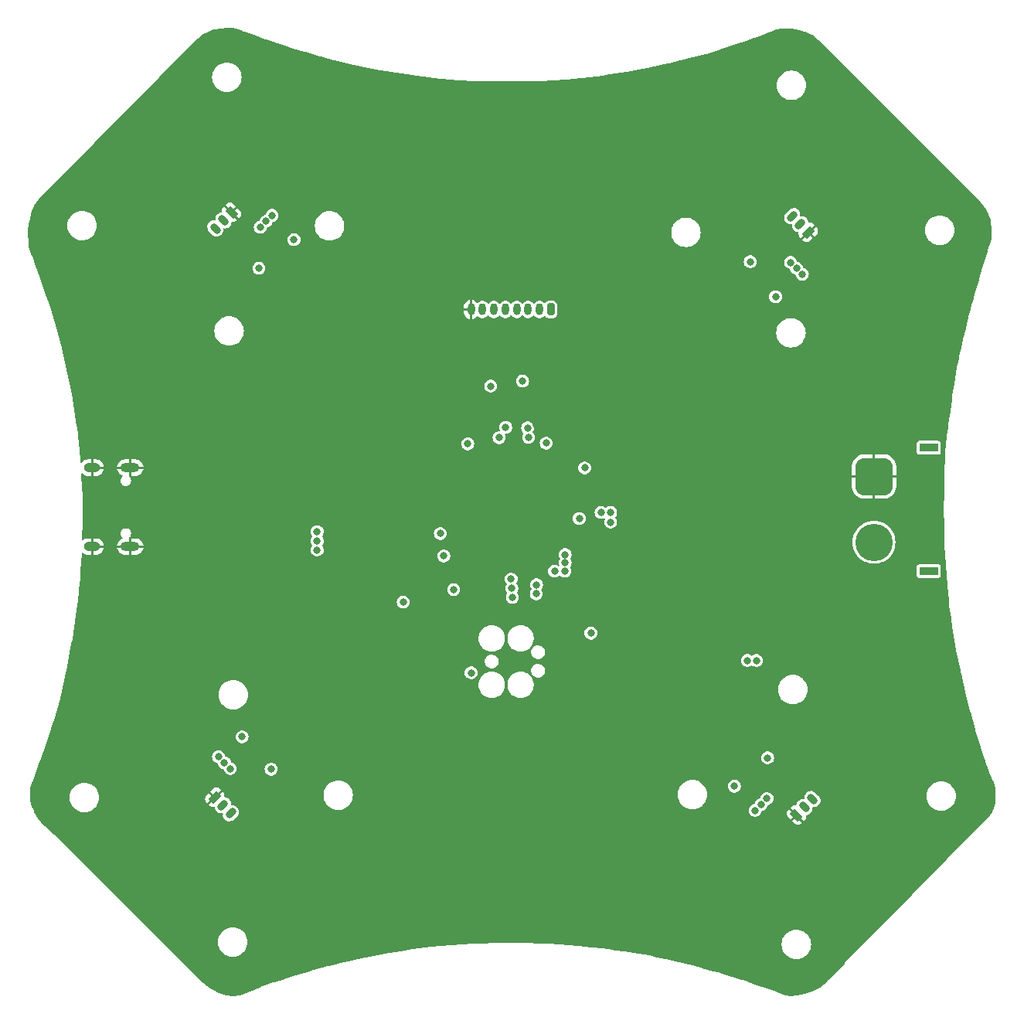
<source format=gbr>
%TF.GenerationSoftware,KiCad,Pcbnew,7.0.5-0*%
%TF.CreationDate,2025-05-09T23:22:14+02:00*%
%TF.ProjectId,ghost-feather-v1,67686f73-742d-4666-9561-746865722d76,rev?*%
%TF.SameCoordinates,PX519d8e0PY8b6d5c0*%
%TF.FileFunction,Copper,L3,Inr*%
%TF.FilePolarity,Positive*%
%FSLAX46Y46*%
G04 Gerber Fmt 4.6, Leading zero omitted, Abs format (unit mm)*
G04 Created by KiCad (PCBNEW 7.0.5-0) date 2025-05-09 23:22:14*
%MOMM*%
%LPD*%
G01*
G04 APERTURE LIST*
G04 Aperture macros list*
%AMRoundRect*
0 Rectangle with rounded corners*
0 $1 Rounding radius*
0 $2 $3 $4 $5 $6 $7 $8 $9 X,Y pos of 4 corners*
0 Add a 4 corners polygon primitive as box body*
4,1,4,$2,$3,$4,$5,$6,$7,$8,$9,$2,$3,0*
0 Add four circle primitives for the rounded corners*
1,1,$1+$1,$2,$3*
1,1,$1+$1,$4,$5*
1,1,$1+$1,$6,$7*
1,1,$1+$1,$8,$9*
0 Add four rect primitives between the rounded corners*
20,1,$1+$1,$2,$3,$4,$5,0*
20,1,$1+$1,$4,$5,$6,$7,0*
20,1,$1+$1,$6,$7,$8,$9,0*
20,1,$1+$1,$8,$9,$2,$3,0*%
%AMHorizOval*
0 Thick line with rounded ends*
0 $1 width*
0 $2 $3 position (X,Y) of the first rounded end (center of the circle)*
0 $4 $5 position (X,Y) of the second rounded end (center of the circle)*
0 Add line between two ends*
20,1,$1,$2,$3,$4,$5,0*
0 Add two circle primitives to create the rounded ends*
1,1,$1,$2,$3*
1,1,$1,$4,$5*%
G04 Aperture macros list end*
%TA.AperFunction,ComponentPad*%
%ADD10RoundRect,0.200000X0.200000X0.450000X-0.200000X0.450000X-0.200000X-0.450000X0.200000X-0.450000X0*%
%TD*%
%TA.AperFunction,ComponentPad*%
%ADD11O,0.800000X1.300000*%
%TD*%
%TA.AperFunction,ComponentPad*%
%ADD12R,2.000000X0.900000*%
%TD*%
%TA.AperFunction,ComponentPad*%
%ADD13RoundRect,1.025000X-1.025000X1.025000X-1.025000X-1.025000X1.025000X-1.025000X1.025000X1.025000X0*%
%TD*%
%TA.AperFunction,ComponentPad*%
%ADD14C,4.100000*%
%TD*%
%TA.AperFunction,ComponentPad*%
%ADD15RoundRect,0.200000X-0.459619X-0.176777X-0.176777X-0.459619X0.459619X0.176777X0.176777X0.459619X0*%
%TD*%
%TA.AperFunction,ComponentPad*%
%ADD16HorizOval,0.800000X-0.176777X-0.176777X0.176777X0.176777X0*%
%TD*%
%TA.AperFunction,ComponentPad*%
%ADD17RoundRect,0.200000X0.176777X-0.459619X0.459619X-0.176777X-0.176777X0.459619X-0.459619X0.176777X0*%
%TD*%
%TA.AperFunction,ComponentPad*%
%ADD18HorizOval,0.800000X-0.176777X0.176777X0.176777X-0.176777X0*%
%TD*%
%TA.AperFunction,ComponentPad*%
%ADD19O,2.100000X1.000000*%
%TD*%
%TA.AperFunction,ComponentPad*%
%ADD20O,1.800000X1.000000*%
%TD*%
%TA.AperFunction,ComponentPad*%
%ADD21RoundRect,0.200000X0.459619X0.176777X0.176777X0.459619X-0.459619X-0.176777X-0.176777X-0.459619X0*%
%TD*%
%TA.AperFunction,ComponentPad*%
%ADD22HorizOval,0.800000X0.176777X0.176777X-0.176777X-0.176777X0*%
%TD*%
%TA.AperFunction,ComponentPad*%
%ADD23RoundRect,0.200000X-0.176777X0.459619X-0.459619X0.176777X0.176777X-0.459619X0.459619X-0.176777X0*%
%TD*%
%TA.AperFunction,ViaPad*%
%ADD24C,0.800000*%
%TD*%
%TA.AperFunction,ViaPad*%
%ADD25C,0.900000*%
%TD*%
G04 APERTURE END LIST*
D10*
%TO.N,+5V*%
%TO.C,J7*%
X61225000Y76450000D03*
D11*
%TO.N,/RF_CH0*%
X59975000Y76450000D03*
%TO.N,/RF_CH1*%
X58725000Y76450000D03*
%TO.N,/RF_CH2*%
X57475000Y76450000D03*
%TO.N,/RF_CH3*%
X56225000Y76450000D03*
%TO.N,/RF_CH4*%
X54975000Y76450000D03*
%TO.N,/RF_CH5*%
X53725000Y76450000D03*
%TO.N,GND*%
X52475000Y76450000D03*
%TD*%
D12*
%TO.N,*%
%TO.C,J8*%
X102620000Y61300000D03*
X102620000Y47800000D03*
D13*
%TO.N,GND*%
X96620000Y58150000D03*
D14*
%TO.N,+BATT*%
X96620000Y50950000D03*
%TD*%
D15*
%TO.N,GND*%
%TO.C,J3*%
X24398186Y23012729D03*
D16*
%TO.N,Net-(J3-Pin_2)*%
X25282069Y22128846D03*
%TO.N,+5V*%
X26165953Y21244962D03*
%TD*%
D17*
%TO.N,GND*%
%TO.C,J4*%
X88108464Y21053270D03*
D18*
%TO.N,Net-(J4-Pin_2)*%
X88992347Y21937153D03*
%TO.N,+5V*%
X89876231Y22821037D03*
%TD*%
D19*
%TO.N,GND*%
%TO.C,J2*%
X15135000Y59120000D03*
D20*
X10955000Y59120000D03*
D19*
X15135000Y50480000D03*
D20*
X10955000Y50480000D03*
%TD*%
D21*
%TO.N,GND*%
%TO.C,J6*%
X89421802Y84904035D03*
D22*
%TO.N,Net-(J6-Pin_2)*%
X88537919Y85787918D03*
%TO.N,+5V*%
X87654035Y86671802D03*
%TD*%
D23*
%TO.N,GND*%
%TO.C,J5*%
X26231095Y87092397D03*
D18*
%TO.N,Net-(J5-Pin_2)*%
X25347212Y86208514D03*
%TO.N,+5V*%
X24463328Y85324630D03*
%TD*%
D24*
%TO.N,+3V3*%
X52120000Y61725000D03*
X35620000Y51100000D03*
X30670000Y86750000D03*
X49495000Y49450000D03*
X25460000Y26790000D03*
X88770000Y80300000D03*
X24810000Y27440000D03*
X35620000Y50100000D03*
X66720000Y54200000D03*
X54620000Y68050000D03*
X26110000Y26140000D03*
X83050000Y81680000D03*
X62795000Y49600000D03*
X60695000Y61800000D03*
X82735000Y37990000D03*
X83735000Y37990000D03*
X61620000Y47775000D03*
X62795000Y48700000D03*
X88120000Y80950000D03*
X30570000Y26080000D03*
X64920000Y59090000D03*
X62770000Y47775000D03*
X29240000Y80970000D03*
X29370000Y85450000D03*
X84895571Y22864928D03*
X83595571Y21564928D03*
X35620000Y52100000D03*
X67770000Y53150000D03*
X84975571Y27324928D03*
X87470000Y81600000D03*
X30020000Y86100000D03*
X84245571Y22214928D03*
X52480000Y36640000D03*
X67770000Y54200000D03*
X58120000Y68600000D03*
%TO.N,GND*%
X19420000Y8200000D03*
X83420000Y11200000D03*
X60120000Y50550000D03*
X48420000Y23200000D03*
X8420000Y20200000D03*
X36420000Y32200000D03*
X87420000Y32200000D03*
X20420000Y47200000D03*
X41420000Y47200000D03*
D25*
X55420000Y89200000D03*
D24*
X48420000Y86200000D03*
X12420000Y23200000D03*
X45420000Y14200000D03*
D25*
X47420000Y101200000D03*
D24*
X60420000Y32200000D03*
X29420000Y11200000D03*
X77420000Y38200000D03*
X12420000Y77200000D03*
D25*
X34420000Y98200000D03*
D24*
X27420000Y77200000D03*
D25*
X66420000Y95200000D03*
D24*
X30420000Y59200000D03*
X43420000Y44200000D03*
X49420000Y35200000D03*
X80420000Y47200000D03*
X92420000Y74200000D03*
D25*
X79420000Y98200000D03*
X21420000Y104200000D03*
D24*
X70420000Y71200000D03*
X76420000Y44200000D03*
X83420000Y20200000D03*
X35420000Y65200000D03*
D25*
X32420000Y101200000D03*
D24*
X22420000Y17200000D03*
X40420000Y80200000D03*
X63420000Y86200000D03*
X13420000Y35200000D03*
D25*
X51420000Y95200000D03*
D24*
X17420000Y83200000D03*
X63492500Y61535000D03*
X74420000Y83200000D03*
X72420000Y86200000D03*
X64420000Y71200000D03*
X10420000Y80200000D03*
X58120000Y50550000D03*
X46420000Y62200000D03*
X44420000Y11200000D03*
X32420000Y74200000D03*
X82420000Y53200000D03*
D25*
X82420000Y98200000D03*
D24*
X78420000Y59200000D03*
X100420000Y44200000D03*
X24420000Y5200000D03*
D25*
X91420000Y98200000D03*
D24*
X48420000Y77200000D03*
X27420000Y5200000D03*
X23420000Y74200000D03*
X43420000Y8200000D03*
X21420000Y32200000D03*
X64420000Y26200000D03*
X76420000Y8200000D03*
X16420000Y17200000D03*
X57420000Y32200000D03*
X31420000Y62200000D03*
X105420000Y77200000D03*
X27420000Y32200000D03*
X54670000Y56650000D03*
X74420000Y56200000D03*
D25*
X53420000Y92200000D03*
D24*
X22420000Y44200000D03*
D25*
X97420000Y98200000D03*
D24*
X66420000Y86200000D03*
X19420000Y71200000D03*
X26420000Y65200000D03*
X73695000Y46525000D03*
X22420000Y71200000D03*
D25*
X74420000Y101200000D03*
D24*
X52420000Y26200000D03*
X23420000Y47200000D03*
D25*
X94420000Y98200000D03*
X47420000Y92200000D03*
D24*
X40420000Y71200000D03*
X75420000Y41200000D03*
X107420000Y29200000D03*
X46420000Y35200000D03*
X74420000Y20200000D03*
X101420000Y74200000D03*
D25*
X91420000Y104200000D03*
D24*
X71420000Y29200000D03*
X34420000Y71200000D03*
X23420000Y65200000D03*
X18420000Y32200000D03*
X81420000Y77200000D03*
X91120000Y83025000D03*
X81420000Y14200000D03*
X30420000Y77200000D03*
X44420000Y29200000D03*
X87420000Y50200000D03*
X19420000Y26200000D03*
X88075000Y41220000D03*
X73695000Y50775000D03*
X36420000Y14200000D03*
X37420000Y17200000D03*
X38420000Y47200000D03*
D25*
X29420000Y92200000D03*
X83420000Y92200000D03*
D24*
X86220000Y22125000D03*
X38420000Y83200000D03*
X31420000Y44200000D03*
X41420000Y11200000D03*
D25*
X95420000Y92200000D03*
X49420000Y98200000D03*
D24*
X103420000Y80200000D03*
X69420000Y59200000D03*
X101420000Y29200000D03*
X62170000Y43750000D03*
X91420000Y80200000D03*
X41420000Y65200000D03*
X63420000Y32200000D03*
X82420000Y17200000D03*
X79420000Y35200000D03*
X81420000Y50200000D03*
X40420000Y8200000D03*
X71420000Y20200000D03*
X45420000Y68200000D03*
X55420000Y8200000D03*
X24420000Y68200000D03*
X81420000Y5200000D03*
X46420000Y80200000D03*
X43420000Y35200000D03*
X76420000Y35200000D03*
X10420000Y26200000D03*
X42420000Y14200000D03*
X89342000Y45354000D03*
X40420000Y44200000D03*
X27420000Y50200000D03*
X39420000Y14200000D03*
X72420000Y32200000D03*
X15420000Y41200000D03*
X100420000Y26200000D03*
X71420000Y65200000D03*
X39420000Y68200000D03*
X100420000Y17200000D03*
D25*
X37420000Y98200000D03*
D24*
X64420000Y17200000D03*
X60670000Y44900000D03*
X37420000Y8200000D03*
X33420000Y86200000D03*
X104420000Y74200000D03*
D25*
X106420000Y89200000D03*
D24*
X67420000Y8200000D03*
X33420000Y77200000D03*
X42420000Y77200000D03*
X24770000Y25550000D03*
X14420000Y74200000D03*
D25*
X22420000Y98200000D03*
D24*
X77420000Y65200000D03*
X84420000Y14200000D03*
X6420000Y23200000D03*
X47020000Y49003000D03*
X41420000Y38200000D03*
X21420000Y77200000D03*
X25420000Y17200000D03*
X84420000Y77200000D03*
X16420000Y26200000D03*
D25*
X68420000Y92200000D03*
D24*
X65620000Y54510000D03*
X66420000Y23200000D03*
X52420000Y8200000D03*
X94420000Y80200000D03*
X30420000Y50200000D03*
X80420000Y20200000D03*
X25470000Y24850000D03*
X90342000Y45354000D03*
X16420000Y35200000D03*
X89745000Y81675000D03*
X63420000Y68200000D03*
X78420000Y5200000D03*
X47420000Y11200000D03*
X61420000Y17200000D03*
X90320000Y66850000D03*
X43420000Y80200000D03*
X47020000Y47850000D03*
X40420000Y62200000D03*
X102420000Y68200000D03*
D25*
X20420000Y101200000D03*
D24*
X11420000Y38200000D03*
D25*
X43420000Y89200000D03*
D24*
X17420000Y29200000D03*
X11420000Y20200000D03*
X79420000Y44200000D03*
X71420000Y38200000D03*
X86420000Y56200000D03*
X90420000Y68200000D03*
D25*
X68420000Y101200000D03*
X94420000Y89200000D03*
D24*
X55670000Y58150000D03*
X99420000Y32200000D03*
D25*
X74420000Y92200000D03*
X62420000Y92200000D03*
D24*
X56920000Y56700000D03*
D25*
X71420000Y92200000D03*
D24*
X33420000Y41200000D03*
X57420000Y14200000D03*
D25*
X50420000Y92200000D03*
X79420000Y89200000D03*
D24*
X56420000Y11200000D03*
X45420000Y41200000D03*
X7420000Y80200000D03*
X7420000Y86200000D03*
X52420000Y71200000D03*
X58170000Y58150000D03*
X97420000Y71200000D03*
X51420000Y32200000D03*
X58420000Y26200000D03*
X47420000Y29200000D03*
X69420000Y41200000D03*
X97420000Y80200000D03*
D25*
X49420000Y89200000D03*
D24*
X96420000Y41200000D03*
X79420000Y8200000D03*
X31420000Y71200000D03*
X96420000Y23200000D03*
D25*
X54420000Y95200000D03*
D24*
X92420000Y29200000D03*
X93220000Y58140000D03*
X18420000Y41200000D03*
D25*
X41420000Y101200000D03*
D24*
X42420000Y86200000D03*
X34420000Y8200000D03*
X74420000Y38200000D03*
X30420000Y41200000D03*
X40420000Y17200000D03*
X44420000Y74200000D03*
X33420000Y32200000D03*
X12420000Y32200000D03*
X76420000Y53200000D03*
X11420000Y65200000D03*
X45420000Y59200000D03*
X41420000Y29200000D03*
X66420000Y14200000D03*
X99420000Y14200000D03*
X43420000Y17200000D03*
X39420000Y86200000D03*
D25*
X70420000Y89200000D03*
D24*
X45420000Y32200000D03*
D25*
X21420000Y95200000D03*
D24*
X92420000Y47200000D03*
X82420000Y8200000D03*
X60170000Y58150000D03*
X41420000Y83200000D03*
D25*
X56420000Y92200000D03*
D24*
X33420000Y68200000D03*
X39420000Y32200000D03*
X28745000Y88125000D03*
X80420000Y38200000D03*
X80325000Y40370000D03*
X15580000Y47450000D03*
X72420000Y14200000D03*
X88420000Y17200000D03*
X20420000Y29200000D03*
X18420000Y59200000D03*
X5420000Y83200000D03*
X104420000Y20200000D03*
D25*
X76420000Y89200000D03*
D24*
X93420000Y32200000D03*
X35420000Y83200000D03*
X51420000Y23200000D03*
X91420000Y71200000D03*
D25*
X59420000Y92200000D03*
D24*
X82470000Y66600000D03*
X40420000Y26200000D03*
X84700000Y44995000D03*
X64420000Y8200000D03*
X97420000Y17200000D03*
X65420000Y65200000D03*
X61420000Y71200000D03*
X75420000Y77200000D03*
X32420000Y38200000D03*
X25420000Y71200000D03*
D25*
X67420000Y98200000D03*
D24*
X44420000Y83200000D03*
X94420000Y44200000D03*
D25*
X93420000Y95200000D03*
D24*
X65420000Y38200000D03*
D25*
X58420000Y98200000D03*
D24*
X27420000Y59200000D03*
D25*
X14420000Y92200000D03*
D24*
X43420000Y26200000D03*
X53150000Y63640000D03*
X18420000Y68200000D03*
D25*
X85420000Y98200000D03*
X40420000Y89200000D03*
D24*
X34420000Y62200000D03*
X34420000Y17200000D03*
X36420000Y5200000D03*
D25*
X37420000Y89200000D03*
D24*
X104420000Y38200000D03*
X80420000Y56200000D03*
X84845000Y20725000D03*
D25*
X46420000Y89200000D03*
D24*
X67420000Y35200000D03*
D25*
X73420000Y98200000D03*
D24*
X84420000Y32200000D03*
D25*
X77420000Y92200000D03*
D24*
X45420000Y77200000D03*
X54620000Y52000000D03*
X22420000Y62200000D03*
D25*
X55420000Y98200000D03*
D24*
X37420000Y62200000D03*
X16420000Y80200000D03*
D25*
X19420000Y98200000D03*
D24*
X97420000Y35200000D03*
X99420000Y68200000D03*
X101420000Y65200000D03*
X86970000Y61000000D03*
D25*
X23420000Y92200000D03*
D24*
X49420000Y8200000D03*
X56870000Y52000000D03*
X88075000Y46120000D03*
X22420000Y8200000D03*
X18420000Y77200000D03*
X41420000Y56200000D03*
X24070000Y26225000D03*
D25*
X67420000Y89200000D03*
D24*
X18420000Y14200000D03*
D25*
X20420000Y92200000D03*
D24*
X63420000Y23200000D03*
D25*
X48420000Y95200000D03*
D24*
X20420000Y11200000D03*
X32420000Y65200000D03*
X60420000Y14200000D03*
X28420000Y62200000D03*
X67420000Y62200000D03*
X47560000Y50550000D03*
X73420000Y8200000D03*
X75420000Y32200000D03*
X73420000Y71200000D03*
X74420000Y11200000D03*
X92420000Y65200000D03*
D25*
X42420000Y95200000D03*
X99420000Y95200000D03*
X44420000Y101200000D03*
D24*
X70420000Y17200000D03*
D25*
X65420000Y92200000D03*
D24*
X56970000Y68470000D03*
X75420000Y50200000D03*
X85420000Y53200000D03*
X89270000Y66850000D03*
D25*
X80420000Y101200000D03*
D24*
X95420000Y38200000D03*
X54420000Y14200000D03*
X93220000Y56140000D03*
X93420000Y14200000D03*
X17420000Y11200000D03*
X85495000Y20025000D03*
X20420000Y83200000D03*
X66420000Y77200000D03*
X85420000Y71200000D03*
X22420000Y26200000D03*
X86420000Y11200000D03*
X50420000Y38200000D03*
X59670000Y63750000D03*
X26420000Y2200000D03*
D25*
X88420000Y104200000D03*
D24*
X50420000Y29200000D03*
X68420000Y83200000D03*
X96420000Y68200000D03*
X69420000Y68200000D03*
X44420000Y56200000D03*
X71420000Y83200000D03*
X38420000Y56200000D03*
X53420000Y29200000D03*
D25*
X35420000Y101200000D03*
D24*
X10420000Y44200000D03*
D25*
X33420000Y104200000D03*
X35420000Y92200000D03*
X86420000Y92200000D03*
D24*
X68420000Y29200000D03*
D25*
X85420000Y104200000D03*
D24*
X48420000Y41200000D03*
X72420000Y23200000D03*
X101420000Y38200000D03*
X81420000Y68200000D03*
D25*
X82420000Y89200000D03*
X92420000Y92200000D03*
X46420000Y98200000D03*
X28420000Y98200000D03*
D24*
X99420000Y77200000D03*
X76420000Y26200000D03*
X65420000Y29200000D03*
X104420000Y65200000D03*
X40420000Y35200000D03*
X37420000Y44200000D03*
X89320000Y28900000D03*
X19420000Y44200000D03*
X50420000Y11200000D03*
X77420000Y47200000D03*
X70420000Y26200000D03*
X87420000Y59200000D03*
X68420000Y65200000D03*
X13420000Y26200000D03*
X29420000Y47200000D03*
D25*
X36420000Y95200000D03*
D24*
X108420000Y86200000D03*
X57420000Y86200000D03*
X36420000Y59200000D03*
X101420000Y20200000D03*
X25420000Y44200000D03*
X20420000Y38200000D03*
X15420000Y32200000D03*
X74420000Y29200000D03*
X89420000Y2200000D03*
X11420000Y83200000D03*
X60420000Y23200000D03*
X103420000Y35200000D03*
X29420000Y74200000D03*
X80245000Y62000000D03*
X60420000Y68200000D03*
X90420000Y77200000D03*
D25*
X69420000Y95200000D03*
D24*
X75420000Y14200000D03*
X64420000Y44200000D03*
X30420000Y5200000D03*
D25*
X96420000Y95200000D03*
X33420000Y95200000D03*
D24*
X59420000Y29200000D03*
X24420000Y50200000D03*
X36420000Y68200000D03*
X32420000Y47200000D03*
X77420000Y83200000D03*
X9420000Y77200000D03*
X100420000Y35200000D03*
X93220000Y60140000D03*
X31910000Y21890000D03*
X15420000Y68200000D03*
D25*
X101420000Y92200000D03*
D24*
X86420000Y2200000D03*
X82420000Y35200000D03*
X81420000Y32200000D03*
X67420000Y17200000D03*
X19420000Y80200000D03*
X96420000Y77200000D03*
X12420000Y68200000D03*
X103420000Y44200000D03*
X98420000Y29200000D03*
D25*
X39420000Y95200000D03*
D24*
X82420000Y26200000D03*
X8420000Y83200000D03*
D25*
X24420000Y104200000D03*
X27420000Y104200000D03*
D24*
X24420000Y32200000D03*
X64345000Y48300000D03*
X21420000Y5200000D03*
X45420000Y23200000D03*
X51420000Y14200000D03*
X35420000Y11200000D03*
X46420000Y17200000D03*
X29420000Y65200000D03*
X79420000Y17200000D03*
X94420000Y35200000D03*
X74720000Y51950000D03*
X85420000Y17200000D03*
X29395000Y87425000D03*
X15420000Y14200000D03*
D25*
X34420000Y89200000D03*
D24*
X45420000Y86200000D03*
X68420000Y56200000D03*
X36420000Y41200000D03*
X47420000Y38200000D03*
X51420000Y86200000D03*
D25*
X43420000Y98200000D03*
D24*
X49420000Y26200000D03*
X81720000Y85800000D03*
X29320000Y54900000D03*
X78420000Y86200000D03*
X71420000Y56200000D03*
X48420000Y32200000D03*
X54420000Y86200000D03*
X68420000Y11200000D03*
X66420000Y32200000D03*
D25*
X61420000Y98200000D03*
D24*
X19420000Y62200000D03*
X67420000Y26200000D03*
X34420000Y35200000D03*
X78420000Y50200000D03*
X106420000Y80200000D03*
X47420000Y74200000D03*
X56420000Y29200000D03*
X34420000Y44200000D03*
X92420000Y83200000D03*
X85420000Y8200000D03*
X55620000Y50550000D03*
X21420000Y41200000D03*
X53420000Y11200000D03*
D25*
X52420000Y89200000D03*
D24*
X95420000Y20200000D03*
D25*
X38420000Y92200000D03*
D24*
X75420000Y59200000D03*
X72420000Y59200000D03*
D25*
X82420000Y104200000D03*
X98420000Y92200000D03*
D24*
X87045000Y39420000D03*
X13420000Y44200000D03*
D25*
X89420000Y92200000D03*
D24*
X98420000Y83200000D03*
X39420000Y59200000D03*
X14420000Y83200000D03*
X86195000Y19350000D03*
X58420000Y8200000D03*
X38420000Y38200000D03*
X42420000Y23200000D03*
X77420000Y74200000D03*
X73695000Y48875000D03*
X91420000Y62200000D03*
X42420000Y68200000D03*
X27420000Y41200000D03*
D25*
X61420000Y89200000D03*
D24*
X106420000Y26200000D03*
X53620000Y50550000D03*
X21420000Y23200000D03*
X93220000Y57140000D03*
X77420000Y56200000D03*
X102420000Y32200000D03*
X80420000Y11200000D03*
X79420000Y53200000D03*
X59170000Y56700000D03*
X38420000Y29200000D03*
X62420000Y11200000D03*
D25*
X76420000Y98200000D03*
D24*
X77420000Y20200000D03*
X9420000Y68200000D03*
X100420000Y80200000D03*
X82475000Y44995000D03*
D25*
X73420000Y89200000D03*
D24*
X60420000Y86200000D03*
X9420000Y41200000D03*
D25*
X12420000Y89200000D03*
D24*
X22695000Y24875000D03*
X66470000Y59140000D03*
X102420000Y41200000D03*
X96420000Y14200000D03*
X9420000Y32200000D03*
X62420000Y65200000D03*
X97420000Y26200000D03*
X59420000Y11200000D03*
X66920000Y56550000D03*
X68420000Y74200000D03*
X91420000Y8200000D03*
X84670000Y66600000D03*
X103420000Y71200000D03*
X89045000Y82350000D03*
X88420000Y53200000D03*
D25*
X30420000Y104200000D03*
D24*
X61420000Y8200000D03*
X55420000Y17200000D03*
X28420000Y71200000D03*
X93420000Y23200000D03*
X34420000Y80200000D03*
X107420000Y83200000D03*
X95420000Y11200000D03*
X46420000Y8200000D03*
X76420000Y62200000D03*
X84420000Y5200000D03*
X94420000Y26200000D03*
X44420000Y38200000D03*
X82420000Y71200000D03*
X35420000Y56200000D03*
X88070000Y67700000D03*
X17420000Y38200000D03*
X103420000Y26200000D03*
X14420000Y38200000D03*
D25*
X57420000Y95200000D03*
D24*
X18420000Y23200000D03*
X107420000Y20200000D03*
X55420000Y26200000D03*
X73420000Y17200000D03*
X28045000Y88800000D03*
D25*
X26420000Y92200000D03*
D24*
X13420000Y17200000D03*
X33420000Y50200000D03*
X21420000Y59200000D03*
X11420000Y74200000D03*
X76420000Y17200000D03*
X33420000Y5200000D03*
X80245000Y61050000D03*
X78420000Y14200000D03*
X53670000Y58150000D03*
X98420000Y38200000D03*
D25*
X58420000Y89200000D03*
D24*
X95420000Y83200000D03*
X69420000Y32200000D03*
X57420000Y23200000D03*
X17420000Y74200000D03*
X67420000Y71200000D03*
X46420000Y26200000D03*
X35420000Y74200000D03*
X24420000Y59200000D03*
X69420000Y14200000D03*
X94420000Y8200000D03*
X67420000Y44200000D03*
D25*
X40420000Y98200000D03*
D24*
X38420000Y74200000D03*
X30420000Y14200000D03*
X102420000Y77200000D03*
X54420000Y23200000D03*
X70420000Y8200000D03*
X14420000Y47200000D03*
X13420000Y80200000D03*
X108420000Y23200000D03*
X88020000Y62800000D03*
X8420000Y29200000D03*
D25*
X30420000Y95200000D03*
D24*
X58420000Y17200000D03*
D25*
X45420000Y95200000D03*
D24*
X72420000Y77200000D03*
X42420000Y41200000D03*
X103420000Y17200000D03*
X95420000Y65200000D03*
X38420000Y11200000D03*
X29420000Y29200000D03*
D25*
X81420000Y95200000D03*
D24*
X35420000Y29200000D03*
X42420000Y59200000D03*
D25*
X12420000Y61200000D03*
D24*
X11420000Y29200000D03*
X24420000Y41200000D03*
D25*
X88420000Y98200000D03*
X44420000Y92200000D03*
D24*
X49420000Y17200000D03*
X88420000Y71200000D03*
X8420000Y74200000D03*
X23370000Y25575000D03*
D25*
X100420000Y89200000D03*
X71420000Y101200000D03*
D24*
X69420000Y77200000D03*
X31420000Y8200000D03*
D25*
X70420000Y98200000D03*
D24*
X25420000Y62200000D03*
D25*
X38420000Y101200000D03*
X64420000Y98200000D03*
D24*
X77420000Y11200000D03*
X71420000Y74200000D03*
D25*
X27420000Y95200000D03*
D24*
X15720000Y62000000D03*
D25*
X103420000Y89200000D03*
D24*
X28420000Y44200000D03*
D25*
X9420000Y89200000D03*
D24*
X16420000Y44200000D03*
X15420000Y77200000D03*
X83420000Y47200000D03*
X22420000Y35200000D03*
X98420000Y65200000D03*
D25*
X65420000Y101200000D03*
D24*
X10420000Y17200000D03*
D25*
X12420000Y95200000D03*
D24*
X21420000Y50200000D03*
X99420000Y41200000D03*
X31420000Y80200000D03*
X78420000Y32200000D03*
X90445000Y82325000D03*
X26420000Y47200000D03*
X73420000Y35200000D03*
X70420000Y44200000D03*
X28420000Y8200000D03*
D25*
X79420000Y104200000D03*
D24*
X104420000Y83200000D03*
X65620000Y55475000D03*
X28720000Y86725000D03*
X27420000Y68200000D03*
X90420000Y5200000D03*
X95420000Y74200000D03*
X12420000Y41200000D03*
X36420000Y77200000D03*
D25*
X85420000Y89200000D03*
X52420000Y98200000D03*
D24*
X69420000Y23200000D03*
X97420000Y44200000D03*
X58420000Y71200000D03*
X37420000Y71200000D03*
D25*
X15420000Y95200000D03*
X64420000Y89200000D03*
D24*
X87420000Y77200000D03*
X85520000Y21425000D03*
X7420000Y26200000D03*
X104420000Y29200000D03*
X98420000Y74200000D03*
X19420000Y17200000D03*
X37420000Y26200000D03*
X33420000Y14200000D03*
D25*
X63420000Y95200000D03*
D24*
X47420000Y83200000D03*
X73420000Y44200000D03*
D25*
X31420000Y89200000D03*
D24*
X59120000Y52050000D03*
X20420000Y65200000D03*
X73420000Y62200000D03*
X65420000Y11200000D03*
X21420000Y14200000D03*
X61420000Y26200000D03*
D25*
X72420000Y95200000D03*
D24*
X58420000Y44200000D03*
X93420000Y77200000D03*
X16420000Y71200000D03*
X48420000Y14200000D03*
D25*
X31420000Y98200000D03*
D24*
X28420000Y17200000D03*
D25*
X78420000Y95200000D03*
X83420000Y101200000D03*
D24*
X80325000Y39420000D03*
X93420000Y68200000D03*
X31420000Y17200000D03*
X105420000Y32200000D03*
X80420000Y74200000D03*
X88345000Y83050000D03*
D25*
X16420000Y98200000D03*
D24*
X27420000Y14200000D03*
X14420000Y29200000D03*
X38420000Y65200000D03*
X71420000Y11200000D03*
X28020000Y86025000D03*
X21420000Y68200000D03*
D25*
X11420000Y92200000D03*
D24*
X63420000Y41200000D03*
X73695000Y53125000D03*
D25*
X18420000Y95200000D03*
D24*
X94420000Y17200000D03*
X22420000Y80200000D03*
X98420000Y11200000D03*
X52420000Y17200000D03*
X74420000Y74200000D03*
X23420000Y29200000D03*
D25*
X75420000Y95200000D03*
D24*
X93420000Y41200000D03*
D25*
X19420000Y89200000D03*
D24*
X84420000Y68200000D03*
D25*
X23420000Y101200000D03*
D24*
X83570000Y66600000D03*
X31420000Y35200000D03*
X30420000Y68200000D03*
X33420000Y59200000D03*
X37420000Y35200000D03*
X68420000Y38200000D03*
X85420000Y35200000D03*
X72420000Y68200000D03*
X11420000Y47200000D03*
D25*
X80420000Y92200000D03*
D24*
X43420000Y71200000D03*
X12420000Y14200000D03*
X92420000Y38200000D03*
X54420000Y32200000D03*
X64420000Y35200000D03*
X93220000Y59140000D03*
X10420000Y71200000D03*
X87420000Y14200000D03*
X44420000Y65200000D03*
X25020000Y79600000D03*
X74720000Y47697801D03*
X95420000Y29200000D03*
X100420000Y71200000D03*
D25*
X29420000Y101200000D03*
D24*
X83625000Y44995000D03*
X62420000Y29200000D03*
X42420000Y32200000D03*
X23420000Y83200000D03*
D25*
X17420000Y92200000D03*
X41420000Y92200000D03*
D24*
X94420000Y71200000D03*
D25*
X60420000Y95200000D03*
D24*
X76420000Y71200000D03*
D25*
X32420000Y92200000D03*
X77420000Y101200000D03*
D24*
X10420000Y35200000D03*
X32420000Y11200000D03*
X96420000Y32200000D03*
X14420000Y65200000D03*
D25*
X84420000Y95200000D03*
D24*
X55420000Y71200000D03*
X101420000Y83200000D03*
X66420000Y68200000D03*
X69420000Y86200000D03*
X18420000Y86200000D03*
D25*
X92420000Y101200000D03*
D24*
X75420000Y68200000D03*
X19420000Y35200000D03*
X65420000Y74200000D03*
X35420000Y47200000D03*
X43420000Y62200000D03*
X72420000Y41200000D03*
X41420000Y74200000D03*
X13420000Y71200000D03*
X63420000Y14200000D03*
%TO.N,/SWD_NRST*%
X65599015Y40989015D03*
X64330000Y53540000D03*
%TO.N,/BOOT0*%
X45040000Y44385500D03*
X56990487Y44901318D03*
%TO.N,/SWD_DIO*%
X50570000Y45754500D03*
X49100000Y51890000D03*
%TO.N,/ESC0*%
X56870000Y46910000D03*
X27400000Y29630000D03*
%TO.N,/ESC1*%
X56950000Y45900000D03*
X81335571Y24224928D03*
%TO.N,/ESC2*%
X33080000Y84090000D03*
X59615948Y45301469D03*
%TO.N,/ESC3*%
X85840000Y77850000D03*
X59660000Y46300000D03*
%TO.N,/BMI270_CSB*%
X55545000Y62400000D03*
X58774500Y62450000D03*
%TO.N,/SPI1_SCK*%
X56270000Y63530000D03*
X58670000Y63482528D03*
%TD*%
%TA.AperFunction,Conductor*%
%TO.N,GND*%
G36*
X26225890Y107310244D02*
G01*
X26228378Y107310053D01*
X26467316Y107283506D01*
X26471542Y107282785D01*
X26566798Y107260803D01*
X26694148Y107231415D01*
X26698091Y107230271D01*
X27048256Y107107239D01*
X27496992Y106941916D01*
X27557268Y106919709D01*
X27564561Y106916283D01*
X27566638Y106915547D01*
X27566640Y106915545D01*
X27617860Y106897386D01*
X27642243Y106888402D01*
X27642251Y106888401D01*
X27644642Y106887764D01*
X27647480Y106886885D01*
X28718236Y106507253D01*
X29918081Y106069214D01*
X29927806Y106064705D01*
X29928547Y106064448D01*
X29928549Y106064447D01*
X29979280Y106046871D01*
X30003102Y106038174D01*
X30003114Y106038172D01*
X30007091Y106037124D01*
X30009758Y106036312D01*
X31080011Y105665516D01*
X31192331Y105626602D01*
X31198162Y105623991D01*
X31201120Y105622998D01*
X31201123Y105622996D01*
X31252954Y105605598D01*
X31277936Y105596943D01*
X31277951Y105596941D01*
X31279445Y105596573D01*
X31282382Y105595721D01*
X32625737Y105144805D01*
X32636050Y105139333D01*
X32636403Y105140032D01*
X32642525Y105136950D01*
X32642526Y105136950D01*
X32642527Y105136949D01*
X32689679Y105123308D01*
X32691078Y105122871D01*
X32710773Y105116260D01*
X32711867Y105116107D01*
X32722168Y105113909D01*
X33896412Y104774190D01*
X34284534Y104661903D01*
X35932894Y104160647D01*
X35943068Y104155603D01*
X35943446Y104156403D01*
X35949644Y104153482D01*
X35949646Y104153480D01*
X35985552Y104144094D01*
X35997526Y104140963D01*
X35998934Y104140565D01*
X36019212Y104134398D01*
X36019406Y104134377D01*
X36019786Y104134334D01*
X36030366Y104132378D01*
X37473343Y103755128D01*
X37484520Y103751227D01*
X37486487Y103750359D01*
X37486494Y103750354D01*
X37537230Y103738417D01*
X37537978Y103738231D01*
X37560931Y103732229D01*
X37560938Y103732229D01*
X37564307Y103731674D01*
X37564284Y103731539D01*
X37570426Y103730607D01*
X39233043Y103339402D01*
X39519956Y103271893D01*
X39530683Y103268490D01*
X39535647Y103266489D01*
X39535652Y103266486D01*
X39585373Y103256482D01*
X39586494Y103256237D01*
X39608278Y103251111D01*
X39608280Y103251111D01*
X39611663Y103250639D01*
X39618727Y103249771D01*
X41169018Y102937822D01*
X41170688Y102937323D01*
X41176384Y102936193D01*
X41176386Y102936191D01*
X41230891Y102925371D01*
X41230887Y102925353D01*
X41231080Y102925333D01*
X41244779Y102922577D01*
X41258019Y102919912D01*
X41258021Y102919912D01*
X41258831Y102919749D01*
X41260436Y102919505D01*
X42529762Y102667507D01*
X42540061Y102663573D01*
X42540406Y102664533D01*
X42546856Y102662221D01*
X42596263Y102654281D01*
X42597503Y102654058D01*
X42618794Y102649831D01*
X42618842Y102649831D01*
X42629763Y102648898D01*
X44780433Y102303254D01*
X44790289Y102300800D01*
X44806971Y102298386D01*
X44844658Y102292931D01*
X44869808Y102288889D01*
X44869820Y102288890D01*
X44873553Y102288639D01*
X44876371Y102288342D01*
X47064613Y101971622D01*
X47075076Y101968278D01*
X47075363Y101969231D01*
X47081929Y101967256D01*
X47081931Y101967255D01*
X47131705Y101961888D01*
X47132968Y101961729D01*
X47154512Y101958610D01*
X47154522Y101958611D01*
X47154590Y101958607D01*
X47165469Y101958247D01*
X49115387Y101747962D01*
X49126779Y101745820D01*
X49130157Y101744906D01*
X49130159Y101744905D01*
X49181521Y101740818D01*
X49182415Y101740734D01*
X49205463Y101738247D01*
X49205473Y101738248D01*
X49208892Y101738196D01*
X49208890Y101738120D01*
X49215477Y101738115D01*
X51133513Y101585435D01*
X51144724Y101583668D01*
X51149426Y101582552D01*
X51158238Y101582128D01*
X51200265Y101580103D01*
X51201375Y101580032D01*
X51223911Y101578238D01*
X51223921Y101578240D01*
X51227334Y101578283D01*
X51227334Y101578263D01*
X51234302Y101578462D01*
X52802765Y101502874D01*
X52814034Y101501459D01*
X52818739Y101500497D01*
X52818743Y101500495D01*
X52869700Y101499632D01*
X52870761Y101499597D01*
X52893347Y101498508D01*
X52893359Y101498510D01*
X52896775Y101498660D01*
X52896776Y101498638D01*
X52903719Y101499056D01*
X55172219Y101460606D01*
X55180656Y101459735D01*
X55182624Y101459728D01*
X55182625Y101459727D01*
X55236838Y101459511D01*
X55262748Y101459071D01*
X55262766Y101459075D01*
X55265494Y101459280D01*
X55268412Y101459385D01*
X57676134Y101449754D01*
X57688236Y101448709D01*
X57688820Y101448610D01*
X57688822Y101448609D01*
X57688823Y101448610D01*
X57688824Y101448609D01*
X57741547Y101449484D01*
X57742249Y101449489D01*
X57765757Y101449395D01*
X57766636Y101449391D01*
X57766636Y101449392D01*
X57766642Y101449391D01*
X57766647Y101449393D01*
X57770055Y101449694D01*
X57770073Y101449481D01*
X57775791Y101450053D01*
X60092327Y101488502D01*
X60104352Y101487720D01*
X60105416Y101487563D01*
X60105417Y101487564D01*
X60105418Y101487563D01*
X60157947Y101489585D01*
X60158581Y101489602D01*
X60182827Y101490003D01*
X60182837Y101490006D01*
X60186236Y101490376D01*
X60186256Y101490190D01*
X60192105Y101490898D01*
X61400555Y101537377D01*
X61412624Y101535882D01*
X61412687Y101536503D01*
X61419511Y101535819D01*
X61419511Y101535820D01*
X61419512Y101535819D01*
X61467702Y101539922D01*
X61469311Y101540022D01*
X61489372Y101540792D01*
X61493735Y101541783D01*
X61498767Y101542565D01*
X62822890Y101655256D01*
X62827423Y101655238D01*
X62831575Y101655620D01*
X62831579Y101655619D01*
X62886504Y101660671D01*
X62894375Y101661341D01*
X62913226Y101662944D01*
X62913237Y101662948D01*
X62913739Y101663037D01*
X62916883Y101663464D01*
X64565114Y101815026D01*
X64577112Y101815151D01*
X64578444Y101815058D01*
X64578452Y101815055D01*
X64630570Y101821037D01*
X64631234Y101821106D01*
X64655243Y101823312D01*
X64655249Y101823314D01*
X64655252Y101823314D01*
X64658607Y101823938D01*
X64658638Y101823769D01*
X64664500Y101824930D01*
X67012671Y102094393D01*
X67024245Y102093815D01*
X67024269Y102094624D01*
X67031116Y102094426D01*
X67031122Y102094424D01*
X67079713Y102102055D01*
X67081217Y102102259D01*
X67101921Y102104634D01*
X67102835Y102104917D01*
X67113161Y102107307D01*
X69444508Y102473386D01*
X69455749Y102474281D01*
X69460964Y102474297D01*
X69460970Y102474296D01*
X69510878Y102483791D01*
X69511984Y102483982D01*
X69519431Y102485151D01*
X69534117Y102487456D01*
X69534119Y102487457D01*
X69534122Y102487457D01*
X69534124Y102487458D01*
X69537440Y102488298D01*
X69537441Y102488293D01*
X69544262Y102490141D01*
X71294611Y102823087D01*
X71306782Y102824371D01*
X71306816Y102824373D01*
X71306826Y102824371D01*
X71352027Y102833871D01*
X71358963Y102835328D01*
X71383503Y102839995D01*
X71383505Y102839996D01*
X71383507Y102839996D01*
X71383508Y102839997D01*
X71386798Y102840944D01*
X71386867Y102840704D01*
X71392225Y102842319D01*
X74060364Y103403014D01*
X74071794Y103404498D01*
X74075680Y103404697D01*
X74125547Y103416695D01*
X74126577Y103416928D01*
X74149048Y103421649D01*
X74149057Y103421653D01*
X74152320Y103422660D01*
X74152337Y103422604D01*
X74158721Y103424678D01*
X75399221Y103723145D01*
X75403897Y103723837D01*
X75407843Y103724817D01*
X75407846Y103724816D01*
X75461359Y103738094D01*
X75487366Y103744351D01*
X75487379Y103744357D01*
X75487957Y103744554D01*
X75490996Y103745448D01*
X76731527Y104053250D01*
X76743290Y104055179D01*
X76745053Y104055325D01*
X76745059Y104055324D01*
X76787268Y104066864D01*
X76795410Y104069089D01*
X76796259Y104069310D01*
X76819394Y104075050D01*
X76822622Y104076176D01*
X76822672Y104076032D01*
X76828411Y104078112D01*
X78128768Y104433605D01*
X78140345Y104435796D01*
X78142785Y104436060D01*
X78142791Y104436059D01*
X78183835Y104448409D01*
X78192461Y104451004D01*
X78193322Y104451252D01*
X78216102Y104457479D01*
X78216109Y104457483D01*
X78216111Y104457483D01*
X78219320Y104458687D01*
X78219363Y104458573D01*
X78225224Y104460863D01*
X79266579Y104774191D01*
X79278514Y104776730D01*
X79278792Y104776766D01*
X79278792Y104776767D01*
X79278794Y104776766D01*
X79329453Y104793108D01*
X79353244Y104800266D01*
X79353247Y104800268D01*
X79356417Y104801551D01*
X79356503Y104801338D01*
X79361734Y104803523D01*
X80202527Y105074746D01*
X80208785Y105076174D01*
X80211734Y105077158D01*
X80211736Y105077157D01*
X80263671Y105094469D01*
X80288754Y105102560D01*
X80288761Y105102565D01*
X80290180Y105103171D01*
X80293054Y105104264D01*
X81433605Y105484448D01*
X81992436Y105664716D01*
X81995975Y105665516D01*
X82000433Y105666982D01*
X82000436Y105666981D01*
X82053034Y105684264D01*
X82078754Y105692560D01*
X82078776Y105692573D01*
X82078793Y105692579D01*
X82081813Y105693721D01*
X82694048Y105894883D01*
X82704969Y105896505D01*
X82704796Y105897518D01*
X82711551Y105898675D01*
X82711557Y105898674D01*
X82758417Y105916006D01*
X82759704Y105916455D01*
X82762644Y105917422D01*
X82780254Y105923207D01*
X82780320Y105923244D01*
X82790271Y105927789D01*
X83435449Y106166416D01*
X83444312Y106168858D01*
X83445793Y106169431D01*
X83445798Y106169430D01*
X83496225Y106188894D01*
X83520358Y106197819D01*
X83520365Y106197824D01*
X83523225Y106199193D01*
X83525872Y106200337D01*
X84067942Y106409558D01*
X84068033Y106409559D01*
X84068022Y106409588D01*
X84068023Y106409588D01*
X85049294Y106787001D01*
X85055224Y106788701D01*
X85058241Y106789894D01*
X85058243Y106789894D01*
X85109214Y106810046D01*
X85133861Y106819525D01*
X85133873Y106819533D01*
X85135127Y106820153D01*
X85137934Y106821401D01*
X85535874Y106978727D01*
X85536742Y106979055D01*
X85874145Y107100895D01*
X85878131Y107102085D01*
X85993862Y107129639D01*
X86054515Y107144080D01*
X86057841Y107144713D01*
X86368656Y107189116D01*
X86444842Y107199999D01*
X86448733Y107200347D01*
X86457256Y107200657D01*
X86971512Y107219357D01*
X86973545Y107219373D01*
X87461537Y107209805D01*
X87464288Y107209648D01*
X87768381Y107180961D01*
X87966243Y107162295D01*
X87969613Y107161819D01*
X88467350Y107067907D01*
X88470985Y107067027D01*
X88976792Y106916865D01*
X89083129Y106885296D01*
X89085584Y106884473D01*
X89457904Y106744852D01*
X89461454Y106743303D01*
X89711917Y106618071D01*
X89714843Y106616440D01*
X89786759Y106571920D01*
X89899032Y106502418D01*
X89901759Y106500557D01*
X90035179Y106400491D01*
X90038227Y106397938D01*
X90321151Y106133876D01*
X90321976Y106133081D01*
X107564217Y89010786D01*
X107565089Y89009890D01*
X107903547Y88650278D01*
X108004112Y88543427D01*
X108038825Y88506545D01*
X108039302Y88506027D01*
X108309749Y88206605D01*
X108311266Y88204813D01*
X108387930Y88108150D01*
X108534310Y87923584D01*
X108625798Y87807700D01*
X108674977Y87745407D01*
X108676871Y87742779D01*
X108868818Y87450290D01*
X108870814Y87446860D01*
X108960050Y87272637D01*
X109069709Y87058540D01*
X109070306Y87057319D01*
X109270859Y86627565D01*
X109272201Y86624289D01*
X109372260Y86342306D01*
X109373141Y86339465D01*
X109404657Y86221278D01*
X109405513Y86217124D01*
X109451643Y85903438D01*
X109451840Y85901862D01*
X109509972Y85339930D01*
X109510141Y85337544D01*
X109529301Y84839368D01*
X109529316Y84836972D01*
X109524324Y84647283D01*
X109520564Y84504374D01*
X109520149Y84488620D01*
X109519752Y84484100D01*
X109464204Y84113780D01*
X109463846Y84111772D01*
X109409323Y83848242D01*
X109408338Y83844486D01*
X109264317Y83393219D01*
X109094752Y82884523D01*
X109091862Y82877847D01*
X109074390Y82823436D01*
X109066114Y82798606D01*
X109065649Y82796612D01*
X109064848Y82793722D01*
X108724100Y81732539D01*
X108423841Y80812993D01*
X108419486Y80802476D01*
X108417408Y80798382D01*
X108403067Y80749426D01*
X108402732Y80748344D01*
X108395699Y80726808D01*
X108394944Y80723476D01*
X108394914Y80723483D01*
X108393489Y80716728D01*
X108129282Y79814779D01*
X108127848Y79811130D01*
X108111348Y79753560D01*
X108103789Y79727748D01*
X108103747Y79727529D01*
X108103002Y79724433D01*
X108101522Y79719268D01*
X107641264Y78113261D01*
X107516067Y77681129D01*
X107348735Y77103564D01*
X107343836Y77093334D01*
X107344641Y77092967D01*
X107341799Y77086730D01*
X107329901Y77038664D01*
X107329525Y77037260D01*
X107323622Y77016883D01*
X107323621Y77016879D01*
X107323566Y77016312D01*
X107321748Y77005724D01*
X107093396Y76083184D01*
X107092050Y76079275D01*
X107078102Y76021396D01*
X107071609Y75995161D01*
X107071555Y75994804D01*
X107070947Y75991704D01*
X106878171Y75191684D01*
X106788605Y74833416D01*
X106668431Y74352717D01*
X106662096Y74327378D01*
X106373675Y73173699D01*
X106369900Y73162496D01*
X106369031Y73160470D01*
X106357665Y73109706D01*
X106357455Y73108818D01*
X106351718Y73085870D01*
X106351200Y73082495D01*
X106351068Y73082516D01*
X106350197Y73076344D01*
X106070450Y71826809D01*
X106066904Y71815389D01*
X106066353Y71814019D01*
X106056093Y71762725D01*
X106055918Y71761900D01*
X106050676Y71738482D01*
X106050240Y71735090D01*
X106050076Y71735111D01*
X106049375Y71729137D01*
X105827641Y70620467D01*
X105825932Y70614637D01*
X105815057Y70557545D01*
X105809873Y70531620D01*
X105809728Y70530245D01*
X105809279Y70527208D01*
X105626532Y69567793D01*
X105623361Y69556286D01*
X105622824Y69554814D01*
X105614226Y69503235D01*
X105614076Y69502397D01*
X105609596Y69478871D01*
X105609269Y69475465D01*
X105609108Y69475481D01*
X105608598Y69469467D01*
X105423933Y68361476D01*
X105423519Y68359895D01*
X105417097Y68320778D01*
X105413572Y68299306D01*
X105408865Y68271064D01*
X105408683Y68269532D01*
X105203635Y67020605D01*
X105200865Y67009342D01*
X105199793Y67006104D01*
X105192859Y66955060D01*
X105192707Y66954049D01*
X105188960Y66931219D01*
X105188719Y66927795D01*
X105188639Y66927801D01*
X105188268Y66921251D01*
X105141215Y66574768D01*
X104972235Y65330455D01*
X104772426Y63881843D01*
X104722162Y63529997D01*
X104641420Y62964810D01*
X104639024Y62953946D01*
X104637277Y62948143D01*
X104631860Y62898037D01*
X104631703Y62896782D01*
X104628581Y62874925D01*
X104628493Y62873155D01*
X104628203Y62864208D01*
X104597986Y62584704D01*
X104595860Y62573380D01*
X104594864Y62569692D01*
X104590816Y62518513D01*
X104590717Y62517455D01*
X104588247Y62494617D01*
X104588195Y62491194D01*
X104588133Y62491195D01*
X104588127Y62484512D01*
X104455374Y60806151D01*
X104453424Y60794158D01*
X104453316Y60793727D01*
X104450219Y60741071D01*
X104450168Y60740328D01*
X104448239Y60715931D01*
X104448285Y60712516D01*
X104448074Y60712514D01*
X104448203Y60706812D01*
X104423696Y60290196D01*
X104422209Y60279858D01*
X104422169Y60278938D01*
X104422169Y60278936D01*
X104421383Y60260541D01*
X104419875Y60225231D01*
X104418382Y60199856D01*
X104418516Y60195896D01*
X104418503Y60193077D01*
X104352444Y58645409D01*
X104350964Y58633713D01*
X104349656Y58580085D01*
X104348585Y58554989D01*
X104348642Y58553839D01*
X104348671Y58553586D01*
X104348887Y58548592D01*
X104311118Y57000031D01*
X104310316Y56992855D01*
X104309549Y56935742D01*
X104308910Y56909491D01*
X104309048Y56907459D01*
X104309129Y56904470D01*
X104301174Y56311811D01*
X104290367Y55506712D01*
X104289500Y55497981D01*
X104289500Y55496173D01*
X104289500Y55442044D01*
X104289200Y55419758D01*
X104289153Y55416196D01*
X104289385Y55413268D01*
X104289500Y55410347D01*
X104289500Y53752676D01*
X104288693Y53743216D01*
X104289500Y53687830D01*
X104289500Y53662152D01*
X104289810Y53658803D01*
X104289963Y53655933D01*
X104318618Y51688271D01*
X104317800Y51676167D01*
X104317714Y51675603D01*
X104319563Y51622902D01*
X104319582Y51622146D01*
X104319937Y51597784D01*
X104320302Y51594385D01*
X104320095Y51594363D01*
X104320765Y51588653D01*
X104357486Y50542089D01*
X104356970Y50531607D01*
X104359177Y50488569D01*
X104359770Y50477020D01*
X104360529Y50455390D01*
X104360661Y50451631D01*
X104361166Y50447689D01*
X104361417Y50444884D01*
X104396680Y49757257D01*
X104396360Y49745622D01*
X104396020Y49742437D01*
X104400061Y49691063D01*
X104400126Y49690059D01*
X104401319Y49666806D01*
X104401809Y49663423D01*
X104401721Y49663411D01*
X104402742Y49656969D01*
X104675511Y46188898D01*
X104675460Y46176674D01*
X104675452Y46176587D01*
X104680649Y46123577D01*
X104682607Y46098683D01*
X104683189Y46095313D01*
X104682961Y46095274D01*
X104683964Y46089763D01*
X104824806Y44653176D01*
X104824849Y44648403D01*
X104831028Y44589708D01*
X104833651Y44562971D01*
X104833778Y44562310D01*
X104834238Y44559208D01*
X104877999Y44143487D01*
X104964570Y43321053D01*
X104963923Y43310001D01*
X104964870Y43309960D01*
X104964575Y43303109D01*
X104971635Y43253693D01*
X104971803Y43252336D01*
X104974065Y43230851D01*
X104974103Y43230726D01*
X104976439Y43220063D01*
X105183650Y41769594D01*
X105184384Y41757910D01*
X105184336Y41755052D01*
X105192999Y41704061D01*
X105193149Y41703097D01*
X105196456Y41679947D01*
X105197250Y41676622D01*
X105197149Y41676599D01*
X105198721Y41670374D01*
X105623237Y39171515D01*
X105623275Y39160378D01*
X105624217Y39160397D01*
X105624362Y39153547D01*
X105634545Y39104798D01*
X105634804Y39103430D01*
X105638406Y39082228D01*
X105638410Y39082212D01*
X105638492Y39081990D01*
X105641491Y39071542D01*
X106093036Y36909892D01*
X106094530Y36897946D01*
X106094575Y36896880D01*
X106106430Y36845732D01*
X106106604Y36844943D01*
X106111542Y36821302D01*
X106112547Y36818037D01*
X106112367Y36817982D01*
X106114163Y36812364D01*
X106189673Y36486552D01*
X106633109Y34573207D01*
X106634501Y34563538D01*
X106647771Y34509945D01*
X106653547Y34485024D01*
X106654654Y34481686D01*
X106655448Y34478939D01*
X107153239Y32468632D01*
X107155152Y32456992D01*
X107155349Y32454622D01*
X107169088Y32404571D01*
X107169323Y32403672D01*
X107175002Y32380741D01*
X107176125Y32377519D01*
X107176007Y32377478D01*
X107178148Y32371571D01*
X107713596Y30421010D01*
X107714462Y30416230D01*
X107730498Y30359434D01*
X107737590Y30333603D01*
X107737842Y30332936D01*
X107738824Y30329948D01*
X107953933Y29568103D01*
X107955212Y29556652D01*
X107956030Y29556760D01*
X107956927Y29549967D01*
X107972242Y29503147D01*
X107972676Y29501724D01*
X107978373Y29481549D01*
X107978755Y29480777D01*
X107982776Y29470940D01*
X108038014Y29302071D01*
X108304876Y28486236D01*
X108306152Y28480739D01*
X108324787Y28425364D01*
X108333046Y28400115D01*
X108333498Y28399072D01*
X108334612Y28396173D01*
X108655112Y27443828D01*
X108655210Y27443418D01*
X108675579Y27383013D01*
X108675578Y27383013D01*
X108675592Y27382974D01*
X108684535Y27356403D01*
X108684664Y27356071D01*
X108802860Y27005558D01*
X108945147Y26583604D01*
X108947908Y26572774D01*
X108948908Y26567085D01*
X108966649Y26519772D01*
X108967065Y26518605D01*
X108974149Y26497597D01*
X108975108Y26495437D01*
X108978596Y26487916D01*
X109246570Y25773322D01*
X109247637Y25769460D01*
X109269011Y25713481D01*
X109278414Y25688406D01*
X109278529Y25688169D01*
X109279786Y25685257D01*
X109457854Y25218893D01*
X109460465Y25206390D01*
X109460887Y25206489D01*
X109462460Y25199817D01*
X109481651Y25156429D01*
X109482379Y25154660D01*
X109489199Y25136799D01*
X109491991Y25132241D01*
X109494279Y25127878D01*
X109710412Y24639227D01*
X109711375Y24636826D01*
X109828221Y24313255D01*
X109831100Y24303043D01*
X109892633Y24004164D01*
X109893154Y24000902D01*
X109899023Y23949554D01*
X109930022Y23678311D01*
X109930900Y23670636D01*
X109931004Y23669594D01*
X109959365Y23338722D01*
X109959500Y23335561D01*
X109959500Y22998656D01*
X109959451Y22996761D01*
X109940961Y22636215D01*
X109940446Y22631675D01*
X109885896Y22322562D01*
X109885426Y22320310D01*
X109822041Y22057716D01*
X109820935Y22054000D01*
X109672238Y21635789D01*
X109670904Y21632536D01*
X109549700Y21372812D01*
X109544214Y21363057D01*
X109312742Y21015850D01*
X109309665Y21011854D01*
X108870602Y20515521D01*
X108869327Y20514151D01*
X108429669Y20065219D01*
X100815921Y12290885D01*
X93440619Y4846003D01*
X93431504Y4838187D01*
X93430487Y4837450D01*
X93411825Y4817751D01*
X93394425Y4799385D01*
X93393882Y4798824D01*
X93376921Y4781704D01*
X93374752Y4779066D01*
X93374618Y4779177D01*
X93370885Y4774538D01*
X92672020Y4036847D01*
X92099814Y3435042D01*
X92098096Y3433350D01*
X91632217Y3003308D01*
X91622571Y2995780D01*
X91622524Y2995750D01*
X91584027Y2958826D01*
X91565720Y2941926D01*
X91563435Y2939388D01*
X91563265Y2939541D01*
X91559565Y2935362D01*
X91097783Y2492427D01*
X91096484Y2491239D01*
X90735285Y2176347D01*
X90725724Y2169279D01*
X90404055Y1969322D01*
X90394735Y1964411D01*
X90021634Y1800611D01*
X90018863Y1799525D01*
X89518372Y1626277D01*
X89516900Y1625802D01*
X89033829Y1480881D01*
X89031577Y1480282D01*
X88622342Y1385112D01*
X88620044Y1384654D01*
X88212580Y1316743D01*
X88208849Y1316460D01*
X88149834Y1306285D01*
X88123115Y1301831D01*
X88122972Y1301793D01*
X88119860Y1301118D01*
X87877859Y1259393D01*
X87873679Y1258915D01*
X87737901Y1251156D01*
X87558713Y1240917D01*
X87555252Y1240883D01*
X87431255Y1245475D01*
X87316760Y1249716D01*
X87313343Y1250002D01*
X87141870Y1272368D01*
X87111553Y1276322D01*
X87108795Y1276788D01*
X86895506Y1321223D01*
X86892423Y1322005D01*
X86814353Y1345427D01*
X86619188Y1403976D01*
X86616409Y1404932D01*
X86327491Y1517288D01*
X86323913Y1519062D01*
X86319714Y1520667D01*
X86319713Y1520667D01*
X86268081Y1540392D01*
X86242964Y1550159D01*
X86242698Y1550235D01*
X86239685Y1551240D01*
X85834973Y1705849D01*
X85435802Y1858342D01*
X85425112Y1863440D01*
X85423272Y1864506D01*
X85374226Y1881877D01*
X85373376Y1882190D01*
X85351227Y1890651D01*
X85347939Y1891570D01*
X85347975Y1891701D01*
X85341975Y1893299D01*
X84469530Y2202290D01*
X84465202Y2204271D01*
X84409280Y2223630D01*
X84384069Y2232557D01*
X84383418Y2232722D01*
X84380412Y2233622D01*
X83368643Y2583849D01*
X83368552Y2583923D01*
X83368539Y2583885D01*
X82278226Y2963125D01*
X82268114Y2967512D01*
X82262221Y2970609D01*
X82214289Y2985390D01*
X82213040Y2985799D01*
X82192423Y2992969D01*
X82191891Y2993100D01*
X82181803Y2995405D01*
X81009078Y3356995D01*
X79949560Y3688094D01*
X79938899Y3692359D01*
X79935240Y3694164D01*
X79885904Y3708003D01*
X79884863Y3708312D01*
X79863059Y3715125D01*
X79863056Y3715126D01*
X79863055Y3715126D01*
X79863053Y3715127D01*
X79859709Y3715841D01*
X79859719Y3715891D01*
X79853094Y3717206D01*
X79121611Y3922378D01*
X79116754Y3924217D01*
X79059990Y3939661D01*
X79034336Y3946857D01*
X79033439Y3947021D01*
X79030404Y3947711D01*
X77759540Y4293460D01*
X77756374Y4294636D01*
X77709729Y4307074D01*
X77698174Y4310155D01*
X77671967Y4317285D01*
X77668916Y4317958D01*
X76407982Y4654206D01*
X76398422Y4657643D01*
X76345109Y4670972D01*
X76338951Y4672614D01*
X76320515Y4677531D01*
X76316796Y4678163D01*
X76314028Y4678743D01*
X75323734Y4926315D01*
X75316923Y4928663D01*
X75261346Y4941913D01*
X75235876Y4948280D01*
X75233879Y4948587D01*
X75230923Y4949166D01*
X73810845Y5287728D01*
X73800111Y5291170D01*
X73795253Y5293147D01*
X73745558Y5303312D01*
X73744426Y5303563D01*
X73735813Y5305616D01*
X73722608Y5308765D01*
X73719227Y5309246D01*
X73719227Y5309249D01*
X73712187Y5310139D01*
X72481607Y5561848D01*
X72470699Y5565049D01*
X72417573Y5574946D01*
X72392940Y5579984D01*
X72388414Y5580482D01*
X72385685Y5580886D01*
X71456646Y5753942D01*
X71445142Y5757062D01*
X71443554Y5757634D01*
X71391973Y5765998D01*
X71391122Y5766147D01*
X71367653Y5770518D01*
X71364250Y5770831D01*
X71364264Y5770986D01*
X71358213Y5771473D01*
X70279302Y5946431D01*
X69281272Y6115908D01*
X69270231Y6119709D01*
X69269995Y6118971D01*
X69263466Y6121067D01*
X69214814Y6127226D01*
X69213269Y6127455D01*
X69192860Y6130920D01*
X69192848Y6130921D01*
X69191737Y6130902D01*
X69181221Y6131478D01*
X68420124Y6227820D01*
X68250659Y6252030D01*
X67574541Y6348618D01*
X67565401Y6350729D01*
X67510382Y6357783D01*
X67496526Y6359762D01*
X67484933Y6361418D01*
X67484932Y6361418D01*
X67484925Y6361419D01*
X67481619Y6361583D01*
X67478755Y6361838D01*
X66790454Y6450082D01*
X66784216Y6451444D01*
X66726715Y6458253D01*
X66718594Y6459294D01*
X66700599Y6461601D01*
X66699056Y6461655D01*
X66696010Y6461889D01*
X66027571Y6541046D01*
X66017429Y6543127D01*
X65962916Y6548703D01*
X65937689Y6551690D01*
X65933803Y6551788D01*
X65930981Y6551968D01*
X65543224Y6591626D01*
X65143084Y6632549D01*
X65139509Y6633242D01*
X65079765Y6639025D01*
X65073816Y6639633D01*
X65052865Y6641776D01*
X65052770Y6641776D01*
X65049574Y6641946D01*
X64211509Y6723049D01*
X64208291Y6723656D01*
X64203419Y6724104D01*
X64192084Y6725146D01*
X64148147Y6729182D01*
X64121151Y6731793D01*
X64118101Y6731940D01*
X63229939Y6813506D01*
X63222852Y6814785D01*
X63165895Y6819388D01*
X63139754Y6821788D01*
X63137725Y6821786D01*
X63134725Y6821907D01*
X62287267Y6890388D01*
X86500653Y6890388D01*
X86520542Y6637669D01*
X86579718Y6391181D01*
X86579719Y6391177D01*
X86579720Y6391176D01*
X86658722Y6200448D01*
X86676731Y6156972D01*
X86676735Y6156965D01*
X86805558Y5946746D01*
X86809182Y5940832D01*
X86892697Y5843048D01*
X86968800Y5753942D01*
X86973816Y5748070D01*
X87166578Y5583436D01*
X87382720Y5450984D01*
X87616922Y5353974D01*
X87863416Y5294796D01*
X88052855Y5279887D01*
X88179411Y5279887D01*
X88368850Y5294796D01*
X88615344Y5353974D01*
X88849546Y5450984D01*
X89065688Y5583436D01*
X89258450Y5748070D01*
X89423084Y5940832D01*
X89555536Y6156974D01*
X89652546Y6391176D01*
X89711724Y6637670D01*
X89731613Y6890387D01*
X89711724Y7143104D01*
X89652546Y7389598D01*
X89555536Y7623800D01*
X89423084Y7839942D01*
X89258450Y8032704D01*
X89258447Y8032707D01*
X89180177Y8099555D01*
X89065688Y8197338D01*
X88910700Y8292315D01*
X88849555Y8329785D01*
X88849548Y8329789D01*
X88615339Y8426802D01*
X88368851Y8485978D01*
X88179411Y8500887D01*
X88052855Y8500887D01*
X87863414Y8485978D01*
X87616926Y8426802D01*
X87382717Y8329789D01*
X87382710Y8329785D01*
X87166580Y8197340D01*
X87166579Y8197339D01*
X86973818Y8032707D01*
X86973813Y8032702D01*
X86809181Y7839941D01*
X86809180Y7839940D01*
X86676735Y7623810D01*
X86676731Y7623803D01*
X86579718Y7389594D01*
X86520542Y7143106D01*
X86500653Y6890388D01*
X62287267Y6890388D01*
X62236740Y6894471D01*
X62225271Y6896313D01*
X62222030Y6897099D01*
X62170569Y6899832D01*
X62169553Y6899900D01*
X62146450Y6901766D01*
X62143035Y6901726D01*
X62143034Y6901809D01*
X62136488Y6901642D01*
X61098496Y6956757D01*
X61086454Y6958396D01*
X61085989Y6958499D01*
X61042704Y6959918D01*
X61033269Y6960227D01*
X61032547Y6960258D01*
X61030799Y6960351D01*
X61008123Y6961555D01*
X61004706Y6961420D01*
X61004697Y6961633D01*
X60998986Y6961351D01*
X59872735Y6998278D01*
X59870667Y6998535D01*
X59809320Y7000357D01*
X59781362Y7001274D01*
X59779410Y7001245D01*
X58861579Y7028507D01*
X58852445Y7029562D01*
X58796744Y7030433D01*
X58795233Y7030478D01*
X58771093Y7031195D01*
X58767918Y7030996D01*
X58765029Y7030928D01*
X57577354Y7049485D01*
X57567251Y7050500D01*
X57566173Y7050500D01*
X57512329Y7050500D01*
X57503836Y7050633D01*
X57486854Y7050898D01*
X57486853Y7050898D01*
X57486850Y7050898D01*
X57483088Y7050609D01*
X57480253Y7050500D01*
X56382785Y7050500D01*
X56377535Y7050966D01*
X56318805Y7050500D01*
X56292154Y7050500D01*
X56291214Y7050413D01*
X56288098Y7050257D01*
X55120283Y7040989D01*
X55110797Y7041723D01*
X55055502Y7040475D01*
X55029766Y7040271D01*
X55026383Y7039930D01*
X55023518Y7039755D01*
X54976153Y7038686D01*
X53785903Y7011839D01*
X53777525Y7012371D01*
X53721294Y7010382D01*
X53695388Y7009797D01*
X53692687Y7009485D01*
X53689760Y7009265D01*
X52651987Y6972529D01*
X52641212Y6973054D01*
X52586886Y6970225D01*
X52561541Y6969327D01*
X52557405Y6968796D01*
X52554618Y6968545D01*
X51686995Y6923356D01*
X51675255Y6923678D01*
X51672633Y6923960D01*
X51620962Y6919929D01*
X51620011Y6919867D01*
X51596563Y6918645D01*
X51593181Y6918153D01*
X51593164Y6918264D01*
X51586896Y6917272D01*
X50207136Y6809631D01*
X49200075Y6734337D01*
X49187997Y6734422D01*
X49187153Y6734498D01*
X49134841Y6729468D01*
X49134062Y6729401D01*
X49109824Y6727588D01*
X49106457Y6727020D01*
X49106424Y6727211D01*
X49100681Y6726183D01*
X48153608Y6635118D01*
X48141744Y6634968D01*
X48088424Y6628850D01*
X48063525Y6626456D01*
X48060161Y6625815D01*
X48060115Y6626055D01*
X48054729Y6624983D01*
X47538052Y6565692D01*
X47526374Y6565281D01*
X47523415Y6565411D01*
X47523414Y6565411D01*
X47472210Y6558150D01*
X47471237Y6558025D01*
X47448074Y6555366D01*
X47444729Y6554664D01*
X47444709Y6554760D01*
X47438425Y6553357D01*
X46119858Y6366327D01*
X46111434Y6365863D01*
X46078183Y6360708D01*
X46055953Y6357261D01*
X46040986Y6355138D01*
X46030220Y6353611D01*
X46027529Y6352972D01*
X46024654Y6352409D01*
X44825904Y6166557D01*
X44816894Y6165940D01*
X44761856Y6156626D01*
X44736450Y6152688D01*
X44733455Y6151935D01*
X44730616Y6151339D01*
X43521653Y5946746D01*
X43512339Y5945976D01*
X43457738Y5935929D01*
X43432402Y5931641D01*
X43429238Y5930799D01*
X43426426Y5930168D01*
X42267254Y5716880D01*
X42257261Y5715905D01*
X42203358Y5705124D01*
X42178235Y5700500D01*
X42174673Y5699498D01*
X42171911Y5698835D01*
X40912553Y5446963D01*
X40900869Y5445580D01*
X40898358Y5445484D01*
X40847755Y5434016D01*
X40846837Y5433820D01*
X40831191Y5430690D01*
X40823764Y5429204D01*
X40823763Y5429204D01*
X40823760Y5429203D01*
X40820486Y5428227D01*
X40820452Y5428340D01*
X40814424Y5426460D01*
X38654675Y4936917D01*
X38643150Y4935298D01*
X38590977Y4922480D01*
X38566418Y4916913D01*
X38561899Y4915439D01*
X38559262Y4914687D01*
X36899135Y4506771D01*
X36887101Y4504847D01*
X36886855Y4504829D01*
X36835450Y4491122D01*
X36811250Y4485175D01*
X36808026Y4484058D01*
X36807953Y4484267D01*
X36802622Y4482367D01*
X34943145Y3986507D01*
X34931471Y3984378D01*
X34929502Y3984181D01*
X34879474Y3969539D01*
X34878616Y3969299D01*
X34855663Y3963178D01*
X34852457Y3961996D01*
X34852407Y3962130D01*
X34846664Y3959936D01*
X33295730Y3506004D01*
X33283947Y3503575D01*
X33282835Y3503439D01*
X33232803Y3487595D01*
X33232027Y3487359D01*
X33208863Y3480579D01*
X33205688Y3479322D01*
X33205622Y3479489D01*
X33200157Y3477259D01*
X32030173Y3106762D01*
X31491321Y2937124D01*
X30887731Y2754217D01*
X30872041Y2751969D01*
X30866725Y2751028D01*
X30824535Y2735150D01*
X30822234Y2734369D01*
X30806206Y2729512D01*
X30799346Y2725950D01*
X30795327Y2724158D01*
X29942920Y2403360D01*
X29938288Y2402071D01*
X29883235Y2380898D01*
X29858098Y2371437D01*
X29857452Y2371123D01*
X29854576Y2369875D01*
X29420690Y2202996D01*
X29409560Y2199691D01*
X29406274Y2198991D01*
X29358708Y2179172D01*
X29357761Y2178792D01*
X29336135Y2170475D01*
X29333074Y2168959D01*
X29333037Y2169032D01*
X29327207Y2166046D01*
X28812503Y1951586D01*
X28811811Y1951369D01*
X28753824Y1927136D01*
X28739834Y1921307D01*
X28728721Y1916675D01*
X28728719Y1916675D01*
X28727474Y1916155D01*
X28726904Y1915886D01*
X28084408Y1647379D01*
X27619172Y1453532D01*
X27615880Y1452340D01*
X27228740Y1332510D01*
X27224828Y1331529D01*
X26948459Y1278038D01*
X26945024Y1277539D01*
X26831846Y1266498D01*
X26571603Y1241108D01*
X26567036Y1240946D01*
X26224469Y1249961D01*
X26220852Y1250233D01*
X25927111Y1286951D01*
X25924962Y1287284D01*
X25675002Y1333573D01*
X25672765Y1334059D01*
X25298711Y1427572D01*
X25295287Y1428606D01*
X24871111Y1579424D01*
X24868850Y1580312D01*
X24381103Y1790714D01*
X24378500Y1791959D01*
X23871116Y2059489D01*
X23859584Y2067018D01*
X23546052Y2316236D01*
X23539167Y2322737D01*
X23538023Y2323620D01*
X23495257Y2356611D01*
X23487365Y2362884D01*
X23475188Y2372564D01*
X23472388Y2374395D01*
X23470038Y2376066D01*
X23153670Y2620121D01*
X23151517Y2621916D01*
X22798601Y2939541D01*
X22768106Y2966987D01*
X22766609Y2968413D01*
X18618609Y7150000D01*
X24754520Y7150000D01*
X24774409Y6897282D01*
X24833585Y6650794D01*
X24833586Y6650790D01*
X24833587Y6650789D01*
X24921094Y6439528D01*
X24930598Y6416585D01*
X24930602Y6416578D01*
X25056967Y6210370D01*
X25063049Y6200445D01*
X25227683Y6007683D01*
X25420445Y5843049D01*
X25538810Y5770515D01*
X25628290Y5715681D01*
X25636587Y5710597D01*
X25870789Y5613587D01*
X26117283Y5554409D01*
X26306722Y5539500D01*
X26433278Y5539500D01*
X26622717Y5554409D01*
X26869211Y5613587D01*
X27103413Y5710597D01*
X27319555Y5843049D01*
X27512317Y6007683D01*
X27676951Y6200445D01*
X27809403Y6416587D01*
X27906413Y6650789D01*
X27965591Y6897283D01*
X27985480Y7150000D01*
X27965591Y7402717D01*
X27906413Y7649211D01*
X27809403Y7883413D01*
X27676951Y8099555D01*
X27512317Y8292317D01*
X27512314Y8292320D01*
X27354857Y8426800D01*
X27319555Y8456951D01*
X27319552Y8456953D01*
X27103422Y8589398D01*
X27103415Y8589402D01*
X26869206Y8686415D01*
X26622718Y8745591D01*
X26433278Y8760500D01*
X26306722Y8760500D01*
X26117281Y8745591D01*
X25870793Y8686415D01*
X25636584Y8589402D01*
X25636577Y8589398D01*
X25420447Y8456953D01*
X25420446Y8456952D01*
X25227685Y8292320D01*
X25227680Y8292315D01*
X25063048Y8099554D01*
X25063047Y8099553D01*
X24930602Y7883423D01*
X24930598Y7883416D01*
X24833585Y7649207D01*
X24774409Y7402719D01*
X24754520Y7150000D01*
X18618609Y7150000D01*
X17877641Y7896968D01*
X17875915Y7899056D01*
X17832997Y7941974D01*
X17813732Y7961395D01*
X17813728Y7961398D01*
X17813475Y7961653D01*
X17811617Y7963354D01*
X10506858Y15268113D01*
X10502858Y15272884D01*
X10500567Y15275132D01*
X10500567Y15275133D01*
X10480540Y15294786D01*
X10461478Y15313493D01*
X10442795Y15332176D01*
X10441668Y15333112D01*
X10439392Y15335167D01*
X6755190Y18950597D01*
X6747531Y18959481D01*
X6747339Y18959663D01*
X6708533Y18996382D01*
X6690601Y19013980D01*
X6690600Y19013981D01*
X6686890Y19017003D01*
X6684827Y19018815D01*
X5781432Y19873640D01*
X5780378Y19874678D01*
X5394828Y20269868D01*
X5392785Y20272143D01*
X5035865Y20704206D01*
X5033011Y20708165D01*
X4606647Y21390347D01*
X4604337Y21394651D01*
X4553364Y21506790D01*
X4469401Y21691509D01*
X4468253Y21694340D01*
X4377351Y21948866D01*
X4376504Y21951560D01*
X4373824Y21961385D01*
X4354332Y22032857D01*
X4292775Y22258571D01*
X4292221Y22260892D01*
X4273043Y22354653D01*
X4207312Y22676005D01*
X4206811Y22679135D01*
X4169501Y23000000D01*
X8504520Y23000000D01*
X8524409Y22747282D01*
X8583585Y22500794D01*
X8583586Y22500790D01*
X8583587Y22500789D01*
X8675027Y22280033D01*
X8680598Y22266585D01*
X8680602Y22266578D01*
X8785609Y22095223D01*
X8813049Y22050445D01*
X8914787Y21931325D01*
X8977680Y21857686D01*
X8977685Y21857681D01*
X9006074Y21833435D01*
X9170445Y21693049D01*
X9386587Y21560597D01*
X9620789Y21463587D01*
X9867283Y21404409D01*
X10056722Y21389500D01*
X10183278Y21389500D01*
X10372717Y21404409D01*
X10619211Y21463587D01*
X10853413Y21560597D01*
X11069555Y21693049D01*
X11262317Y21857683D01*
X11426951Y22050445D01*
X11559403Y22266587D01*
X11656413Y22500789D01*
X11715591Y22747283D01*
X11722569Y22835953D01*
X23333389Y22835953D01*
X23354009Y22679323D01*
X23354009Y22679322D01*
X23414467Y22533366D01*
X23486501Y22439490D01*
X23567334Y22358657D01*
X24156248Y22947572D01*
X24162691Y22915184D01*
X24217946Y22832489D01*
X24300641Y22777234D01*
X24333025Y22770793D01*
X23744112Y22181880D01*
X23824951Y22101041D01*
X23918816Y22029013D01*
X23918818Y22029012D01*
X24064778Y21968553D01*
X24221408Y21947933D01*
X24323591Y21961385D01*
X24373010Y21950429D01*
X24403825Y21910270D01*
X24407115Y21892487D01*
X24411205Y21824873D01*
X24461812Y21662468D01*
X24461814Y21662462D01*
X24540295Y21532640D01*
X24549820Y21516884D01*
X24670107Y21396597D01*
X24815686Y21308591D01*
X24879311Y21288765D01*
X24978089Y21257985D01*
X24978090Y21257985D01*
X24978096Y21257983D01*
X25147898Y21247711D01*
X25210088Y21259108D01*
X25259994Y21250653D01*
X25292792Y21212096D01*
X25296214Y21172982D01*
X25284818Y21110794D01*
X25284818Y21110792D01*
X25284818Y21110791D01*
X25285624Y21097466D01*
X25295089Y20940995D01*
X25295091Y20940983D01*
X25345696Y20778584D01*
X25345698Y20778578D01*
X25425693Y20646252D01*
X25433704Y20633000D01*
X25553991Y20512713D01*
X25699570Y20424707D01*
X25775088Y20401175D01*
X25861973Y20374101D01*
X25861974Y20374101D01*
X25861980Y20374099D01*
X26031782Y20363827D01*
X26199108Y20394490D01*
X26199109Y20394491D01*
X26199111Y20394491D01*
X26266244Y20424706D01*
X26354233Y20464307D01*
X26454543Y20542895D01*
X26868020Y20956372D01*
X26946608Y21056682D01*
X27016425Y21211808D01*
X27047088Y21379133D01*
X27036816Y21548935D01*
X27033181Y21560599D01*
X27031833Y21564925D01*
X82889926Y21564925D01*
X82910430Y21396057D01*
X82970752Y21236999D01*
X83067387Y21097000D01*
X83158986Y21015850D01*
X83194719Y20984194D01*
X83345346Y20905138D01*
X83510515Y20864428D01*
X83510519Y20864428D01*
X83680623Y20864428D01*
X83680627Y20864428D01*
X83845796Y20905138D01*
X83996423Y20984194D01*
X84123754Y21096999D01*
X84215591Y21230047D01*
X87043667Y21230047D01*
X87064287Y21073417D01*
X87064287Y21073416D01*
X87124745Y20927460D01*
X87196779Y20833584D01*
X87454389Y20575974D01*
X87866526Y20988112D01*
X87872969Y20955725D01*
X87928224Y20873030D01*
X88010919Y20817775D01*
X88043304Y20811334D01*
X87631167Y20399197D01*
X87888781Y20141583D01*
X87982651Y20069553D01*
X88128609Y20009094D01*
X88285240Y19988474D01*
X88441870Y20009094D01*
X88441871Y20009094D01*
X88587827Y20069552D01*
X88681707Y20141589D01*
X88762537Y20222420D01*
X88173623Y20811334D01*
X88206009Y20817775D01*
X88288704Y20873030D01*
X88343959Y20955725D01*
X88350400Y20988111D01*
X88939314Y20399197D01*
X89020151Y20480035D01*
X89092181Y20573905D01*
X89152640Y20719863D01*
X89152640Y20719864D01*
X89173260Y20876493D01*
X89159808Y20978676D01*
X89170764Y21028095D01*
X89210923Y21058910D01*
X89228705Y21062200D01*
X89296320Y21066290D01*
X89458730Y21116898D01*
X89604309Y21204904D01*
X89724596Y21325191D01*
X89812602Y21470770D01*
X89863210Y21633180D01*
X89873482Y21802982D01*
X89862085Y21865174D01*
X89870540Y21915080D01*
X89909097Y21947877D01*
X89948210Y21951299D01*
X90010402Y21939902D01*
X90180204Y21950174D01*
X90342614Y22000782D01*
X90488193Y22088788D01*
X90608480Y22209075D01*
X90696486Y22354654D01*
X90747094Y22517064D01*
X90757366Y22686866D01*
X90726703Y22854191D01*
X90726702Y22854193D01*
X90726702Y22854195D01*
X90672257Y22975165D01*
X90656886Y23009317D01*
X90578298Y23109627D01*
X90547537Y23140388D01*
X102350653Y23140388D01*
X102370542Y22887669D01*
X102429718Y22641181D01*
X102429719Y22641177D01*
X102429720Y22641176D01*
X102522396Y22417436D01*
X102526731Y22406972D01*
X102526735Y22406965D01*
X102650415Y22205138D01*
X102659182Y22190832D01*
X102740840Y22095223D01*
X102821500Y22000781D01*
X102823816Y21998070D01*
X103016578Y21833436D01*
X103232720Y21700984D01*
X103466922Y21603974D01*
X103713416Y21544796D01*
X103902855Y21529887D01*
X104029411Y21529887D01*
X104218850Y21544796D01*
X104465344Y21603974D01*
X104699546Y21700984D01*
X104915688Y21833436D01*
X105108450Y21998070D01*
X105273084Y22190832D01*
X105405536Y22406974D01*
X105502546Y22641176D01*
X105561724Y22887670D01*
X105581613Y23140387D01*
X105561724Y23393104D01*
X105502546Y23639598D01*
X105405536Y23873800D01*
X105359114Y23949553D01*
X105327648Y24000902D01*
X105273084Y24089942D01*
X105108450Y24282704D01*
X105108447Y24282707D01*
X104990954Y24383055D01*
X104915688Y24447338D01*
X104899352Y24457349D01*
X104699555Y24579785D01*
X104699548Y24579789D01*
X104633973Y24606951D01*
X104465344Y24676800D01*
X104465343Y24676801D01*
X104465339Y24676802D01*
X104218851Y24735978D01*
X104029411Y24750887D01*
X103902855Y24750887D01*
X103713414Y24735978D01*
X103466926Y24676802D01*
X103232717Y24579789D01*
X103232710Y24579785D01*
X103016580Y24447340D01*
X103016579Y24447339D01*
X102823818Y24282707D01*
X102823813Y24282702D01*
X102659181Y24089941D01*
X102659180Y24089940D01*
X102526735Y23873810D01*
X102526731Y23873803D01*
X102429718Y23639594D01*
X102370542Y23393106D01*
X102350653Y23140388D01*
X90547537Y23140388D01*
X90164821Y23523104D01*
X90064511Y23601692D01*
X90064506Y23601694D01*
X90064505Y23601695D01*
X89909389Y23671509D01*
X89742061Y23702172D01*
X89742060Y23702172D01*
X89728510Y23701353D01*
X89572263Y23691901D01*
X89572251Y23691899D01*
X89409852Y23641294D01*
X89409846Y23641292D01*
X89264268Y23553286D01*
X89143982Y23433000D01*
X89055976Y23287422D01*
X89055974Y23287416D01*
X89005369Y23125017D01*
X89005367Y23125005D01*
X88995096Y22955208D01*
X88995095Y22955208D01*
X89006492Y22893018D01*
X88998037Y22843111D01*
X88959479Y22810314D01*
X88920366Y22806892D01*
X88858178Y22818288D01*
X88858176Y22818288D01*
X88833079Y22816770D01*
X88688379Y22808017D01*
X88688367Y22808015D01*
X88525968Y22757410D01*
X88525962Y22757408D01*
X88380384Y22669402D01*
X88260098Y22549116D01*
X88172092Y22403538D01*
X88172090Y22403532D01*
X88121483Y22241127D01*
X88117393Y22173513D01*
X88097239Y22127079D01*
X88051953Y22104463D01*
X88033869Y22104615D01*
X87931687Y22118067D01*
X87775057Y22097447D01*
X87775056Y22097447D01*
X87629100Y22036989D01*
X87535224Y21964955D01*
X87454390Y21884121D01*
X88043304Y21295207D01*
X88010919Y21288765D01*
X87928224Y21233510D01*
X87872969Y21150815D01*
X87866527Y21118430D01*
X87277613Y21707344D01*
X87196775Y21626505D01*
X87124747Y21532640D01*
X87124746Y21532638D01*
X87064287Y21386678D01*
X87064287Y21386677D01*
X87043667Y21230047D01*
X84215591Y21230047D01*
X84220389Y21236998D01*
X84277154Y21386677D01*
X84280710Y21396053D01*
X84280710Y21396054D01*
X84280711Y21396056D01*
X84287830Y21454694D01*
X84310749Y21499823D01*
X84343577Y21517620D01*
X84495796Y21555138D01*
X84646423Y21634194D01*
X84773754Y21746999D01*
X84870389Y21886998D01*
X84930711Y22046056D01*
X84937830Y22104694D01*
X84960749Y22149823D01*
X84993577Y22167620D01*
X85145796Y22205138D01*
X85296423Y22284194D01*
X85423754Y22396999D01*
X85520389Y22536998D01*
X85580711Y22696056D01*
X85587357Y22750789D01*
X85601216Y22864925D01*
X85601216Y22864932D01*
X85580711Y23033800D01*
X85520389Y23192858D01*
X85423754Y23332857D01*
X85296427Y23445659D01*
X85296424Y23445661D01*
X85296423Y23445662D01*
X85145796Y23524718D01*
X85145793Y23524719D01*
X84980629Y23565428D01*
X84980627Y23565428D01*
X84810515Y23565428D01*
X84810512Y23565428D01*
X84645348Y23524719D01*
X84645346Y23524719D01*
X84645346Y23524718D01*
X84642271Y23523104D01*
X84494717Y23445661D01*
X84494714Y23445659D01*
X84367387Y23332857D01*
X84270752Y23192858D01*
X84210430Y23033800D01*
X84203311Y22975165D01*
X84180392Y22930033D01*
X84147560Y22912235D01*
X83995348Y22874719D01*
X83995346Y22874719D01*
X83995346Y22874718D01*
X83935125Y22843111D01*
X83844717Y22795661D01*
X83844714Y22795659D01*
X83717387Y22682857D01*
X83620752Y22542858D01*
X83560430Y22383800D01*
X83553311Y22325165D01*
X83530392Y22280033D01*
X83497560Y22262235D01*
X83345348Y22224719D01*
X83194717Y22145661D01*
X83194714Y22145659D01*
X83067387Y22032857D01*
X82970752Y21892858D01*
X82910430Y21733800D01*
X82889926Y21564932D01*
X82889926Y21564925D01*
X27031833Y21564925D01*
X27010248Y21634196D01*
X26986208Y21711345D01*
X26972633Y21733800D01*
X26926208Y21810597D01*
X26898202Y21856924D01*
X26777915Y21977211D01*
X26749026Y21994675D01*
X26632337Y22065217D01*
X26632331Y22065219D01*
X26469932Y22115824D01*
X26469920Y22115826D01*
X26337768Y22123820D01*
X26300124Y22126097D01*
X26300123Y22126097D01*
X26300121Y22126097D01*
X26237933Y22114701D01*
X26188025Y22123157D01*
X26155229Y22161714D01*
X26151807Y22200826D01*
X26163204Y22263017D01*
X26152932Y22432819D01*
X26102324Y22595229D01*
X26014318Y22740808D01*
X25894031Y22861095D01*
X25887695Y22864925D01*
X25748453Y22949101D01*
X25748447Y22949103D01*
X25586041Y22999710D01*
X25586043Y22999710D01*
X25518428Y23003800D01*
X25471994Y23023954D01*
X25449378Y23069239D01*
X25449530Y23087324D01*
X25462982Y23189507D01*
X25455018Y23250000D01*
X36304520Y23250000D01*
X36324409Y22997282D01*
X36383585Y22750794D01*
X36383586Y22750790D01*
X36383587Y22750789D01*
X36480399Y22517064D01*
X36480598Y22516585D01*
X36480602Y22516578D01*
X36600189Y22321431D01*
X36613049Y22300445D01*
X36706667Y22190832D01*
X36777680Y22107686D01*
X36777685Y22107681D01*
X36792025Y22095434D01*
X36970445Y21943049D01*
X37186587Y21810597D01*
X37420789Y21713587D01*
X37667283Y21654409D01*
X37856722Y21639500D01*
X37983278Y21639500D01*
X38172717Y21654409D01*
X38419211Y21713587D01*
X38653413Y21810597D01*
X38869555Y21943049D01*
X39062317Y22107683D01*
X39226951Y22300445D01*
X39359403Y22516587D01*
X39456413Y22750789D01*
X39515591Y22997283D01*
X39535480Y23250000D01*
X39531545Y23300001D01*
X75104520Y23300001D01*
X75124409Y23047282D01*
X75183585Y22800794D01*
X75183586Y22800790D01*
X75183587Y22800789D01*
X75256478Y22624814D01*
X75280598Y22566585D01*
X75280602Y22566578D01*
X75410470Y22354654D01*
X75413049Y22350445D01*
X75491517Y22258571D01*
X75577680Y22157686D01*
X75577685Y22157681D01*
X75618108Y22123157D01*
X75770445Y21993049D01*
X75857173Y21939902D01*
X75948109Y21884176D01*
X75986587Y21860597D01*
X76220789Y21763587D01*
X76467283Y21704409D01*
X76656722Y21689500D01*
X76783278Y21689500D01*
X76972717Y21704409D01*
X77219211Y21763587D01*
X77453413Y21860597D01*
X77669555Y21993049D01*
X77862317Y22157683D01*
X78026951Y22350445D01*
X78159403Y22566587D01*
X78256413Y22800789D01*
X78315591Y23047283D01*
X78335480Y23300000D01*
X78315591Y23552717D01*
X78256413Y23799211D01*
X78159403Y24033413D01*
X78145006Y24056906D01*
X78092668Y24142315D01*
X78042044Y24224925D01*
X80629926Y24224925D01*
X80650430Y24056057D01*
X80710752Y23896999D01*
X80778254Y23799207D01*
X80807388Y23756999D01*
X80816179Y23749211D01*
X80909198Y23666803D01*
X80934719Y23644194D01*
X81085346Y23565138D01*
X81250515Y23524428D01*
X81250519Y23524428D01*
X81420623Y23524428D01*
X81420627Y23524428D01*
X81585796Y23565138D01*
X81736423Y23644194D01*
X81863754Y23756999D01*
X81960389Y23896998D01*
X82020711Y24056056D01*
X82031185Y24142317D01*
X82041216Y24224925D01*
X82041216Y24224932D01*
X82020711Y24393800D01*
X81960389Y24552858D01*
X81863754Y24692857D01*
X81736427Y24805659D01*
X81736424Y24805661D01*
X81736423Y24805662D01*
X81585796Y24884718D01*
X81585793Y24884719D01*
X81420629Y24925428D01*
X81420627Y24925428D01*
X81250515Y24925428D01*
X81250512Y24925428D01*
X81085348Y24884719D01*
X80934717Y24805661D01*
X80934714Y24805659D01*
X80807387Y24692857D01*
X80710752Y24552858D01*
X80650430Y24393800D01*
X80629926Y24224932D01*
X80629926Y24224925D01*
X78042044Y24224925D01*
X78026951Y24249555D01*
X77862317Y24442317D01*
X77862314Y24442320D01*
X77788675Y24505213D01*
X77669555Y24606951D01*
X77663764Y24610500D01*
X77453422Y24739398D01*
X77453415Y24739402D01*
X77293452Y24805661D01*
X77219211Y24836413D01*
X77219210Y24836414D01*
X77219206Y24836415D01*
X76972718Y24895591D01*
X76783278Y24910500D01*
X76656722Y24910500D01*
X76467281Y24895591D01*
X76220793Y24836415D01*
X75986584Y24739402D01*
X75986577Y24739398D01*
X75770447Y24606953D01*
X75770446Y24606952D01*
X75577685Y24442320D01*
X75577680Y24442315D01*
X75413048Y24249554D01*
X75413047Y24249553D01*
X75280602Y24033423D01*
X75280598Y24033416D01*
X75183585Y23799207D01*
X75124409Y23552719D01*
X75104520Y23300001D01*
X39531545Y23300001D01*
X39515591Y23502717D01*
X39456413Y23749211D01*
X39359403Y23983413D01*
X39347676Y24002549D01*
X39289031Y24098249D01*
X39226951Y24199555D01*
X39104247Y24343223D01*
X39062319Y24392315D01*
X39062314Y24392320D01*
X38938696Y24497899D01*
X38869555Y24556951D01*
X38869552Y24556953D01*
X38653422Y24689398D01*
X38653415Y24689402D01*
X38607767Y24708310D01*
X38419211Y24786413D01*
X38419210Y24786414D01*
X38419206Y24786415D01*
X38172718Y24845591D01*
X37983278Y24860500D01*
X37856722Y24860500D01*
X37667281Y24845591D01*
X37420793Y24786415D01*
X37186584Y24689402D01*
X37186577Y24689398D01*
X36970447Y24556953D01*
X36970446Y24556952D01*
X36777685Y24392320D01*
X36777680Y24392315D01*
X36613048Y24199554D01*
X36613047Y24199553D01*
X36480602Y23983423D01*
X36480598Y23983416D01*
X36383585Y23749207D01*
X36324409Y23502719D01*
X36304520Y23250000D01*
X25455018Y23250000D01*
X25442362Y23346136D01*
X25442362Y23346137D01*
X25381904Y23492093D01*
X25309870Y23585969D01*
X25229036Y23666803D01*
X24640122Y23077890D01*
X24633681Y23110274D01*
X24578426Y23192969D01*
X24495731Y23248224D01*
X24463344Y23254667D01*
X25052258Y23843580D01*
X24971420Y23924418D01*
X24877555Y23996446D01*
X24877553Y23996447D01*
X24731593Y24056906D01*
X24574962Y24077526D01*
X24418332Y24056906D01*
X24418331Y24056906D01*
X24272375Y23996448D01*
X24178499Y23924414D01*
X23920889Y23666803D01*
X24333026Y23254666D01*
X24300641Y23248224D01*
X24217946Y23192969D01*
X24162691Y23110274D01*
X24156249Y23077889D01*
X23744112Y23490026D01*
X23486498Y23232412D01*
X23414468Y23138542D01*
X23354009Y22992584D01*
X23354009Y22992583D01*
X23333389Y22835953D01*
X11722569Y22835953D01*
X11735480Y23000000D01*
X11715591Y23252717D01*
X11656413Y23499211D01*
X11559403Y23733413D01*
X11549724Y23749207D01*
X11473372Y23873803D01*
X11426951Y23949555D01*
X11299955Y24098249D01*
X11262319Y24142315D01*
X11262314Y24142320D01*
X11152519Y24236093D01*
X11069555Y24306951D01*
X11059268Y24313255D01*
X10853422Y24439398D01*
X10853415Y24439402D01*
X10846382Y24442315D01*
X10619211Y24536413D01*
X10619210Y24536414D01*
X10619206Y24536415D01*
X10372718Y24595591D01*
X10183278Y24610500D01*
X10056722Y24610500D01*
X9867281Y24595591D01*
X9620793Y24536415D01*
X9386584Y24439402D01*
X9386577Y24439398D01*
X9170447Y24306953D01*
X9170446Y24306952D01*
X8977685Y24142320D01*
X8977680Y24142315D01*
X8813048Y23949554D01*
X8813047Y23949553D01*
X8680602Y23733423D01*
X8680598Y23733416D01*
X8583585Y23499207D01*
X8524409Y23252719D01*
X8504520Y23000000D01*
X4169501Y23000000D01*
X4160346Y23078734D01*
X4160109Y23082210D01*
X4150657Y23545364D01*
X4150685Y23547727D01*
X4156005Y23670090D01*
X4159237Y23744451D01*
X4159779Y23749346D01*
X4168684Y23799211D01*
X4195530Y23949554D01*
X4203258Y23992829D01*
X4203954Y23995945D01*
X4204089Y23996447D01*
X4268429Y24235428D01*
X4268810Y24236740D01*
X4365006Y24544563D01*
X4365396Y24545734D01*
X4482926Y24878733D01*
X5051841Y26445749D01*
X5426218Y27439997D01*
X24104355Y27439997D01*
X24124859Y27271129D01*
X24185181Y27112071D01*
X24185182Y27112070D01*
X24281817Y26972071D01*
X24409148Y26859266D01*
X24559775Y26780210D01*
X24711991Y26742693D01*
X24754030Y26714501D01*
X24767740Y26679764D01*
X24774859Y26621128D01*
X24835181Y26462071D01*
X24846448Y26445749D01*
X24931817Y26322071D01*
X25059148Y26209266D01*
X25209775Y26130210D01*
X25361991Y26092693D01*
X25404030Y26064501D01*
X25417740Y26029764D01*
X25424859Y25971128D01*
X25485181Y25812071D01*
X25570542Y25688406D01*
X25581817Y25672071D01*
X25709148Y25559266D01*
X25859775Y25480210D01*
X26024944Y25439500D01*
X26024948Y25439500D01*
X26195052Y25439500D01*
X26195056Y25439500D01*
X26360225Y25480210D01*
X26510852Y25559266D01*
X26638183Y25672071D01*
X26734818Y25812070D01*
X26795140Y25971128D01*
X26808359Y26079997D01*
X29864355Y26079997D01*
X29884859Y25911129D01*
X29945181Y25752071D01*
X30000402Y25672071D01*
X30041817Y25612071D01*
X30169148Y25499266D01*
X30319775Y25420210D01*
X30484944Y25379500D01*
X30484948Y25379500D01*
X30655052Y25379500D01*
X30655056Y25379500D01*
X30820225Y25420210D01*
X30970852Y25499266D01*
X31098183Y25612071D01*
X31194818Y25752070D01*
X31255140Y25911128D01*
X31275645Y26080000D01*
X31274491Y26089500D01*
X31255140Y26248872D01*
X31194818Y26407930D01*
X31098183Y26547929D01*
X30970856Y26660731D01*
X30970853Y26660733D01*
X30970852Y26660734D01*
X30820225Y26739790D01*
X30820222Y26739791D01*
X30655058Y26780500D01*
X30655056Y26780500D01*
X30484944Y26780500D01*
X30484941Y26780500D01*
X30319777Y26739791D01*
X30319775Y26739791D01*
X30319775Y26739790D01*
X30283467Y26720734D01*
X30169146Y26660733D01*
X30169143Y26660731D01*
X30041816Y26547929D01*
X29945181Y26407930D01*
X29884859Y26248872D01*
X29864355Y26080004D01*
X29864355Y26079997D01*
X26808359Y26079997D01*
X26809901Y26092694D01*
X26815645Y26139997D01*
X26815645Y26140004D01*
X26795140Y26308872D01*
X26734818Y26467930D01*
X26638183Y26607929D01*
X26510856Y26720731D01*
X26510853Y26720733D01*
X26510852Y26720734D01*
X26360225Y26799790D01*
X26360222Y26799791D01*
X26267056Y26822754D01*
X26208009Y26837308D01*
X26165969Y26865500D01*
X26152260Y26900233D01*
X26145140Y26958872D01*
X26145139Y26958874D01*
X26145139Y26958876D01*
X26084818Y27117930D01*
X25988183Y27257929D01*
X25912560Y27324925D01*
X84269926Y27324925D01*
X84290430Y27156057D01*
X84350752Y26996999D01*
X84377070Y26958872D01*
X84447388Y26856999D01*
X84574719Y26744194D01*
X84725346Y26665138D01*
X84890515Y26624428D01*
X84890519Y26624428D01*
X85060623Y26624428D01*
X85060627Y26624428D01*
X85225796Y26665138D01*
X85376423Y26744194D01*
X85503754Y26856999D01*
X85600389Y26996998D01*
X85660711Y27156056D01*
X85673081Y27257929D01*
X85681216Y27324925D01*
X85681216Y27324932D01*
X85660711Y27493800D01*
X85600389Y27652858D01*
X85503754Y27792857D01*
X85376427Y27905659D01*
X85376424Y27905661D01*
X85376423Y27905662D01*
X85225796Y27984718D01*
X85225793Y27984719D01*
X85060629Y28025428D01*
X85060627Y28025428D01*
X84890515Y28025428D01*
X84890512Y28025428D01*
X84725348Y27984719D01*
X84574717Y27905661D01*
X84574714Y27905659D01*
X84447387Y27792857D01*
X84350752Y27652858D01*
X84290430Y27493800D01*
X84269926Y27324932D01*
X84269926Y27324925D01*
X25912560Y27324925D01*
X25860856Y27370731D01*
X25860853Y27370733D01*
X25860852Y27370734D01*
X25710225Y27449790D01*
X25710222Y27449791D01*
X25617056Y27472754D01*
X25558009Y27487308D01*
X25515969Y27515500D01*
X25502260Y27550233D01*
X25495140Y27608872D01*
X25495139Y27608874D01*
X25495139Y27608876D01*
X25434818Y27767930D01*
X25338183Y27907929D01*
X25210856Y28020731D01*
X25210853Y28020733D01*
X25210852Y28020734D01*
X25060225Y28099790D01*
X25060222Y28099791D01*
X24895058Y28140500D01*
X24895056Y28140500D01*
X24724944Y28140500D01*
X24724941Y28140500D01*
X24559777Y28099791D01*
X24559775Y28099791D01*
X24559775Y28099790D01*
X24548936Y28094101D01*
X24409146Y28020733D01*
X24409143Y28020731D01*
X24281816Y27907929D01*
X24185181Y27767930D01*
X24124859Y27608872D01*
X24104355Y27440004D01*
X24104355Y27439997D01*
X5426218Y27439997D01*
X5639528Y28006492D01*
X5645448Y28016753D01*
X5644811Y28017101D01*
X5648105Y28023115D01*
X5648105Y28023118D01*
X5648108Y28023120D01*
X5663307Y28069551D01*
X5663806Y28070968D01*
X5671036Y28090165D01*
X5671733Y28094109D01*
X5673001Y28099162D01*
X6174167Y29629997D01*
X26694355Y29629997D01*
X26714859Y29461129D01*
X26775181Y29302071D01*
X26775182Y29302070D01*
X26871817Y29162071D01*
X26999148Y29049266D01*
X27149775Y28970210D01*
X27314944Y28929500D01*
X27314948Y28929500D01*
X27485052Y28929500D01*
X27485056Y28929500D01*
X27650225Y28970210D01*
X27800852Y29049266D01*
X27928183Y29162071D01*
X28024818Y29302070D01*
X28085140Y29461128D01*
X28105645Y29630000D01*
X28085140Y29798872D01*
X28024818Y29957930D01*
X27928183Y30097929D01*
X27928182Y30097929D01*
X27800856Y30210731D01*
X27800853Y30210733D01*
X27800852Y30210734D01*
X27650225Y30289790D01*
X27650222Y30289791D01*
X27485058Y30330500D01*
X27485056Y30330500D01*
X27314944Y30330500D01*
X27314941Y30330500D01*
X27149777Y30289791D01*
X26999146Y30210733D01*
X26999143Y30210731D01*
X26871816Y30097929D01*
X26775181Y29957930D01*
X26714859Y29798872D01*
X26694355Y29630004D01*
X26694355Y29629997D01*
X6174167Y29629997D01*
X6746544Y31378347D01*
X6752102Y31389061D01*
X6751513Y31389349D01*
X6754528Y31395504D01*
X6754531Y31395507D01*
X6767499Y31442232D01*
X6767979Y31443821D01*
X6774248Y31462967D01*
X6774815Y31467257D01*
X6775839Y31472285D01*
X7433406Y33841458D01*
X7438651Y33852872D01*
X7438192Y33853069D01*
X7440895Y33859366D01*
X7440899Y33859370D01*
X7451366Y33906000D01*
X7451796Y33907714D01*
X7457001Y33926464D01*
X7457433Y33931493D01*
X7458193Y33936412D01*
X7528590Y34250000D01*
X24804520Y34250000D01*
X24824409Y33997282D01*
X24883585Y33750794D01*
X24980598Y33516585D01*
X24980602Y33516578D01*
X25076188Y33360597D01*
X25113049Y33300445D01*
X25277683Y33107683D01*
X25470445Y32943049D01*
X25686587Y32810597D01*
X25920789Y32713587D01*
X26167283Y32654409D01*
X26356722Y32639500D01*
X26483278Y32639500D01*
X26672717Y32654409D01*
X26919211Y32713587D01*
X27153413Y32810597D01*
X27369555Y32943049D01*
X27562317Y33107683D01*
X27726951Y33300445D01*
X27859403Y33516587D01*
X27956413Y33750789D01*
X28015591Y33997283D01*
X28035480Y34250000D01*
X28015591Y34502717D01*
X27956413Y34749211D01*
X27859403Y34983413D01*
X27726951Y35199555D01*
X27709473Y35220019D01*
X53292050Y35220019D01*
X53318413Y35062036D01*
X53331546Y34983335D01*
X53409462Y34756371D01*
X53413337Y34749211D01*
X53523671Y34545332D01*
X53573209Y34481686D01*
X53671059Y34355968D01*
X53759330Y34274709D01*
X53847603Y34193448D01*
X53948046Y34127826D01*
X54048491Y34062201D01*
X54268231Y33965814D01*
X54268236Y33965813D01*
X54268240Y33965811D01*
X54500859Y33906904D01*
X54608652Y33897972D01*
X54680110Y33892050D01*
X54680118Y33892050D01*
X54799890Y33892050D01*
X54867955Y33897691D01*
X54979141Y33906904D01*
X55211760Y33965811D01*
X55211765Y33965814D01*
X55211768Y33965814D01*
X55431508Y34062201D01*
X55431510Y34062202D01*
X55632397Y34193448D01*
X55808942Y34355969D01*
X55956329Y34545332D01*
X56070538Y34756372D01*
X56148453Y34983331D01*
X56187950Y35220019D01*
X56467050Y35220019D01*
X56493413Y35062036D01*
X56506546Y34983335D01*
X56584462Y34756371D01*
X56588337Y34749211D01*
X56698671Y34545332D01*
X56748209Y34481686D01*
X56846059Y34355968D01*
X56934330Y34274709D01*
X57022603Y34193448D01*
X57123046Y34127826D01*
X57223491Y34062201D01*
X57443231Y33965814D01*
X57443236Y33965813D01*
X57443240Y33965811D01*
X57675859Y33906904D01*
X57783652Y33897972D01*
X57855110Y33892050D01*
X57855118Y33892050D01*
X57974890Y33892050D01*
X58042955Y33897691D01*
X58154141Y33906904D01*
X58386760Y33965811D01*
X58386765Y33965814D01*
X58386768Y33965814D01*
X58606508Y34062201D01*
X58606510Y34062202D01*
X58807397Y34193448D01*
X58983942Y34355969D01*
X59131329Y34545332D01*
X59245538Y34756372D01*
X59260516Y34800001D01*
X86104520Y34800001D01*
X86124409Y34547282D01*
X86183585Y34300794D01*
X86280598Y34066585D01*
X86280602Y34066578D01*
X86377933Y33907749D01*
X86413049Y33850445D01*
X86577683Y33657683D01*
X86770445Y33493049D01*
X86986587Y33360597D01*
X87220789Y33263587D01*
X87467283Y33204409D01*
X87656722Y33189500D01*
X87783278Y33189500D01*
X87972717Y33204409D01*
X88219211Y33263587D01*
X88453413Y33360597D01*
X88669555Y33493049D01*
X88862317Y33657683D01*
X89026951Y33850445D01*
X89159403Y34066587D01*
X89256413Y34300789D01*
X89315591Y34547283D01*
X89335480Y34800000D01*
X89315591Y35052717D01*
X89256413Y35299211D01*
X89159403Y35533413D01*
X89026951Y35749555D01*
X88862317Y35942317D01*
X88862314Y35942320D01*
X88725387Y36059266D01*
X88669555Y36106951D01*
X88642440Y36123567D01*
X88453422Y36239398D01*
X88453415Y36239402D01*
X88277977Y36312071D01*
X88219211Y36336413D01*
X88219210Y36336414D01*
X88219206Y36336415D01*
X87972718Y36395591D01*
X87783278Y36410500D01*
X87656722Y36410500D01*
X87467281Y36395591D01*
X87220793Y36336415D01*
X86986584Y36239402D01*
X86986577Y36239398D01*
X86770447Y36106953D01*
X86770446Y36106952D01*
X86577685Y35942320D01*
X86577680Y35942315D01*
X86413048Y35749554D01*
X86413047Y35749553D01*
X86280602Y35533423D01*
X86280598Y35533416D01*
X86183585Y35299207D01*
X86124409Y35052719D01*
X86104520Y34800001D01*
X59260516Y34800001D01*
X59323453Y34983331D01*
X59362950Y35220019D01*
X59362950Y35459981D01*
X59323453Y35696669D01*
X59245538Y35923628D01*
X59131329Y36134668D01*
X58983942Y36324031D01*
X58970489Y36336415D01*
X58807397Y36486552D01*
X58606508Y36617800D01*
X58386768Y36714187D01*
X58365205Y36719648D01*
X58154141Y36773096D01*
X58134223Y36774747D01*
X57974890Y36787950D01*
X57974882Y36787950D01*
X57855118Y36787950D01*
X57855110Y36787950D01*
X57675859Y36773096D01*
X57443231Y36714187D01*
X57223491Y36617800D01*
X57022602Y36486552D01*
X56846059Y36324033D01*
X56771503Y36228243D01*
X56737065Y36183996D01*
X56698669Y36134665D01*
X56698667Y36134661D01*
X56584462Y35923630D01*
X56506546Y35696666D01*
X56486822Y35578469D01*
X56467050Y35459981D01*
X56467050Y35220019D01*
X56187950Y35220019D01*
X56187950Y35459981D01*
X56148453Y35696669D01*
X56070538Y35923628D01*
X55956329Y36134668D01*
X55808942Y36324031D01*
X55795489Y36336415D01*
X55632397Y36486552D01*
X55431508Y36617800D01*
X55211768Y36714187D01*
X55190205Y36719648D01*
X54979141Y36773096D01*
X54959223Y36774747D01*
X54799890Y36787950D01*
X54799882Y36787950D01*
X54680118Y36787950D01*
X54680110Y36787950D01*
X54500859Y36773096D01*
X54268231Y36714187D01*
X54048491Y36617800D01*
X53847602Y36486552D01*
X53671059Y36324033D01*
X53596503Y36228243D01*
X53562065Y36183996D01*
X53523669Y36134665D01*
X53523667Y36134661D01*
X53409462Y35923630D01*
X53331546Y35696666D01*
X53311822Y35578469D01*
X53292050Y35459981D01*
X53292050Y35220019D01*
X27709473Y35220019D01*
X27562317Y35392317D01*
X27562314Y35392320D01*
X27483092Y35459981D01*
X27369555Y35556951D01*
X27369552Y35556953D01*
X27153422Y35689398D01*
X27153415Y35689402D01*
X27135878Y35696666D01*
X26919211Y35786413D01*
X26919210Y35786414D01*
X26919206Y35786415D01*
X26672718Y35845591D01*
X26483278Y35860500D01*
X26356722Y35860500D01*
X26167281Y35845591D01*
X25920793Y35786415D01*
X25686584Y35689402D01*
X25686577Y35689398D01*
X25470447Y35556953D01*
X25470446Y35556952D01*
X25277685Y35392320D01*
X25277680Y35392315D01*
X25113048Y35199554D01*
X25113047Y35199553D01*
X24980602Y34983423D01*
X24980598Y34983416D01*
X24883585Y34749207D01*
X24824409Y34502719D01*
X24804520Y34250000D01*
X7528590Y34250000D01*
X8065120Y36639997D01*
X51774355Y36639997D01*
X51794859Y36471129D01*
X51855181Y36312071D01*
X51951816Y36172072D01*
X52025322Y36106951D01*
X52079148Y36059266D01*
X52229775Y35980210D01*
X52394944Y35939500D01*
X52394948Y35939500D01*
X52565052Y35939500D01*
X52565056Y35939500D01*
X52730225Y35980210D01*
X52880852Y36059266D01*
X53008183Y36172071D01*
X53104818Y36312070D01*
X53165140Y36471128D01*
X53170266Y36513346D01*
X53185645Y36639997D01*
X53185645Y36640004D01*
X53165140Y36808872D01*
X53161013Y36819754D01*
X59060342Y36819754D01*
X59091023Y36645759D01*
X59161001Y36483529D01*
X59161002Y36483528D01*
X59266509Y36341808D01*
X59266515Y36341803D01*
X59401849Y36228243D01*
X59401852Y36228242D01*
X59401854Y36228240D01*
X59559741Y36148946D01*
X59731660Y36108200D01*
X59864019Y36108200D01*
X59995486Y36123566D01*
X60161511Y36183995D01*
X60309126Y36281082D01*
X60430372Y36409595D01*
X60518712Y36562605D01*
X60569385Y36731863D01*
X60579658Y36908245D01*
X60548977Y37082241D01*
X60478998Y37244472D01*
X60373491Y37386192D01*
X60373484Y37386198D01*
X60238150Y37499758D01*
X60080260Y37579054D01*
X60080256Y37579055D01*
X59908340Y37619800D01*
X59775981Y37619800D01*
X59644511Y37604434D01*
X59478487Y37544005D01*
X59478486Y37544005D01*
X59330874Y37446918D01*
X59209626Y37318403D01*
X59121288Y37165396D01*
X59121287Y37165394D01*
X59070615Y36996140D01*
X59070615Y36996137D01*
X59060342Y36819754D01*
X53161013Y36819754D01*
X53104818Y36967930D01*
X53008183Y37107929D01*
X52880856Y37220731D01*
X52880853Y37220733D01*
X52880852Y37220734D01*
X52730225Y37299790D01*
X52730222Y37299791D01*
X52565058Y37340500D01*
X52565056Y37340500D01*
X52394944Y37340500D01*
X52394941Y37340500D01*
X52229777Y37299791D01*
X52079146Y37220733D01*
X52079143Y37220731D01*
X51951816Y37107929D01*
X51855181Y36967930D01*
X51794859Y36808872D01*
X51774355Y36640004D01*
X51774355Y36639997D01*
X8065120Y36639997D01*
X8209479Y37283049D01*
X8213063Y37294538D01*
X8213488Y37295594D01*
X8213493Y37295600D01*
X8223862Y37347087D01*
X8223997Y37347721D01*
X8229302Y37371347D01*
X8229302Y37371349D01*
X8229739Y37374735D01*
X8229919Y37374712D01*
X8230614Y37380608D01*
X8322286Y37835754D01*
X53980342Y37835754D01*
X54011023Y37661759D01*
X54081001Y37499529D01*
X54081004Y37499525D01*
X54113270Y37456185D01*
X54186509Y37357808D01*
X54186515Y37357803D01*
X54321849Y37244243D01*
X54321852Y37244242D01*
X54321854Y37244240D01*
X54479741Y37164946D01*
X54651660Y37124200D01*
X54784019Y37124200D01*
X54915486Y37139566D01*
X55081511Y37199995D01*
X55229126Y37297082D01*
X55350372Y37425595D01*
X55438712Y37578605D01*
X55489385Y37747863D01*
X55499658Y37924245D01*
X55488064Y37989997D01*
X82029355Y37989997D01*
X82049859Y37821129D01*
X82110181Y37662071D01*
X82206816Y37522072D01*
X82291647Y37446918D01*
X82334148Y37409266D01*
X82484775Y37330210D01*
X82649944Y37289500D01*
X82649948Y37289500D01*
X82820052Y37289500D01*
X82820056Y37289500D01*
X82985225Y37330210D01*
X83135852Y37409266D01*
X83185928Y37453631D01*
X83233013Y37472214D01*
X83281027Y37456185D01*
X83284066Y37453635D01*
X83334148Y37409266D01*
X83484775Y37330210D01*
X83649944Y37289500D01*
X83649948Y37289500D01*
X83820052Y37289500D01*
X83820056Y37289500D01*
X83985225Y37330210D01*
X84135852Y37409266D01*
X84263183Y37522071D01*
X84359818Y37662070D01*
X84420140Y37821128D01*
X84440645Y37990000D01*
X84420140Y38158872D01*
X84359818Y38317930D01*
X84263183Y38457929D01*
X84206905Y38507787D01*
X84135856Y38570731D01*
X84135853Y38570733D01*
X84135852Y38570734D01*
X83985225Y38649790D01*
X83985222Y38649791D01*
X83820058Y38690500D01*
X83820056Y38690500D01*
X83649944Y38690500D01*
X83649941Y38690500D01*
X83484777Y38649791D01*
X83334146Y38570733D01*
X83334143Y38570731D01*
X83284071Y38526370D01*
X83236987Y38507787D01*
X83188973Y38523816D01*
X83185929Y38526370D01*
X83135856Y38570731D01*
X83135853Y38570733D01*
X83135852Y38570734D01*
X82985225Y38649790D01*
X82985222Y38649791D01*
X82820058Y38690500D01*
X82820056Y38690500D01*
X82649944Y38690500D01*
X82649941Y38690500D01*
X82484777Y38649791D01*
X82334146Y38570733D01*
X82334143Y38570731D01*
X82206816Y38457929D01*
X82110181Y38317930D01*
X82049859Y38158872D01*
X82029355Y37990004D01*
X82029355Y37989997D01*
X55488064Y37989997D01*
X55468977Y38098241D01*
X55398998Y38260472D01*
X55293491Y38402192D01*
X55293484Y38402198D01*
X55158150Y38515758D01*
X55000260Y38595054D01*
X55000256Y38595055D01*
X54828340Y38635800D01*
X54695981Y38635800D01*
X54564511Y38620434D01*
X54398487Y38560005D01*
X54398486Y38560005D01*
X54250874Y38462918D01*
X54129626Y38334403D01*
X54041288Y38181396D01*
X54041287Y38181394D01*
X53990615Y38012140D01*
X53990615Y38012137D01*
X53980342Y37835754D01*
X8322286Y37835754D01*
X8526922Y38851754D01*
X59060342Y38851754D01*
X59091023Y38677759D01*
X59161001Y38515529D01*
X59161002Y38515528D01*
X59266509Y38373808D01*
X59266515Y38373803D01*
X59401849Y38260243D01*
X59401852Y38260242D01*
X59401854Y38260240D01*
X59559741Y38180946D01*
X59731660Y38140200D01*
X59864019Y38140200D01*
X59995486Y38155566D01*
X60161511Y38215995D01*
X60309126Y38313082D01*
X60430372Y38441595D01*
X60518712Y38594605D01*
X60569385Y38763863D01*
X60579658Y38940245D01*
X60548977Y39114241D01*
X60478998Y39276472D01*
X60373491Y39418192D01*
X60373484Y39418198D01*
X60238150Y39531758D01*
X60080260Y39611054D01*
X60080256Y39611055D01*
X59908340Y39651800D01*
X59775981Y39651800D01*
X59644511Y39636434D01*
X59478487Y39576005D01*
X59478486Y39576005D01*
X59330874Y39478918D01*
X59209626Y39350403D01*
X59121288Y39197396D01*
X59121287Y39197394D01*
X59070615Y39028140D01*
X59070615Y39028137D01*
X59060342Y38851754D01*
X8526922Y38851754D01*
X8782823Y40122279D01*
X8787378Y40134505D01*
X8787049Y40134617D01*
X8789266Y40141105D01*
X8789265Y40141105D01*
X8789268Y40141108D01*
X8796045Y40187654D01*
X8796380Y40189591D01*
X8800082Y40207962D01*
X8800162Y40213724D01*
X8800545Y40218544D01*
X8812410Y40300019D01*
X53292050Y40300019D01*
X53318413Y40142036D01*
X53331546Y40063335D01*
X53409462Y39836371D01*
X53480456Y39705185D01*
X53523671Y39625332D01*
X53671058Y39435969D01*
X53847603Y39273448D01*
X53948046Y39207826D01*
X54048491Y39142201D01*
X54268231Y39045814D01*
X54268236Y39045813D01*
X54268240Y39045811D01*
X54500859Y38986904D01*
X54608652Y38977972D01*
X54680110Y38972050D01*
X54680118Y38972050D01*
X54799890Y38972050D01*
X54867955Y38977691D01*
X54979141Y38986904D01*
X55211760Y39045811D01*
X55211765Y39045814D01*
X55211768Y39045814D01*
X55431508Y39142201D01*
X55431510Y39142202D01*
X55632397Y39273448D01*
X55808942Y39435969D01*
X55956329Y39625332D01*
X56070538Y39836372D01*
X56148453Y40063331D01*
X56187950Y40300019D01*
X56467050Y40300019D01*
X56493413Y40142036D01*
X56506546Y40063335D01*
X56584462Y39836371D01*
X56655456Y39705185D01*
X56698671Y39625332D01*
X56846058Y39435969D01*
X57022603Y39273448D01*
X57123046Y39207826D01*
X57223491Y39142201D01*
X57443231Y39045814D01*
X57443236Y39045813D01*
X57443240Y39045811D01*
X57675859Y38986904D01*
X57783652Y38977972D01*
X57855110Y38972050D01*
X57855118Y38972050D01*
X57974890Y38972050D01*
X58042955Y38977691D01*
X58154141Y38986904D01*
X58386760Y39045811D01*
X58386765Y39045814D01*
X58386768Y39045814D01*
X58606508Y39142201D01*
X58606510Y39142202D01*
X58807397Y39273448D01*
X58983942Y39435969D01*
X59131329Y39625332D01*
X59245538Y39836372D01*
X59323453Y40063331D01*
X59362950Y40300019D01*
X59362950Y40539981D01*
X59323453Y40776669D01*
X59250556Y40989012D01*
X64893370Y40989012D01*
X64913874Y40820144D01*
X64974196Y40661086D01*
X65057792Y40539978D01*
X65070832Y40521086D01*
X65198163Y40408281D01*
X65348790Y40329225D01*
X65513959Y40288515D01*
X65513963Y40288515D01*
X65684067Y40288515D01*
X65684071Y40288515D01*
X65849240Y40329225D01*
X65999867Y40408281D01*
X66127198Y40521086D01*
X66223833Y40661085D01*
X66284155Y40820143D01*
X66304660Y40989015D01*
X66302885Y41003630D01*
X66284155Y41157887D01*
X66223833Y41316945D01*
X66127198Y41456944D01*
X65999871Y41569746D01*
X65999868Y41569748D01*
X65999867Y41569749D01*
X65849240Y41648805D01*
X65849237Y41648806D01*
X65684073Y41689515D01*
X65684071Y41689515D01*
X65513959Y41689515D01*
X65513956Y41689515D01*
X65348792Y41648806D01*
X65198161Y41569748D01*
X65198158Y41569746D01*
X65070831Y41456944D01*
X64974196Y41316945D01*
X64913874Y41157887D01*
X64893370Y40989019D01*
X64893370Y40989012D01*
X59250556Y40989012D01*
X59245538Y41003628D01*
X59131329Y41214668D01*
X58983942Y41404031D01*
X58807397Y41566552D01*
X58802504Y41569749D01*
X58606508Y41697800D01*
X58386768Y41794187D01*
X58365205Y41799648D01*
X58154141Y41853096D01*
X58134223Y41854747D01*
X57974890Y41867950D01*
X57974882Y41867950D01*
X57855118Y41867950D01*
X57855110Y41867950D01*
X57675859Y41853096D01*
X57443231Y41794187D01*
X57223491Y41697800D01*
X57022602Y41566552D01*
X56846059Y41404033D01*
X56698669Y41214665D01*
X56698667Y41214661D01*
X56584462Y41003630D01*
X56579445Y40989015D01*
X56506547Y40776669D01*
X56467050Y40539981D01*
X56467050Y40300019D01*
X56187950Y40300019D01*
X56187950Y40539981D01*
X56148453Y40776669D01*
X56070538Y41003628D01*
X55956329Y41214668D01*
X55808942Y41404031D01*
X55632397Y41566552D01*
X55627504Y41569749D01*
X55431508Y41697800D01*
X55211768Y41794187D01*
X55190205Y41799648D01*
X54979141Y41853096D01*
X54959223Y41854747D01*
X54799890Y41867950D01*
X54799882Y41867950D01*
X54680118Y41867950D01*
X54680110Y41867950D01*
X54500859Y41853096D01*
X54268231Y41794187D01*
X54048491Y41697800D01*
X53847602Y41566552D01*
X53671059Y41404033D01*
X53523669Y41214665D01*
X53523667Y41214661D01*
X53409462Y41003630D01*
X53404445Y40989015D01*
X53331547Y40776669D01*
X53292050Y40539981D01*
X53292050Y40300019D01*
X8812410Y40300019D01*
X9008835Y41648805D01*
X9088305Y42194499D01*
X9089175Y42198142D01*
X9089817Y42202732D01*
X9089819Y42202735D01*
X9097475Y42257463D01*
X9101376Y42284248D01*
X9101376Y42284253D01*
X9101384Y42284394D01*
X9101691Y42287606D01*
X9358888Y44126088D01*
X9362233Y44136619D01*
X9361266Y44136904D01*
X9363206Y44143481D01*
X9363206Y44143484D01*
X9363208Y44143487D01*
X9368299Y44193178D01*
X9368456Y44194480D01*
X9371460Y44215942D01*
X9371456Y44216027D01*
X9371761Y44226963D01*
X9388007Y44385497D01*
X44334355Y44385497D01*
X44354859Y44216629D01*
X44415181Y44057571D01*
X44415182Y44057570D01*
X44511817Y43917571D01*
X44639148Y43804766D01*
X44789775Y43725710D01*
X44954944Y43685000D01*
X44954948Y43685000D01*
X45125052Y43685000D01*
X45125056Y43685000D01*
X45290225Y43725710D01*
X45440852Y43804766D01*
X45568183Y43917571D01*
X45664818Y44057570D01*
X45725140Y44216628D01*
X45745645Y44385500D01*
X45739830Y44433389D01*
X45725140Y44554372D01*
X45664818Y44713430D01*
X45568183Y44853429D01*
X45440856Y44966231D01*
X45440853Y44966233D01*
X45440852Y44966234D01*
X45290225Y45045290D01*
X45290222Y45045291D01*
X45125058Y45086000D01*
X45125056Y45086000D01*
X44954944Y45086000D01*
X44954941Y45086000D01*
X44789777Y45045291D01*
X44639146Y44966233D01*
X44639143Y44966231D01*
X44511816Y44853429D01*
X44415181Y44713430D01*
X44354859Y44554372D01*
X44334355Y44385504D01*
X44334355Y44385497D01*
X9388007Y44385497D01*
X9528293Y45754497D01*
X49864355Y45754497D01*
X49884859Y45585629D01*
X49945181Y45426571D01*
X50041816Y45286572D01*
X50106521Y45229248D01*
X50169148Y45173766D01*
X50319775Y45094710D01*
X50484944Y45054000D01*
X50484948Y45054000D01*
X50655052Y45054000D01*
X50655056Y45054000D01*
X50820225Y45094710D01*
X50970852Y45173766D01*
X51098183Y45286571D01*
X51194818Y45426570D01*
X51255140Y45585628D01*
X51260455Y45629400D01*
X51275645Y45754497D01*
X51275645Y45754504D01*
X51255140Y45923372D01*
X51194818Y46082430D01*
X51098183Y46222429D01*
X50970856Y46335231D01*
X50970853Y46335233D01*
X50970852Y46335234D01*
X50820225Y46414290D01*
X50820222Y46414291D01*
X50655058Y46455000D01*
X50655056Y46455000D01*
X50484944Y46455000D01*
X50484941Y46455000D01*
X50319777Y46414291D01*
X50169146Y46335233D01*
X50169143Y46335231D01*
X50041816Y46222429D01*
X49945181Y46082430D01*
X49884859Y45923372D01*
X49864355Y45754504D01*
X49864355Y45754497D01*
X9528293Y45754497D01*
X9646701Y46909997D01*
X56164355Y46909997D01*
X56184859Y46741129D01*
X56245181Y46582071D01*
X56332893Y46455000D01*
X56341817Y46442071D01*
X56361673Y46424480D01*
X56374145Y46413431D01*
X56398269Y46368930D01*
X56388143Y46319334D01*
X56385975Y46316004D01*
X56325181Y46227930D01*
X56264859Y46068872D01*
X56244355Y45900004D01*
X56244355Y45899997D01*
X56264859Y45731129D01*
X56325181Y45572071D01*
X56421818Y45432069D01*
X56424778Y45429447D01*
X56448902Y45384945D01*
X56438776Y45335349D01*
X56436608Y45332020D01*
X56365668Y45229248D01*
X56305346Y45070190D01*
X56284842Y44901322D01*
X56284842Y44901315D01*
X56305346Y44732447D01*
X56365668Y44573389D01*
X56375464Y44559198D01*
X56462304Y44433389D01*
X56589635Y44320584D01*
X56740262Y44241528D01*
X56905431Y44200818D01*
X56905435Y44200818D01*
X57075539Y44200818D01*
X57075543Y44200818D01*
X57240712Y44241528D01*
X57391339Y44320584D01*
X57518670Y44433389D01*
X57615305Y44573388D01*
X57675627Y44732446D01*
X57696132Y44901318D01*
X57678650Y45045290D01*
X57675627Y45070190D01*
X57615305Y45229248D01*
X57615304Y45229248D01*
X57565456Y45301466D01*
X58910303Y45301466D01*
X58930807Y45132598D01*
X58991129Y44973540D01*
X59087764Y44833541D01*
X59201875Y44732447D01*
X59215096Y44720735D01*
X59365723Y44641679D01*
X59530892Y44600969D01*
X59530896Y44600969D01*
X59701000Y44600969D01*
X59701004Y44600969D01*
X59866173Y44641679D01*
X60016800Y44720735D01*
X60144131Y44833540D01*
X60240766Y44973539D01*
X60301088Y45132597D01*
X60321593Y45301469D01*
X60317883Y45332020D01*
X60301088Y45470341D01*
X60262508Y45572069D01*
X60240766Y45629399D01*
X60171243Y45730120D01*
X60158470Y45779098D01*
X60180170Y45824830D01*
X60183049Y45827524D01*
X60188183Y45832071D01*
X60284818Y45972070D01*
X60345140Y46131128D01*
X60365645Y46300000D01*
X60363297Y46319334D01*
X60345140Y46468872D01*
X60284818Y46627930D01*
X60188183Y46767929D01*
X60060856Y46880731D01*
X60060853Y46880733D01*
X60060852Y46880734D01*
X59910225Y46959790D01*
X59910222Y46959791D01*
X59745058Y47000500D01*
X59745056Y47000500D01*
X59574944Y47000500D01*
X59574941Y47000500D01*
X59409777Y46959791D01*
X59259146Y46880733D01*
X59259143Y46880731D01*
X59131816Y46767929D01*
X59035181Y46627930D01*
X58974859Y46468872D01*
X58954355Y46300004D01*
X58954355Y46299997D01*
X58974859Y46131129D01*
X59035181Y45972071D01*
X59104703Y45871351D01*
X59117475Y45822370D01*
X59095775Y45776638D01*
X59092877Y45773927D01*
X59087764Y45769398D01*
X58991129Y45629399D01*
X58930807Y45470341D01*
X58910303Y45301473D01*
X58910303Y45301466D01*
X57565456Y45301466D01*
X57518670Y45369247D01*
X57515706Y45371873D01*
X57491584Y45416373D01*
X57501710Y45465969D01*
X57503879Y45469298D01*
X57574815Y45572066D01*
X57574817Y45572069D01*
X57574816Y45572069D01*
X57574818Y45572070D01*
X57635140Y45731128D01*
X57647397Y45832073D01*
X57655645Y45899997D01*
X57655645Y45900004D01*
X57635140Y46068872D01*
X57574818Y46227930D01*
X57478183Y46367929D01*
X57445854Y46396570D01*
X57421730Y46441071D01*
X57431856Y46490667D01*
X57434010Y46493976D01*
X57494818Y46582070D01*
X57555140Y46741128D01*
X57572091Y46880731D01*
X57575645Y46909997D01*
X57575645Y46910004D01*
X57555140Y47078872D01*
X57494818Y47237930D01*
X57398183Y47377929D01*
X57270856Y47490731D01*
X57270853Y47490733D01*
X57270852Y47490734D01*
X57120225Y47569790D01*
X57120222Y47569791D01*
X56955058Y47610500D01*
X56955056Y47610500D01*
X56784944Y47610500D01*
X56784941Y47610500D01*
X56619777Y47569791D01*
X56469146Y47490733D01*
X56469143Y47490731D01*
X56341816Y47377929D01*
X56245181Y47237930D01*
X56184859Y47078872D01*
X56164355Y46910004D01*
X56164355Y46909997D01*
X9646701Y46909997D01*
X9652595Y46967511D01*
X9655622Y46978583D01*
X9654801Y46978789D01*
X9656473Y46985442D01*
X9656475Y46985445D01*
X9659511Y47034712D01*
X9659633Y47036195D01*
X9661773Y47057070D01*
X9661709Y47057844D01*
X9661595Y47068518D01*
X9663400Y47097795D01*
X9705145Y47774997D01*
X60914355Y47774997D01*
X60934859Y47606129D01*
X60995181Y47447071D01*
X61080368Y47323658D01*
X61091817Y47307071D01*
X61219148Y47194266D01*
X61369775Y47115210D01*
X61534944Y47074500D01*
X61534948Y47074500D01*
X61705052Y47074500D01*
X61705056Y47074500D01*
X61870225Y47115210D01*
X62020852Y47194266D01*
X62145930Y47305076D01*
X62193013Y47323658D01*
X62241027Y47307629D01*
X62244052Y47305091D01*
X62369148Y47194266D01*
X62519775Y47115210D01*
X62684944Y47074500D01*
X62684948Y47074500D01*
X62855052Y47074500D01*
X62855056Y47074500D01*
X63020225Y47115210D01*
X63170852Y47194266D01*
X63296000Y47305137D01*
X101319500Y47305137D01*
X101322414Y47280014D01*
X101322415Y47280008D01*
X101360272Y47194270D01*
X101367794Y47177235D01*
X101447235Y47097794D01*
X101550009Y47052415D01*
X101575135Y47049500D01*
X103664864Y47049501D01*
X103689991Y47052415D01*
X103792765Y47097794D01*
X103872206Y47177235D01*
X103917585Y47280009D01*
X103920500Y47305135D01*
X103920499Y48294864D01*
X103917585Y48319991D01*
X103872206Y48422765D01*
X103792765Y48502206D01*
X103689991Y48547585D01*
X103689990Y48547586D01*
X103689988Y48547586D01*
X103668659Y48550060D01*
X103664865Y48550500D01*
X103664864Y48550500D01*
X101575136Y48550500D01*
X101550013Y48547586D01*
X101550007Y48547585D01*
X101447234Y48502206D01*
X101367794Y48422766D01*
X101322414Y48319989D01*
X101319500Y48294865D01*
X101319500Y47305137D01*
X63296000Y47305137D01*
X63298183Y47307071D01*
X63394818Y47447070D01*
X63455140Y47606128D01*
X63475645Y47775000D01*
X63455140Y47943872D01*
X63394818Y48102930D01*
X63343445Y48177355D01*
X63330674Y48226335D01*
X63343447Y48261428D01*
X63419815Y48372066D01*
X63419817Y48372069D01*
X63419816Y48372069D01*
X63419818Y48372070D01*
X63480140Y48531128D01*
X63497575Y48674718D01*
X63500645Y48699997D01*
X63500645Y48700004D01*
X63480140Y48868872D01*
X63419819Y49027927D01*
X63419818Y49027930D01*
X63364573Y49107965D01*
X63351802Y49156944D01*
X63364574Y49192037D01*
X63419818Y49272070D01*
X63480140Y49431128D01*
X63490842Y49519268D01*
X63500645Y49599997D01*
X63500645Y49600004D01*
X63480140Y49768872D01*
X63419818Y49927930D01*
X63323183Y50067929D01*
X63195856Y50180731D01*
X63195853Y50180733D01*
X63195852Y50180734D01*
X63045225Y50259790D01*
X63045222Y50259791D01*
X62880058Y50300500D01*
X62880056Y50300500D01*
X62709944Y50300500D01*
X62709941Y50300500D01*
X62544777Y50259791D01*
X62394146Y50180733D01*
X62394143Y50180731D01*
X62266816Y50067929D01*
X62170181Y49927930D01*
X62109859Y49768872D01*
X62089355Y49600004D01*
X62089355Y49599997D01*
X62109859Y49431129D01*
X62170182Y49272069D01*
X62170183Y49272067D01*
X62225424Y49192036D01*
X62238196Y49143055D01*
X62225424Y49107964D01*
X62170183Y49027934D01*
X62170182Y49027932D01*
X62109859Y48868872D01*
X62089355Y48700004D01*
X62089355Y48699997D01*
X62109859Y48531127D01*
X62148608Y48428953D01*
X62149288Y48378339D01*
X62117273Y48339129D01*
X62067546Y48329671D01*
X62030345Y48347324D01*
X62029711Y48347885D01*
X62020852Y48355734D01*
X61870225Y48434790D01*
X61870222Y48434791D01*
X61705058Y48475500D01*
X61705056Y48475500D01*
X61534944Y48475500D01*
X61534941Y48475500D01*
X61369777Y48434791D01*
X61219146Y48355733D01*
X61219143Y48355731D01*
X61091816Y48242929D01*
X60995181Y48102930D01*
X60934859Y47943872D01*
X60914355Y47775004D01*
X60914355Y47774997D01*
X9705145Y47774997D01*
X9827651Y49762315D01*
X9847857Y49808723D01*
X9893168Y49831287D01*
X9942383Y49819447D01*
X9951026Y49812752D01*
X10023079Y49747875D01*
X10186923Y49653280D01*
X10366844Y49594820D01*
X10507841Y49580000D01*
X10830000Y49580000D01*
X10830000Y50180000D01*
X11080000Y50180000D01*
X11080000Y49580000D01*
X11402159Y49580000D01*
X11543155Y49594820D01*
X11723076Y49653280D01*
X11886920Y49747875D01*
X12027516Y49874469D01*
X12138712Y50027515D01*
X12138718Y50027526D01*
X12215663Y50200348D01*
X12215665Y50200353D01*
X12248537Y50355000D01*
X11631342Y50355000D01*
X11658895Y50451840D01*
X11648546Y50563521D01*
X11627892Y50605000D01*
X12248537Y50605000D01*
X12248537Y50605001D01*
X13691462Y50605001D01*
X13691463Y50605000D01*
X14308658Y50605000D01*
X14281105Y50508160D01*
X14291454Y50396479D01*
X14312108Y50355000D01*
X13691463Y50355000D01*
X13724334Y50200353D01*
X13724335Y50200352D01*
X13801283Y50027523D01*
X13801287Y50027516D01*
X13912483Y49874469D01*
X14053079Y49747875D01*
X14216923Y49653280D01*
X14396844Y49594820D01*
X14537841Y49580000D01*
X15010000Y49580000D01*
X15010000Y50180000D01*
X15260000Y50180000D01*
X15260000Y49580000D01*
X15732159Y49580000D01*
X15873155Y49594820D01*
X16053076Y49653280D01*
X16216920Y49747875D01*
X16357516Y49874469D01*
X16468712Y50027515D01*
X16468718Y50027526D01*
X16500984Y50099997D01*
X34914355Y50099997D01*
X34934859Y49931129D01*
X34995181Y49772071D01*
X35067844Y49666802D01*
X35091817Y49632071D01*
X35219148Y49519266D01*
X35369775Y49440210D01*
X35534944Y49399500D01*
X35534948Y49399500D01*
X35705052Y49399500D01*
X35705056Y49399500D01*
X35870225Y49440210D01*
X35888872Y49449997D01*
X48789355Y49449997D01*
X48809859Y49281129D01*
X48870181Y49122071D01*
X48966816Y48982072D01*
X49048116Y48910046D01*
X49094148Y48869266D01*
X49244775Y48790210D01*
X49409944Y48749500D01*
X49409948Y48749500D01*
X49580052Y48749500D01*
X49580056Y48749500D01*
X49745225Y48790210D01*
X49895852Y48869266D01*
X50023183Y48982071D01*
X50119818Y49122070D01*
X50180140Y49281128D01*
X50194513Y49399501D01*
X50200645Y49449997D01*
X50200645Y49450004D01*
X50180140Y49618872D01*
X50119818Y49777930D01*
X50023183Y49917929D01*
X49895856Y50030731D01*
X49895853Y50030733D01*
X49895852Y50030734D01*
X49745225Y50109790D01*
X49745222Y50109791D01*
X49580058Y50150500D01*
X49580056Y50150500D01*
X49409944Y50150500D01*
X49409941Y50150500D01*
X49244777Y50109791D01*
X49094146Y50030733D01*
X49094143Y50030731D01*
X48966816Y49917929D01*
X48870181Y49777930D01*
X48809859Y49618872D01*
X48789355Y49450004D01*
X48789355Y49449997D01*
X35888872Y49449997D01*
X36020852Y49519266D01*
X36148183Y49632071D01*
X36244818Y49772070D01*
X36305140Y49931128D01*
X36317234Y50030731D01*
X36325645Y50099997D01*
X36325645Y50100004D01*
X36305140Y50268872D01*
X36272476Y50355000D01*
X36244818Y50427930D01*
X36233115Y50444884D01*
X36155062Y50557963D01*
X36142288Y50606944D01*
X36155062Y50642037D01*
X36222325Y50739484D01*
X36244818Y50772070D01*
X36305140Y50931128D01*
X36307431Y50950000D01*
X94264457Y50950000D01*
X94284609Y50642540D01*
X94284609Y50642536D01*
X94284610Y50642533D01*
X94344717Y50340350D01*
X94344721Y50340338D01*
X94443763Y50048570D01*
X94580039Y49772230D01*
X94580045Y49772219D01*
X94749061Y49519270D01*
X94751222Y49516036D01*
X94954380Y49284380D01*
X95186036Y49081222D01*
X95265787Y49027934D01*
X95442218Y48910046D01*
X95442223Y48910043D01*
X95442228Y48910040D01*
X95718573Y48773762D01*
X96010341Y48674720D01*
X96010345Y48674720D01*
X96010349Y48674718D01*
X96161440Y48644665D01*
X96312540Y48614609D01*
X96620000Y48594457D01*
X96927460Y48614609D01*
X97152093Y48659292D01*
X97229650Y48674718D01*
X97229651Y48674719D01*
X97229659Y48674720D01*
X97521427Y48773762D01*
X97797772Y48910040D01*
X98053964Y49081222D01*
X98285620Y49284380D01*
X98488778Y49516036D01*
X98659960Y49772228D01*
X98796238Y50048573D01*
X98895280Y50340341D01*
X98955391Y50642540D01*
X98975543Y50950000D01*
X98955391Y51257460D01*
X98922648Y51422072D01*
X98895282Y51559651D01*
X98895280Y51559655D01*
X98895280Y51559659D01*
X98796238Y51851427D01*
X98659960Y52127771D01*
X98659957Y52127776D01*
X98659954Y52127781D01*
X98488779Y52383962D01*
X98488778Y52383964D01*
X98285620Y52615620D01*
X98053964Y52818778D01*
X98049036Y52822071D01*
X97797781Y52989955D01*
X97797770Y52989961D01*
X97521430Y53126237D01*
X97229662Y53225279D01*
X97229650Y53225283D01*
X96927467Y53285390D01*
X96927464Y53285391D01*
X96927460Y53285391D01*
X96620000Y53305543D01*
X96619999Y53305543D01*
X96582762Y53303103D01*
X96312540Y53285391D01*
X96312536Y53285391D01*
X96312532Y53285390D01*
X96010349Y53225283D01*
X96010337Y53225279D01*
X95718569Y53126237D01*
X95442230Y52989961D01*
X95442219Y52989955D01*
X95186038Y52818780D01*
X94954380Y52615620D01*
X94751220Y52383962D01*
X94580045Y52127781D01*
X94580039Y52127770D01*
X94443763Y51851431D01*
X94344721Y51559663D01*
X94344717Y51559651D01*
X94284610Y51257468D01*
X94284609Y51257464D01*
X94284609Y51257460D01*
X94264457Y50950000D01*
X36307431Y50950000D01*
X36310266Y50973346D01*
X36325645Y51099997D01*
X36325645Y51100004D01*
X36305140Y51268872D01*
X36262995Y51380000D01*
X36244818Y51427930D01*
X36155061Y51557964D01*
X36142288Y51606944D01*
X36155062Y51642037D01*
X36244815Y51772066D01*
X36244817Y51772069D01*
X36244816Y51772069D01*
X36244818Y51772070D01*
X36289541Y51889997D01*
X48394355Y51889997D01*
X48414859Y51721129D01*
X48475181Y51562071D01*
X48571816Y51422072D01*
X48688599Y51318611D01*
X48699148Y51309266D01*
X48849775Y51230210D01*
X49014944Y51189500D01*
X49014948Y51189500D01*
X49185052Y51189500D01*
X49185056Y51189500D01*
X49350225Y51230210D01*
X49500852Y51309266D01*
X49628183Y51422071D01*
X49724818Y51562070D01*
X49785140Y51721128D01*
X49791326Y51772071D01*
X49805645Y51889997D01*
X49805645Y51890004D01*
X49785140Y52058872D01*
X49724818Y52217930D01*
X49628183Y52357929D01*
X49500856Y52470731D01*
X49500853Y52470733D01*
X49500852Y52470734D01*
X49350225Y52549790D01*
X49350222Y52549791D01*
X49185058Y52590500D01*
X49185056Y52590500D01*
X49014944Y52590500D01*
X49014941Y52590500D01*
X48849777Y52549791D01*
X48699146Y52470733D01*
X48699143Y52470731D01*
X48571816Y52357929D01*
X48475181Y52217930D01*
X48414859Y52058872D01*
X48394355Y51890004D01*
X48394355Y51889997D01*
X36289541Y51889997D01*
X36305140Y51931128D01*
X36325645Y52100000D01*
X36305140Y52268872D01*
X36244818Y52427930D01*
X36148183Y52567929D01*
X36094351Y52615620D01*
X36020856Y52680731D01*
X36020853Y52680733D01*
X36020852Y52680734D01*
X35870225Y52759790D01*
X35870222Y52759791D01*
X35705058Y52800500D01*
X35705056Y52800500D01*
X35534944Y52800500D01*
X35534941Y52800500D01*
X35369777Y52759791D01*
X35219146Y52680733D01*
X35219143Y52680731D01*
X35091816Y52567929D01*
X34995181Y52427930D01*
X34934859Y52268872D01*
X34914355Y52100004D01*
X34914355Y52099997D01*
X34934859Y51931129D01*
X34995181Y51772071D01*
X35084938Y51642037D01*
X35097710Y51593056D01*
X35084938Y51557963D01*
X34995181Y51427930D01*
X34934859Y51268872D01*
X34914355Y51100004D01*
X34914355Y51099997D01*
X34934859Y50931129D01*
X34995181Y50772071D01*
X35084938Y50642037D01*
X35097710Y50593056D01*
X35084938Y50557963D01*
X34995181Y50427930D01*
X34934859Y50268872D01*
X34914355Y50100004D01*
X34914355Y50099997D01*
X16500984Y50099997D01*
X16545663Y50200348D01*
X16545665Y50200353D01*
X16578537Y50355000D01*
X15961342Y50355000D01*
X15988895Y50451840D01*
X15978546Y50563521D01*
X15957892Y50605000D01*
X16578537Y50605000D01*
X16578537Y50605001D01*
X16545665Y50759648D01*
X16545664Y50759649D01*
X16468716Y50932478D01*
X16468712Y50932485D01*
X16357516Y51085532D01*
X16216920Y51212126D01*
X16053076Y51306721D01*
X15873155Y51365181D01*
X15732159Y51380000D01*
X15260000Y51380000D01*
X15260000Y50780000D01*
X15010000Y50780000D01*
X15010000Y51396648D01*
X15003153Y51411331D01*
X15016254Y51460226D01*
X15031816Y51476483D01*
X15052583Y51492417D01*
X15146433Y51614724D01*
X15205429Y51757154D01*
X15225552Y51910000D01*
X15205429Y52062846D01*
X15146433Y52205276D01*
X15052583Y52327583D01*
X14930276Y52421433D01*
X14930275Y52421434D01*
X14787845Y52480430D01*
X14700006Y52491994D01*
X14673373Y52495500D01*
X14596627Y52495500D01*
X14572769Y52492359D01*
X14482154Y52480430D01*
X14339724Y52421434D01*
X14217417Y52327583D01*
X14123566Y52205276D01*
X14064570Y52062846D01*
X14044448Y51910000D01*
X14064570Y51757155D01*
X14123566Y51614725D01*
X14143572Y51588653D01*
X14217417Y51492417D01*
X14275699Y51447696D01*
X14302895Y51405005D01*
X14296288Y51354819D01*
X14258967Y51320622D01*
X14253518Y51318611D01*
X14216922Y51306720D01*
X14053079Y51212126D01*
X13912483Y51085532D01*
X13801287Y50932486D01*
X13801281Y50932475D01*
X13724336Y50759653D01*
X13724334Y50759648D01*
X13691462Y50605001D01*
X12248537Y50605001D01*
X12215665Y50759648D01*
X12215664Y50759649D01*
X12138716Y50932478D01*
X12138712Y50932485D01*
X12027516Y51085532D01*
X11886920Y51212126D01*
X11723076Y51306721D01*
X11543155Y51365181D01*
X11402159Y51380000D01*
X11080000Y51380000D01*
X11080000Y50780000D01*
X10830000Y50780000D01*
X10830000Y51380000D01*
X10507841Y51380000D01*
X10366844Y51365181D01*
X10186923Y51306721D01*
X10023079Y51212126D01*
X10001460Y51192660D01*
X9954526Y51173699D01*
X9906385Y51189342D01*
X9879562Y51232270D01*
X9877977Y51249830D01*
X9938525Y53308477D01*
X9939405Y53316011D01*
X9939456Y53318872D01*
X9940420Y53372857D01*
X9941189Y53398997D01*
X9941186Y53399012D01*
X9941047Y53401222D01*
X9940979Y53404227D01*
X9943403Y53539997D01*
X63624355Y53539997D01*
X63644859Y53371129D01*
X63705181Y53212071D01*
X63801816Y53072072D01*
X63904470Y52981128D01*
X63929148Y52959266D01*
X64079775Y52880210D01*
X64244944Y52839500D01*
X64244948Y52839500D01*
X64415052Y52839500D01*
X64415056Y52839500D01*
X64580225Y52880210D01*
X64730852Y52959266D01*
X64858183Y53072071D01*
X64954818Y53212070D01*
X65015140Y53371128D01*
X65028108Y53477930D01*
X65035645Y53539997D01*
X65035645Y53540004D01*
X65015140Y53708872D01*
X64954818Y53867930D01*
X64858183Y54007929D01*
X64730856Y54120731D01*
X64730853Y54120733D01*
X64730852Y54120734D01*
X64580225Y54199790D01*
X64580222Y54199791D01*
X64579386Y54199997D01*
X66014355Y54199997D01*
X66034859Y54031129D01*
X66095181Y53872071D01*
X66185108Y53741791D01*
X66191817Y53732071D01*
X66194999Y53729252D01*
X66316876Y53621278D01*
X66319148Y53619266D01*
X66469775Y53540210D01*
X66634944Y53499500D01*
X66634948Y53499500D01*
X66805052Y53499500D01*
X66805056Y53499500D01*
X66970225Y53540210D01*
X67046539Y53580264D01*
X67096700Y53587040D01*
X67139483Y53559986D01*
X67154867Y53511762D01*
X67146457Y53480363D01*
X67145184Y53477939D01*
X67084859Y53318872D01*
X67064355Y53150004D01*
X67064355Y53149997D01*
X67084859Y52981129D01*
X67145181Y52822071D01*
X67241816Y52682072D01*
X67345179Y52590500D01*
X67369148Y52569266D01*
X67519775Y52490210D01*
X67684944Y52449500D01*
X67684948Y52449500D01*
X67855052Y52449500D01*
X67855056Y52449500D01*
X68020225Y52490210D01*
X68170852Y52569266D01*
X68298183Y52682071D01*
X68394818Y52822070D01*
X68455140Y52981128D01*
X68475645Y53150000D01*
X68468108Y53212070D01*
X68455140Y53318872D01*
X68394818Y53477930D01*
X68379929Y53499500D01*
X68298183Y53617929D01*
X68298180Y53617932D01*
X68296281Y53619615D01*
X68295637Y53620803D01*
X68295216Y53621278D01*
X68295326Y53621376D01*
X68272161Y53664118D01*
X68282289Y53713713D01*
X68296288Y53730393D01*
X68298183Y53732071D01*
X68394818Y53872070D01*
X68455140Y54031128D01*
X68475645Y54200000D01*
X68470727Y54240500D01*
X68455140Y54368872D01*
X68394818Y54527930D01*
X68298183Y54667929D01*
X68170856Y54780731D01*
X68170853Y54780733D01*
X68170852Y54780734D01*
X68020225Y54859790D01*
X68020222Y54859791D01*
X67855058Y54900500D01*
X67855056Y54900500D01*
X67684944Y54900500D01*
X67684941Y54900500D01*
X67519777Y54859791D01*
X67369146Y54780733D01*
X67369143Y54780731D01*
X67294071Y54714222D01*
X67246987Y54695639D01*
X67198973Y54711668D01*
X67195929Y54714222D01*
X67120856Y54780731D01*
X67120853Y54780733D01*
X67120852Y54780734D01*
X66970225Y54859790D01*
X66970222Y54859791D01*
X66805058Y54900500D01*
X66805056Y54900500D01*
X66634944Y54900500D01*
X66634941Y54900500D01*
X66469777Y54859791D01*
X66319146Y54780733D01*
X66319143Y54780731D01*
X66191816Y54667929D01*
X66095181Y54527930D01*
X66034859Y54368872D01*
X66014355Y54200004D01*
X66014355Y54199997D01*
X64579386Y54199997D01*
X64415058Y54240500D01*
X64415056Y54240500D01*
X64244944Y54240500D01*
X64244941Y54240500D01*
X64079777Y54199791D01*
X63929146Y54120733D01*
X63929143Y54120731D01*
X63801816Y54007929D01*
X63705181Y53867930D01*
X63644859Y53708872D01*
X63624355Y53540004D01*
X63624355Y53539997D01*
X9943403Y53539997D01*
X9949335Y53872174D01*
X9951402Y53883288D01*
X9950504Y53883436D01*
X9951622Y53890207D01*
X9951577Y53892316D01*
X9950569Y53939841D01*
X9950568Y53941171D01*
X9950949Y53962474D01*
X9950865Y53962972D01*
X9949852Y53973704D01*
X9949127Y54007929D01*
X9901766Y56243402D01*
X9903448Y56254264D01*
X9902363Y56254402D01*
X9903233Y56261204D01*
X9900353Y56311181D01*
X9900303Y56312447D01*
X9899843Y56334203D01*
X9899840Y56334214D01*
X9898399Y56345095D01*
X9875916Y56735337D01*
X9777798Y58438378D01*
X9792346Y58486858D01*
X9834655Y58514647D01*
X9884928Y58508739D01*
X9901191Y58497624D01*
X10023079Y58387875D01*
X10186923Y58293280D01*
X10366844Y58234820D01*
X10507841Y58220000D01*
X10830000Y58220000D01*
X10830000Y58820000D01*
X11080000Y58820000D01*
X11080000Y58220000D01*
X11402159Y58220000D01*
X11543155Y58234820D01*
X11723076Y58293280D01*
X11886920Y58387875D01*
X12027516Y58514469D01*
X12138712Y58667515D01*
X12138718Y58667526D01*
X12215663Y58840348D01*
X12215665Y58840353D01*
X12248537Y58995000D01*
X11631342Y58995000D01*
X11658895Y59091840D01*
X11648546Y59203521D01*
X11627892Y59245000D01*
X12248537Y59245000D01*
X12248537Y59245001D01*
X13691462Y59245001D01*
X13691463Y59245000D01*
X14308658Y59245000D01*
X14281105Y59148160D01*
X14291454Y59036479D01*
X14312108Y58995000D01*
X13691463Y58995000D01*
X13724334Y58840353D01*
X13724335Y58840352D01*
X13801283Y58667523D01*
X13801287Y58667516D01*
X13912483Y58514469D01*
X14053079Y58387875D01*
X14216924Y58293280D01*
X14253516Y58281390D01*
X14293405Y58250226D01*
X14303929Y58200713D01*
X14280165Y58156019D01*
X14275698Y58152305D01*
X14217421Y58107587D01*
X14217418Y58107584D01*
X14123566Y57985276D01*
X14064570Y57842846D01*
X14044448Y57690000D01*
X14064570Y57537155D01*
X14123566Y57394725D01*
X14123567Y57394724D01*
X14217417Y57272417D01*
X14339724Y57178567D01*
X14482154Y57119571D01*
X14596627Y57104500D01*
X14596629Y57104500D01*
X14673371Y57104500D01*
X14673373Y57104500D01*
X14787846Y57119571D01*
X14930276Y57178567D01*
X15052583Y57272417D01*
X15146433Y57394724D01*
X15205429Y57537154D01*
X15225552Y57690000D01*
X15205429Y57842846D01*
X15146433Y57985276D01*
X15052583Y58107583D01*
X15031820Y58123515D01*
X15004625Y58166203D01*
X15010000Y58207031D01*
X15010000Y58820000D01*
X15260000Y58820000D01*
X15260000Y58220000D01*
X15732159Y58220000D01*
X15873155Y58234820D01*
X15996816Y58275000D01*
X94170000Y58275000D01*
X95275779Y58275000D01*
X95264843Y58150000D01*
X95275779Y58025000D01*
X94170001Y58025000D01*
X94170001Y57028004D01*
X94172895Y56973493D01*
X94218956Y56735337D01*
X94304601Y56508391D01*
X94304603Y56508388D01*
X94427371Y56299182D01*
X94583729Y56113731D01*
X94583730Y56113730D01*
X94769181Y55957372D01*
X94978387Y55834604D01*
X94978390Y55834602D01*
X95205336Y55748957D01*
X95443495Y55702896D01*
X95443488Y55702896D01*
X95498003Y55700001D01*
X96494999Y55700001D01*
X96495000Y55700002D01*
X96494999Y56805780D01*
X96561055Y56800000D01*
X96678945Y56800000D01*
X96745000Y56805780D01*
X96745000Y55700001D01*
X97741996Y55700001D01*
X97796507Y55702896D01*
X98034663Y55748957D01*
X98261609Y55834602D01*
X98261612Y55834604D01*
X98470818Y55957372D01*
X98656269Y56113730D01*
X98656270Y56113731D01*
X98812628Y56299182D01*
X98935396Y56508388D01*
X98935398Y56508391D01*
X99021043Y56735337D01*
X99067104Y56973493D01*
X99069999Y57028004D01*
X99070000Y58025000D01*
X97964221Y58025000D01*
X97975157Y58150000D01*
X97964221Y58275000D01*
X99069999Y58275000D01*
X99069999Y59271997D01*
X99067104Y59326508D01*
X99021043Y59564664D01*
X98935398Y59791610D01*
X98935396Y59791613D01*
X98812628Y60000819D01*
X98656270Y60186270D01*
X98656269Y60186271D01*
X98470818Y60342629D01*
X98261612Y60465397D01*
X98261609Y60465399D01*
X98034663Y60551044D01*
X97796504Y60597105D01*
X97796511Y60597105D01*
X97741997Y60600000D01*
X96745000Y60600000D01*
X96745000Y59494221D01*
X96678945Y59500000D01*
X96561055Y59500000D01*
X96495000Y59494221D01*
X96495000Y60600000D01*
X95498002Y60600000D01*
X95443492Y60597105D01*
X95205336Y60551044D01*
X94978390Y60465399D01*
X94978387Y60465397D01*
X94769181Y60342629D01*
X94583730Y60186271D01*
X94583729Y60186270D01*
X94427371Y60000819D01*
X94304603Y59791613D01*
X94304601Y59791610D01*
X94218956Y59564664D01*
X94172895Y59326508D01*
X94170000Y59271997D01*
X94170000Y58275000D01*
X15996816Y58275000D01*
X16053076Y58293280D01*
X16216920Y58387875D01*
X16357516Y58514469D01*
X16468712Y58667515D01*
X16468718Y58667526D01*
X16545663Y58840348D01*
X16545665Y58840353D01*
X16578537Y58995000D01*
X15961342Y58995000D01*
X15988371Y59089997D01*
X64214355Y59089997D01*
X64234859Y58921129D01*
X64295181Y58762071D01*
X64391816Y58622072D01*
X64439209Y58580085D01*
X64519148Y58509266D01*
X64669775Y58430210D01*
X64834944Y58389500D01*
X64834948Y58389500D01*
X65005052Y58389500D01*
X65005056Y58389500D01*
X65170225Y58430210D01*
X65320852Y58509266D01*
X65448183Y58622071D01*
X65544818Y58762070D01*
X65605140Y58921128D01*
X65617276Y59021078D01*
X65625645Y59089997D01*
X65625645Y59090004D01*
X65605140Y59258872D01*
X65544818Y59417930D01*
X65448183Y59557929D01*
X65320856Y59670731D01*
X65320853Y59670733D01*
X65320852Y59670734D01*
X65170225Y59749790D01*
X65170222Y59749791D01*
X65005058Y59790500D01*
X65005056Y59790500D01*
X64834944Y59790500D01*
X64834941Y59790500D01*
X64669777Y59749791D01*
X64519146Y59670733D01*
X64519143Y59670731D01*
X64391816Y59557929D01*
X64295181Y59417930D01*
X64234859Y59258872D01*
X64214355Y59090004D01*
X64214355Y59089997D01*
X15988371Y59089997D01*
X15988895Y59091840D01*
X15978546Y59203521D01*
X15957892Y59245000D01*
X16578537Y59245000D01*
X16578537Y59245001D01*
X16545665Y59399648D01*
X16545664Y59399649D01*
X16468716Y59572478D01*
X16468712Y59572485D01*
X16357516Y59725532D01*
X16216920Y59852126D01*
X16053076Y59946721D01*
X15873155Y60005181D01*
X15732159Y60020000D01*
X15260000Y60020000D01*
X15260000Y59420000D01*
X15010000Y59420000D01*
X15010000Y60020000D01*
X14537841Y60020000D01*
X14396844Y60005181D01*
X14216923Y59946721D01*
X14053079Y59852126D01*
X13912483Y59725532D01*
X13801287Y59572486D01*
X13801281Y59572475D01*
X13724336Y59399653D01*
X13724334Y59399648D01*
X13691462Y59245001D01*
X12248537Y59245001D01*
X12215665Y59399648D01*
X12215664Y59399649D01*
X12138716Y59572478D01*
X12138712Y59572485D01*
X12027516Y59725532D01*
X11886920Y59852126D01*
X11723076Y59946721D01*
X11543155Y60005181D01*
X11402159Y60020000D01*
X11080000Y60020000D01*
X11080000Y59420000D01*
X10830000Y59420000D01*
X10830000Y60020000D01*
X10507841Y60020000D01*
X10366844Y60005181D01*
X10186923Y59946721D01*
X10023079Y59852126D01*
X9882485Y59725534D01*
X9824531Y59645768D01*
X9782565Y59617463D01*
X9732224Y59622755D01*
X9697061Y59659167D01*
X9690866Y59683807D01*
X9634300Y60449642D01*
X9634409Y60459347D01*
X9629525Y60514289D01*
X9629515Y60514416D01*
X9627633Y60539904D01*
X9627629Y60539918D01*
X9627052Y60543360D01*
X9626688Y60546191D01*
X9603671Y60805137D01*
X101319500Y60805137D01*
X101322414Y60780014D01*
X101322415Y60780008D01*
X101358024Y60699361D01*
X101367794Y60677235D01*
X101447235Y60597794D01*
X101550009Y60552415D01*
X101575135Y60549500D01*
X103664864Y60549501D01*
X103689991Y60552415D01*
X103792765Y60597794D01*
X103872206Y60677235D01*
X103917585Y60780009D01*
X103920500Y60805135D01*
X103920499Y61794864D01*
X103917585Y61819991D01*
X103872206Y61922765D01*
X103792765Y62002206D01*
X103689991Y62047585D01*
X103689990Y62047586D01*
X103689988Y62047586D01*
X103668659Y62050060D01*
X103664865Y62050500D01*
X103664864Y62050500D01*
X101575136Y62050500D01*
X101550013Y62047586D01*
X101550007Y62047585D01*
X101447234Y62002206D01*
X101367794Y61922766D01*
X101322414Y61819989D01*
X101319500Y61794865D01*
X101319500Y60805137D01*
X9603671Y60805137D01*
X9554873Y61354127D01*
X9554758Y61365756D01*
X9554981Y61368998D01*
X9554983Y61369005D01*
X9549014Y61420199D01*
X9548916Y61421144D01*
X9546855Y61444341D01*
X9546853Y61444346D01*
X9546240Y61447700D01*
X9546324Y61447716D01*
X9545057Y61454137D01*
X9533166Y61556129D01*
X9513477Y61724997D01*
X51414355Y61724997D01*
X51434859Y61556129D01*
X51495181Y61397071D01*
X51516797Y61365756D01*
X51591817Y61257071D01*
X51719148Y61144266D01*
X51869775Y61065210D01*
X52034944Y61024500D01*
X52034948Y61024500D01*
X52205052Y61024500D01*
X52205056Y61024500D01*
X52370225Y61065210D01*
X52520852Y61144266D01*
X52648183Y61257071D01*
X52744818Y61397070D01*
X52805140Y61556128D01*
X52825645Y61725000D01*
X52823798Y61740210D01*
X52805140Y61893872D01*
X52744818Y62052930D01*
X52648183Y62192929D01*
X52520856Y62305731D01*
X52520853Y62305733D01*
X52520852Y62305734D01*
X52370225Y62384790D01*
X52370222Y62384791D01*
X52308528Y62399997D01*
X54839355Y62399997D01*
X54859859Y62231129D01*
X54920181Y62072071D01*
X55016816Y61932072D01*
X55143331Y61819989D01*
X55144148Y61819266D01*
X55294775Y61740210D01*
X55459944Y61699500D01*
X55459948Y61699500D01*
X55630052Y61699500D01*
X55630056Y61699500D01*
X55795225Y61740210D01*
X55945852Y61819266D01*
X56073183Y61932071D01*
X56169818Y62072070D01*
X56230140Y62231128D01*
X56239199Y62305734D01*
X56250645Y62399997D01*
X56250645Y62400004D01*
X56230140Y62568872D01*
X56169314Y62729259D01*
X56168634Y62779874D01*
X56200648Y62819083D01*
X56238505Y62829500D01*
X56355052Y62829500D01*
X56355056Y62829500D01*
X56520225Y62870210D01*
X56670852Y62949266D01*
X56798183Y63062071D01*
X56894818Y63202070D01*
X56955140Y63361128D01*
X56960266Y63403347D01*
X56969881Y63482525D01*
X57964355Y63482525D01*
X57984859Y63313657D01*
X58045181Y63154599D01*
X58110624Y63059790D01*
X58141817Y63014599D01*
X58198998Y62963941D01*
X58223121Y62919441D01*
X58212997Y62869845D01*
X58210828Y62866515D01*
X58149681Y62777930D01*
X58089359Y62618872D01*
X58068855Y62450004D01*
X58068855Y62449997D01*
X58089359Y62281129D01*
X58149681Y62122071D01*
X58246316Y61982072D01*
X58302755Y61932071D01*
X58373648Y61869266D01*
X58524275Y61790210D01*
X58689444Y61749500D01*
X58689448Y61749500D01*
X58859552Y61749500D01*
X58859556Y61749500D01*
X59024725Y61790210D01*
X59043372Y61799997D01*
X59989355Y61799997D01*
X60009859Y61631129D01*
X60070181Y61472071D01*
X60166816Y61332072D01*
X60251473Y61257072D01*
X60294148Y61219266D01*
X60444775Y61140210D01*
X60609944Y61099500D01*
X60609948Y61099500D01*
X60780052Y61099500D01*
X60780056Y61099500D01*
X60945225Y61140210D01*
X61095852Y61219266D01*
X61223183Y61332071D01*
X61319818Y61472070D01*
X61380140Y61631128D01*
X61394513Y61749501D01*
X61400645Y61799997D01*
X61400645Y61800004D01*
X61380140Y61968872D01*
X61319818Y62127930D01*
X61223183Y62267929D01*
X61095856Y62380731D01*
X61095853Y62380733D01*
X61095852Y62380734D01*
X60945225Y62459790D01*
X60945222Y62459791D01*
X60780058Y62500500D01*
X60780056Y62500500D01*
X60609944Y62500500D01*
X60609941Y62500500D01*
X60444777Y62459791D01*
X60294146Y62380733D01*
X60294143Y62380731D01*
X60166816Y62267929D01*
X60070181Y62127930D01*
X60009859Y61968872D01*
X59989355Y61800004D01*
X59989355Y61799997D01*
X59043372Y61799997D01*
X59175352Y61869266D01*
X59302683Y61982071D01*
X59399318Y62122070D01*
X59459640Y62281128D01*
X59471734Y62380731D01*
X59480145Y62449997D01*
X59480145Y62450004D01*
X59459640Y62618872D01*
X59399318Y62777930D01*
X59302683Y62917929D01*
X59268578Y62948143D01*
X59245500Y62968589D01*
X59221378Y63013088D01*
X59231502Y63062684D01*
X59233652Y63065986D01*
X59294818Y63154598D01*
X59355140Y63313656D01*
X59375645Y63482528D01*
X59369881Y63529997D01*
X59355140Y63651400D01*
X59294818Y63810458D01*
X59198183Y63950457D01*
X59070856Y64063259D01*
X59070853Y64063261D01*
X59070852Y64063262D01*
X58920225Y64142318D01*
X58920222Y64142319D01*
X58755058Y64183028D01*
X58755056Y64183028D01*
X58584944Y64183028D01*
X58584941Y64183028D01*
X58419777Y64142319D01*
X58269146Y64063261D01*
X58269143Y64063259D01*
X58141816Y63950457D01*
X58045181Y63810458D01*
X57984859Y63651400D01*
X57964355Y63482532D01*
X57964355Y63482525D01*
X56969881Y63482525D01*
X56975645Y63529997D01*
X56975645Y63530004D01*
X56955140Y63698872D01*
X56894818Y63857930D01*
X56798183Y63997929D01*
X56670856Y64110731D01*
X56670853Y64110733D01*
X56670852Y64110734D01*
X56520225Y64189790D01*
X56520222Y64189791D01*
X56355058Y64230500D01*
X56355056Y64230500D01*
X56184944Y64230500D01*
X56184941Y64230500D01*
X56019777Y64189791D01*
X55869146Y64110733D01*
X55869143Y64110731D01*
X55741816Y63997929D01*
X55645181Y63857930D01*
X55584859Y63698872D01*
X55564355Y63530004D01*
X55564355Y63529997D01*
X55584859Y63361129D01*
X55645686Y63200741D01*
X55646366Y63150126D01*
X55614352Y63110917D01*
X55576495Y63100500D01*
X55459941Y63100500D01*
X55294777Y63059791D01*
X55144146Y62980733D01*
X55144143Y62980731D01*
X55016816Y62867929D01*
X54920181Y62727930D01*
X54859859Y62568872D01*
X54839355Y62400004D01*
X54839355Y62399997D01*
X52308528Y62399997D01*
X52205058Y62425500D01*
X52205056Y62425500D01*
X52034944Y62425500D01*
X52034941Y62425500D01*
X51869777Y62384791D01*
X51719146Y62305733D01*
X51719143Y62305731D01*
X51591816Y62192929D01*
X51495181Y62052930D01*
X51434859Y61893872D01*
X51414355Y61725004D01*
X51414355Y61724997D01*
X9513477Y61724997D01*
X9295721Y63592675D01*
X9296289Y63603911D01*
X9295360Y63603939D01*
X9295565Y63610791D01*
X9295567Y63610796D01*
X9287907Y63659915D01*
X9287728Y63661226D01*
X9285254Y63682457D01*
X9285129Y63682858D01*
X9282687Y63693391D01*
X8836338Y66555844D01*
X8836428Y66567917D01*
X8835775Y66567906D01*
X8835667Y66574764D01*
X8835668Y66574769D01*
X8826023Y66622253D01*
X8825724Y66623917D01*
X8825086Y66628006D01*
X8822622Y66643810D01*
X8821180Y66647894D01*
X8819806Y66652858D01*
X8536012Y68049997D01*
X53914355Y68049997D01*
X53934859Y67881129D01*
X53995181Y67722071D01*
X53995182Y67722070D01*
X54091817Y67582071D01*
X54219148Y67469266D01*
X54369775Y67390210D01*
X54534944Y67349500D01*
X54534948Y67349500D01*
X54705052Y67349500D01*
X54705056Y67349500D01*
X54870225Y67390210D01*
X55020852Y67469266D01*
X55148183Y67582071D01*
X55244818Y67722070D01*
X55305140Y67881128D01*
X55321913Y68019266D01*
X55325645Y68049997D01*
X55325645Y68050004D01*
X55305140Y68218872D01*
X55244818Y68377930D01*
X55148183Y68517929D01*
X55055547Y68599997D01*
X57414355Y68599997D01*
X57434859Y68431129D01*
X57495181Y68272071D01*
X57591816Y68132072D01*
X57684459Y68049997D01*
X57719148Y68019266D01*
X57869775Y67940210D01*
X58034944Y67899500D01*
X58034948Y67899500D01*
X58205052Y67899500D01*
X58205056Y67899500D01*
X58370225Y67940210D01*
X58520852Y68019266D01*
X58648183Y68132071D01*
X58744818Y68272070D01*
X58805140Y68431128D01*
X58825645Y68600000D01*
X58821913Y68630733D01*
X58805140Y68768872D01*
X58744818Y68927930D01*
X58648183Y69067929D01*
X58520856Y69180731D01*
X58520853Y69180733D01*
X58520852Y69180734D01*
X58370225Y69259790D01*
X58370222Y69259791D01*
X58205058Y69300500D01*
X58205056Y69300500D01*
X58034944Y69300500D01*
X58034941Y69300500D01*
X57869777Y69259791D01*
X57719146Y69180733D01*
X57719143Y69180731D01*
X57591816Y69067929D01*
X57495181Y68927930D01*
X57434859Y68768872D01*
X57414355Y68600004D01*
X57414355Y68599997D01*
X55055547Y68599997D01*
X55020856Y68630731D01*
X55020853Y68630733D01*
X55020852Y68630734D01*
X54870225Y68709790D01*
X54870222Y68709791D01*
X54705058Y68750500D01*
X54705056Y68750500D01*
X54534944Y68750500D01*
X54534941Y68750500D01*
X54369777Y68709791D01*
X54219146Y68630733D01*
X54219143Y68630731D01*
X54091816Y68517929D01*
X53995181Y68377930D01*
X53934859Y68218872D01*
X53914355Y68050004D01*
X53914355Y68049997D01*
X8536012Y68049997D01*
X8536011Y68050000D01*
X8186973Y69768343D01*
X8185558Y69779945D01*
X8185431Y69782923D01*
X8185432Y69782929D01*
X8173796Y69833276D01*
X8173589Y69834232D01*
X8168944Y69857104D01*
X8168939Y69857116D01*
X8167956Y69860378D01*
X8168050Y69860407D01*
X8166103Y69866567D01*
X7636639Y72157699D01*
X7635881Y72169533D01*
X7635161Y72169470D01*
X7634570Y72176299D01*
X7634571Y72176303D01*
X7621507Y72223331D01*
X7621120Y72224856D01*
X7616514Y72244789D01*
X7614901Y72248481D01*
X7613162Y72253374D01*
X7100210Y74100000D01*
X24354520Y74100000D01*
X24374409Y73847282D01*
X24433585Y73600794D01*
X24530598Y73366585D01*
X24530602Y73366578D01*
X24663047Y73150448D01*
X24663049Y73150445D01*
X24726337Y73076344D01*
X24827680Y72957686D01*
X24827685Y72957681D01*
X24876777Y72915753D01*
X25020445Y72793049D01*
X25236587Y72660597D01*
X25470789Y72563587D01*
X25717283Y72504409D01*
X25906722Y72489500D01*
X26033278Y72489500D01*
X26222717Y72504409D01*
X26469211Y72563587D01*
X26703413Y72660597D01*
X26919555Y72793049D01*
X27112317Y72957683D01*
X27276951Y73150445D01*
X27409403Y73366587D01*
X27506413Y73600789D01*
X27565591Y73847283D01*
X27569740Y73900000D01*
X85904520Y73900000D01*
X85924409Y73647282D01*
X85983585Y73400794D01*
X86080598Y73166585D01*
X86080602Y73166578D01*
X86208615Y72957681D01*
X86213049Y72950445D01*
X86314787Y72831325D01*
X86347477Y72793049D01*
X86377683Y72757683D01*
X86570445Y72593049D01*
X86786587Y72460597D01*
X87020789Y72363587D01*
X87267283Y72304409D01*
X87456722Y72289500D01*
X87583278Y72289500D01*
X87772717Y72304409D01*
X88019211Y72363587D01*
X88253413Y72460597D01*
X88469555Y72593049D01*
X88662317Y72757683D01*
X88826951Y72950445D01*
X88959403Y73166587D01*
X89056413Y73400789D01*
X89115591Y73647283D01*
X89135480Y73900000D01*
X89115591Y74152717D01*
X89056413Y74399211D01*
X88959403Y74633413D01*
X88826951Y74849555D01*
X88662317Y75042317D01*
X88662314Y75042320D01*
X88487430Y75191684D01*
X88469555Y75206951D01*
X88469552Y75206953D01*
X88253422Y75339398D01*
X88253415Y75339402D01*
X88085333Y75409024D01*
X88019211Y75436413D01*
X88019210Y75436414D01*
X88019206Y75436415D01*
X87772718Y75495591D01*
X87583278Y75510500D01*
X87456722Y75510500D01*
X87267281Y75495591D01*
X87020793Y75436415D01*
X86786584Y75339402D01*
X86786577Y75339398D01*
X86570447Y75206953D01*
X86570446Y75206952D01*
X86377685Y75042320D01*
X86377680Y75042315D01*
X86213048Y74849554D01*
X86213047Y74849553D01*
X86080602Y74633423D01*
X86080598Y74633416D01*
X85983585Y74399207D01*
X85924409Y74152719D01*
X85904520Y73900000D01*
X27569740Y73900000D01*
X27585480Y74100000D01*
X27565591Y74352717D01*
X27506413Y74599211D01*
X27409403Y74833413D01*
X27276951Y75049555D01*
X27112317Y75242317D01*
X27112314Y75242320D01*
X27038675Y75305213D01*
X26919555Y75406951D01*
X26916172Y75409024D01*
X26703422Y75539398D01*
X26703415Y75539402D01*
X26701464Y75540210D01*
X26469211Y75636413D01*
X26469210Y75636414D01*
X26469206Y75636415D01*
X26222718Y75695591D01*
X26033278Y75710500D01*
X25906722Y75710500D01*
X25717281Y75695591D01*
X25470793Y75636415D01*
X25236584Y75539402D01*
X25236577Y75539398D01*
X25020447Y75406953D01*
X25020446Y75406952D01*
X24827685Y75242320D01*
X24827680Y75242315D01*
X24663048Y75049554D01*
X24663047Y75049553D01*
X24530602Y74833423D01*
X24530598Y74833416D01*
X24433585Y74599207D01*
X24374409Y74352719D01*
X24354520Y74100000D01*
X7100210Y74100000D01*
X6536384Y76129776D01*
X6534220Y76140696D01*
X6533490Y76146731D01*
X6530859Y76155080D01*
X51675000Y76155080D01*
X51690123Y76020857D01*
X51690126Y76020846D01*
X51749663Y75850698D01*
X51845574Y75698056D01*
X51973055Y75570575D01*
X52125697Y75474664D01*
X52295848Y75415126D01*
X52295853Y75415125D01*
X52350000Y75409024D01*
X52350000Y76232850D01*
X52377455Y76214505D01*
X52450376Y76200000D01*
X52499624Y76200000D01*
X52572545Y76214505D01*
X52600000Y76232850D01*
X52600000Y75409024D01*
X52654146Y75415125D01*
X52654151Y75415126D01*
X52824302Y75474664D01*
X52976944Y75570575D01*
X53104423Y75698053D01*
X53104772Y75698607D01*
X53105020Y75698801D01*
X53107015Y75701301D01*
X53107618Y75700820D01*
X53144736Y75729674D01*
X53195319Y75727785D01*
X53216503Y75714631D01*
X53304790Y75636415D01*
X53324148Y75619266D01*
X53474775Y75540210D01*
X53639944Y75499500D01*
X53639948Y75499500D01*
X53810052Y75499500D01*
X53810056Y75499500D01*
X53975225Y75540210D01*
X54125852Y75619266D01*
X54253183Y75732071D01*
X54289100Y75784107D01*
X54330368Y75813416D01*
X54380823Y75809343D01*
X54410899Y75784107D01*
X54446817Y75732071D01*
X54485216Y75698053D01*
X54554790Y75636415D01*
X54574148Y75619266D01*
X54724775Y75540210D01*
X54889944Y75499500D01*
X54889948Y75499500D01*
X55060052Y75499500D01*
X55060056Y75499500D01*
X55225225Y75540210D01*
X55375852Y75619266D01*
X55503183Y75732071D01*
X55539100Y75784107D01*
X55580366Y75813416D01*
X55630821Y75809344D01*
X55660899Y75784105D01*
X55696813Y75732075D01*
X55696815Y75732073D01*
X55804790Y75636415D01*
X55824148Y75619266D01*
X55974775Y75540210D01*
X56139944Y75499500D01*
X56139948Y75499500D01*
X56310052Y75499500D01*
X56310056Y75499500D01*
X56475225Y75540210D01*
X56625852Y75619266D01*
X56753183Y75732071D01*
X56789100Y75784107D01*
X56830368Y75813416D01*
X56880823Y75809343D01*
X56910899Y75784107D01*
X56946817Y75732071D01*
X56985216Y75698053D01*
X57054790Y75636415D01*
X57074148Y75619266D01*
X57224775Y75540210D01*
X57389944Y75499500D01*
X57389948Y75499500D01*
X57560052Y75499500D01*
X57560056Y75499500D01*
X57725225Y75540210D01*
X57875852Y75619266D01*
X58003183Y75732071D01*
X58039100Y75784107D01*
X58080368Y75813416D01*
X58130823Y75809343D01*
X58160899Y75784107D01*
X58196817Y75732071D01*
X58235216Y75698053D01*
X58304790Y75636415D01*
X58324148Y75619266D01*
X58474775Y75540210D01*
X58639944Y75499500D01*
X58639948Y75499500D01*
X58810052Y75499500D01*
X58810056Y75499500D01*
X58975225Y75540210D01*
X59125852Y75619266D01*
X59253183Y75732071D01*
X59289100Y75784107D01*
X59330368Y75813416D01*
X59380823Y75809343D01*
X59410899Y75784107D01*
X59446817Y75732071D01*
X59485216Y75698053D01*
X59554790Y75636415D01*
X59574148Y75619266D01*
X59724775Y75540210D01*
X59889944Y75499500D01*
X59889948Y75499500D01*
X60060052Y75499500D01*
X60060056Y75499500D01*
X60225225Y75540210D01*
X60375852Y75619266D01*
X60498345Y75727785D01*
X60501463Y75730547D01*
X60548547Y75749130D01*
X60596561Y75733101D01*
X60609774Y75719504D01*
X60667454Y75642454D01*
X60763472Y75570575D01*
X60782669Y75556204D01*
X60782670Y75556203D01*
X60893605Y75514828D01*
X60917517Y75505909D01*
X60977127Y75499500D01*
X61472872Y75499501D01*
X61532483Y75505909D01*
X61622272Y75539398D01*
X61667329Y75556203D01*
X61667329Y75556204D01*
X61667331Y75556204D01*
X61782546Y75642454D01*
X61868796Y75757669D01*
X61919091Y75892517D01*
X61925500Y75952127D01*
X61925499Y76947872D01*
X61919091Y77007483D01*
X61919090Y77007486D01*
X61868797Y77142330D01*
X61868796Y77142331D01*
X61863429Y77149500D01*
X61782546Y77257546D01*
X61667331Y77343796D01*
X61667330Y77343797D01*
X61667329Y77343798D01*
X61532487Y77394090D01*
X61532484Y77394091D01*
X61532483Y77394091D01*
X61472873Y77400500D01*
X60977127Y77400500D01*
X60917514Y77394091D01*
X60782670Y77343798D01*
X60782669Y77343797D01*
X60667454Y77257546D01*
X60609774Y77180496D01*
X60567408Y77152793D01*
X60517147Y77158803D01*
X60501463Y77169453D01*
X60375856Y77280731D01*
X60375853Y77280733D01*
X60375852Y77280734D01*
X60225225Y77359790D01*
X60225222Y77359791D01*
X60060058Y77400500D01*
X60060056Y77400500D01*
X59889944Y77400500D01*
X59889941Y77400500D01*
X59724777Y77359791D01*
X59574146Y77280733D01*
X59574143Y77280731D01*
X59446816Y77167929D01*
X59410901Y77115896D01*
X59369632Y77086585D01*
X59319177Y77090658D01*
X59289099Y77115896D01*
X59253183Y77167929D01*
X59125856Y77280731D01*
X59125853Y77280733D01*
X59125852Y77280734D01*
X58975225Y77359790D01*
X58975222Y77359791D01*
X58810058Y77400500D01*
X58810056Y77400500D01*
X58639944Y77400500D01*
X58639941Y77400500D01*
X58474777Y77359791D01*
X58324146Y77280733D01*
X58324143Y77280731D01*
X58196816Y77167929D01*
X58160901Y77115896D01*
X58119632Y77086585D01*
X58069177Y77090658D01*
X58039099Y77115896D01*
X58003183Y77167929D01*
X57875856Y77280731D01*
X57875853Y77280733D01*
X57875852Y77280734D01*
X57725225Y77359790D01*
X57725222Y77359791D01*
X57560058Y77400500D01*
X57560056Y77400500D01*
X57389944Y77400500D01*
X57389941Y77400500D01*
X57224777Y77359791D01*
X57074146Y77280733D01*
X57074143Y77280731D01*
X56946816Y77167929D01*
X56910901Y77115896D01*
X56869632Y77086585D01*
X56819177Y77090658D01*
X56789099Y77115896D01*
X56753183Y77167929D01*
X56625856Y77280731D01*
X56625853Y77280733D01*
X56625852Y77280734D01*
X56475225Y77359790D01*
X56475222Y77359791D01*
X56310058Y77400500D01*
X56310056Y77400500D01*
X56139944Y77400500D01*
X56139941Y77400500D01*
X55974777Y77359791D01*
X55824146Y77280733D01*
X55824143Y77280731D01*
X55696816Y77167929D01*
X55660901Y77115896D01*
X55619632Y77086585D01*
X55569177Y77090658D01*
X55539099Y77115896D01*
X55503183Y77167929D01*
X55375856Y77280731D01*
X55375853Y77280733D01*
X55375852Y77280734D01*
X55225225Y77359790D01*
X55225222Y77359791D01*
X55060058Y77400500D01*
X55060056Y77400500D01*
X54889944Y77400500D01*
X54889941Y77400500D01*
X54724777Y77359791D01*
X54574146Y77280733D01*
X54574143Y77280731D01*
X54446816Y77167929D01*
X54410901Y77115896D01*
X54369632Y77086585D01*
X54319177Y77090658D01*
X54289099Y77115896D01*
X54253183Y77167929D01*
X54125856Y77280731D01*
X54125853Y77280733D01*
X54125852Y77280734D01*
X53975225Y77359790D01*
X53975222Y77359791D01*
X53810058Y77400500D01*
X53810056Y77400500D01*
X53639944Y77400500D01*
X53639941Y77400500D01*
X53474777Y77359791D01*
X53324146Y77280733D01*
X53324143Y77280730D01*
X53216503Y77185370D01*
X53169418Y77166787D01*
X53121405Y77182816D01*
X53107112Y77198778D01*
X53107015Y77198699D01*
X53105647Y77200414D01*
X53104776Y77201387D01*
X53104424Y77201947D01*
X52976944Y77329426D01*
X52824302Y77425337D01*
X52654154Y77484874D01*
X52654143Y77484877D01*
X52600000Y77490978D01*
X52600000Y76667151D01*
X52572545Y76685495D01*
X52499624Y76700000D01*
X52450376Y76700000D01*
X52377455Y76685495D01*
X52350000Y76667151D01*
X52350000Y77490978D01*
X52295856Y77484877D01*
X52295845Y77484874D01*
X52125697Y77425337D01*
X51973055Y77329426D01*
X51845574Y77201945D01*
X51749663Y77049303D01*
X51690126Y76879155D01*
X51690123Y76879144D01*
X51675000Y76744921D01*
X51675000Y76575000D01*
X52257850Y76575000D01*
X52239505Y76547545D01*
X52220102Y76450000D01*
X52239505Y76352455D01*
X52257850Y76325000D01*
X51675000Y76325000D01*
X51675000Y76155080D01*
X6530859Y76155080D01*
X6518350Y76194781D01*
X6517989Y76195999D01*
X6516878Y76200000D01*
X6512085Y76217255D01*
X6512080Y76217264D01*
X6511465Y76218883D01*
X6508125Y76227232D01*
X6305448Y76870512D01*
X6302811Y76882020D01*
X6302469Y76884349D01*
X6302470Y76884355D01*
X6285626Y76933465D01*
X6285341Y76934331D01*
X6281075Y76947872D01*
X6278244Y76956859D01*
X6278241Y76956865D01*
X6276920Y76960011D01*
X6277035Y76960060D01*
X6274529Y76965821D01*
X5971278Y77849997D01*
X85134355Y77849997D01*
X85154859Y77681129D01*
X85215181Y77522071D01*
X85311816Y77382072D01*
X85426207Y77280730D01*
X85439148Y77269266D01*
X85589775Y77190210D01*
X85754944Y77149500D01*
X85754948Y77149500D01*
X85925052Y77149500D01*
X85925056Y77149500D01*
X86090225Y77190210D01*
X86240852Y77269266D01*
X86368183Y77382071D01*
X86464818Y77522070D01*
X86525140Y77681128D01*
X86545645Y77850000D01*
X86540441Y77892856D01*
X86525140Y78018872D01*
X86464818Y78177930D01*
X86368183Y78317929D01*
X86240856Y78430731D01*
X86240853Y78430733D01*
X86240852Y78430734D01*
X86090225Y78509790D01*
X86090222Y78509791D01*
X85925058Y78550500D01*
X85925056Y78550500D01*
X85754944Y78550500D01*
X85754941Y78550500D01*
X85589777Y78509791D01*
X85439146Y78430733D01*
X85439143Y78430731D01*
X85311816Y78317929D01*
X85215181Y78177930D01*
X85154859Y78018872D01*
X85134355Y77850004D01*
X85134355Y77849997D01*
X5971278Y77849997D01*
X5474578Y79298206D01*
X5472091Y79308121D01*
X5471197Y79310600D01*
X5453473Y79359743D01*
X5445213Y79383827D01*
X5445207Y79383837D01*
X5443647Y79387308D01*
X5442584Y79389936D01*
X5371758Y79586316D01*
X4872725Y80969997D01*
X28534355Y80969997D01*
X28554859Y80801129D01*
X28615181Y80642071D01*
X28664180Y80571085D01*
X28711817Y80502071D01*
X28839148Y80389266D01*
X28989775Y80310210D01*
X29154944Y80269500D01*
X29154948Y80269500D01*
X29325052Y80269500D01*
X29325056Y80269500D01*
X29490225Y80310210D01*
X29640852Y80389266D01*
X29768183Y80502071D01*
X29864818Y80642070D01*
X29925140Y80801128D01*
X29937085Y80899500D01*
X29945645Y80969997D01*
X29945645Y80970004D01*
X29925140Y81138872D01*
X29864818Y81297930D01*
X29768183Y81437929D01*
X29640856Y81550731D01*
X29640853Y81550733D01*
X29640852Y81550734D01*
X29490225Y81629790D01*
X29490222Y81629791D01*
X29325058Y81670500D01*
X29325056Y81670500D01*
X29154944Y81670500D01*
X29154941Y81670500D01*
X28989777Y81629791D01*
X28989775Y81629791D01*
X28989775Y81629790D01*
X28951669Y81609790D01*
X28839146Y81550733D01*
X28839143Y81550731D01*
X28711816Y81437929D01*
X28615181Y81297930D01*
X28554859Y81138872D01*
X28534355Y80970004D01*
X28534355Y80969997D01*
X4872725Y80969997D01*
X4616659Y81679997D01*
X82344355Y81679997D01*
X82364859Y81511129D01*
X82425181Y81352071D01*
X82521816Y81212072D01*
X82627012Y81118876D01*
X82649148Y81099266D01*
X82799775Y81020210D01*
X82964944Y80979500D01*
X82964948Y80979500D01*
X83135052Y80979500D01*
X83135056Y80979500D01*
X83300225Y81020210D01*
X83450852Y81099266D01*
X83578183Y81212071D01*
X83674818Y81352070D01*
X83735140Y81511128D01*
X83745931Y81599997D01*
X86764355Y81599997D01*
X86784859Y81431129D01*
X86845181Y81272071D01*
X86937123Y81138872D01*
X86941817Y81132071D01*
X87069148Y81019266D01*
X87219775Y80940210D01*
X87371991Y80902693D01*
X87414030Y80874501D01*
X87427740Y80839764D01*
X87434859Y80781128D01*
X87495181Y80622071D01*
X87591816Y80482072D01*
X87696572Y80389266D01*
X87719148Y80369266D01*
X87869775Y80290210D01*
X88021991Y80252693D01*
X88064030Y80224501D01*
X88077740Y80189764D01*
X88084859Y80131128D01*
X88145181Y79972071D01*
X88241816Y79832072D01*
X88363315Y79724433D01*
X88369148Y79719266D01*
X88519775Y79640210D01*
X88684944Y79599500D01*
X88684948Y79599500D01*
X88855052Y79599500D01*
X88855056Y79599500D01*
X89020225Y79640210D01*
X89170852Y79719266D01*
X89298183Y79832071D01*
X89394818Y79972070D01*
X89455140Y80131128D01*
X89471942Y80269501D01*
X89475645Y80299997D01*
X89475645Y80300004D01*
X89455140Y80468872D01*
X89394818Y80627930D01*
X89298183Y80767929D01*
X89170856Y80880731D01*
X89170853Y80880733D01*
X89170852Y80880734D01*
X89020225Y80959790D01*
X89020222Y80959791D01*
X88927056Y80982754D01*
X88868009Y80997308D01*
X88825969Y81025500D01*
X88812260Y81060233D01*
X88805140Y81118872D01*
X88805139Y81118874D01*
X88805139Y81118876D01*
X88744818Y81277930D01*
X88648183Y81417929D01*
X88520856Y81530731D01*
X88520853Y81530733D01*
X88520852Y81530734D01*
X88370225Y81609790D01*
X88370222Y81609791D01*
X88277056Y81632754D01*
X88218009Y81647308D01*
X88175969Y81675500D01*
X88162260Y81710233D01*
X88155140Y81768872D01*
X88155139Y81768874D01*
X88155139Y81768876D01*
X88094818Y81927930D01*
X87998183Y82067929D01*
X87870856Y82180731D01*
X87870853Y82180733D01*
X87870852Y82180734D01*
X87720225Y82259790D01*
X87720222Y82259791D01*
X87555058Y82300500D01*
X87555056Y82300500D01*
X87384944Y82300500D01*
X87384941Y82300500D01*
X87219777Y82259791D01*
X87069146Y82180733D01*
X87069143Y82180731D01*
X86941816Y82067929D01*
X86845181Y81927930D01*
X86784859Y81768872D01*
X86764355Y81600004D01*
X86764355Y81599997D01*
X83745931Y81599997D01*
X83747120Y81609791D01*
X83755645Y81679997D01*
X83755645Y81680004D01*
X83735140Y81848872D01*
X83674818Y82007930D01*
X83578183Y82147929D01*
X83450856Y82260731D01*
X83450853Y82260733D01*
X83450852Y82260734D01*
X83300225Y82339790D01*
X83300222Y82339791D01*
X83135058Y82380500D01*
X83135056Y82380500D01*
X82964944Y82380500D01*
X82964941Y82380500D01*
X82799777Y82339791D01*
X82649146Y82260733D01*
X82649143Y82260731D01*
X82521816Y82147929D01*
X82425181Y82007930D01*
X82364859Y81848872D01*
X82344355Y81680004D01*
X82344355Y81679997D01*
X4616659Y81679997D01*
X4593948Y81742968D01*
X4591823Y81750963D01*
X4572056Y81803671D01*
X4563230Y81828144D01*
X4562106Y81830540D01*
X4560959Y81833264D01*
X4413413Y82226721D01*
X4411923Y82232093D01*
X4410634Y82235442D01*
X4410635Y82235445D01*
X4390919Y82286707D01*
X4381590Y82311584D01*
X4381587Y82311588D01*
X4381112Y82312569D01*
X4379874Y82315421D01*
X4097347Y83049992D01*
X4096071Y83053972D01*
X4034336Y83292092D01*
X4033700Y83295038D01*
X4017271Y83389501D01*
X3998149Y83499449D01*
X3997790Y83502083D01*
X3997072Y83509266D01*
X3980100Y83678976D01*
X3979941Y83681364D01*
X3979781Y83685993D01*
X3972491Y83897419D01*
X3972590Y83899146D01*
X3971330Y83933126D01*
X3970309Y83960694D01*
X3969362Y83988183D01*
X3969361Y83988186D01*
X3969333Y83989014D01*
X3969201Y83990597D01*
X3950381Y84498777D01*
X3940631Y84957020D01*
X3940643Y84958994D01*
X3949857Y85226197D01*
X3950073Y85229096D01*
X3998373Y85650000D01*
X8254520Y85650000D01*
X8274409Y85397282D01*
X8333585Y85150794D01*
X8333586Y85150790D01*
X8333587Y85150789D01*
X8427451Y84924181D01*
X8430598Y84916585D01*
X8430602Y84916578D01*
X8532810Y84749790D01*
X8563049Y84700445D01*
X8655343Y84592382D01*
X8727680Y84507686D01*
X8727685Y84507681D01*
X8738113Y84498775D01*
X8920445Y84343049D01*
X8920447Y84343048D01*
X9072347Y84249963D01*
X9136587Y84210597D01*
X9370789Y84113587D01*
X9617283Y84054409D01*
X9806722Y84039500D01*
X9933278Y84039500D01*
X10122717Y84054409D01*
X10270952Y84089997D01*
X32374355Y84089997D01*
X32394859Y83921129D01*
X32455181Y83762071D01*
X32539544Y83639852D01*
X32551817Y83622071D01*
X32561395Y83613586D01*
X32645020Y83539500D01*
X32679148Y83509266D01*
X32829775Y83430210D01*
X32994944Y83389500D01*
X32994948Y83389500D01*
X33165052Y83389500D01*
X33165056Y83389500D01*
X33330225Y83430210D01*
X33480852Y83509266D01*
X33608183Y83622071D01*
X33704818Y83762070D01*
X33765140Y83921128D01*
X33779513Y84039500D01*
X33785645Y84089997D01*
X33785645Y84090004D01*
X33765140Y84258872D01*
X33704818Y84417930D01*
X33608183Y84557929D01*
X33480856Y84670731D01*
X33480853Y84670733D01*
X33480852Y84670734D01*
X33330225Y84749790D01*
X33330222Y84749791D01*
X33165058Y84790500D01*
X33165056Y84790500D01*
X32994944Y84790500D01*
X32994941Y84790500D01*
X32829777Y84749791D01*
X32829775Y84749791D01*
X32829775Y84749790D01*
X32786846Y84727259D01*
X32679146Y84670733D01*
X32679143Y84670731D01*
X32551816Y84557929D01*
X32455181Y84417930D01*
X32394859Y84258872D01*
X32374355Y84090004D01*
X32374355Y84089997D01*
X10270952Y84089997D01*
X10369211Y84113587D01*
X10603413Y84210597D01*
X10819555Y84343049D01*
X11012317Y84507683D01*
X11176951Y84700445D01*
X11309403Y84916587D01*
X11406413Y85150789D01*
X11465591Y85397283D01*
X11470433Y85458801D01*
X23582193Y85458801D01*
X23612856Y85291472D01*
X23682670Y85136356D01*
X23682673Y85136350D01*
X23761261Y85036040D01*
X24174738Y84622563D01*
X24275048Y84543975D01*
X24289828Y84537323D01*
X24430170Y84474159D01*
X24430172Y84474159D01*
X24430174Y84474158D01*
X24597499Y84443495D01*
X24767301Y84453767D01*
X24929711Y84504375D01*
X25075290Y84592381D01*
X25195577Y84712668D01*
X25283583Y84858247D01*
X25334191Y85020657D01*
X25344463Y85190459D01*
X25333066Y85252651D01*
X25341521Y85302557D01*
X25380078Y85335354D01*
X25419191Y85338776D01*
X25481383Y85327379D01*
X25651185Y85337651D01*
X25813595Y85388259D01*
X25915722Y85449997D01*
X28664355Y85449997D01*
X28684859Y85281129D01*
X28745181Y85122071D01*
X28815179Y85020663D01*
X28841817Y84982071D01*
X28864494Y84961981D01*
X28968784Y84869588D01*
X28969148Y84869266D01*
X29119775Y84790210D01*
X29284944Y84749500D01*
X29284948Y84749500D01*
X29455052Y84749500D01*
X29455056Y84749500D01*
X29620225Y84790210D01*
X29770852Y84869266D01*
X29898183Y84982071D01*
X29994818Y85122070D01*
X30041279Y85244580D01*
X30055139Y85281125D01*
X30055139Y85281126D01*
X30055140Y85281128D01*
X30062259Y85339766D01*
X30085178Y85384895D01*
X30118006Y85402692D01*
X30270225Y85440210D01*
X30420852Y85519266D01*
X30511982Y85600000D01*
X35354520Y85600000D01*
X35374409Y85347282D01*
X35433585Y85100794D01*
X35433586Y85100790D01*
X35433587Y85100789D01*
X35529486Y84869268D01*
X35530598Y84866585D01*
X35530602Y84866578D01*
X35632409Y84700445D01*
X35663049Y84650445D01*
X35731218Y84570629D01*
X35827680Y84457686D01*
X35827685Y84457681D01*
X35844294Y84443496D01*
X36020445Y84293049D01*
X36236587Y84160597D01*
X36470789Y84063587D01*
X36717283Y84004409D01*
X36906722Y83989500D01*
X37033278Y83989500D01*
X37222717Y84004409D01*
X37469211Y84063587D01*
X37703413Y84160597D01*
X37919555Y84293049D01*
X38112317Y84457683D01*
X38276951Y84650445D01*
X38409403Y84866587D01*
X38423243Y84900000D01*
X74404520Y84900000D01*
X74424409Y84647282D01*
X74483585Y84400794D01*
X74483586Y84400790D01*
X74483587Y84400789D01*
X74562367Y84210597D01*
X74580598Y84166585D01*
X74580602Y84166578D01*
X74706768Y83960694D01*
X74713049Y83950445D01*
X74877683Y83757683D01*
X75070445Y83593049D01*
X75286587Y83460597D01*
X75520789Y83363587D01*
X75767283Y83304409D01*
X75956722Y83289500D01*
X76083278Y83289500D01*
X76272717Y83304409D01*
X76519211Y83363587D01*
X76753413Y83460597D01*
X76969555Y83593049D01*
X77162317Y83757683D01*
X77326951Y83950445D01*
X77459403Y84166587D01*
X77556413Y84400789D01*
X77615591Y84647283D01*
X77635480Y84900000D01*
X77615591Y85152717D01*
X77556413Y85399211D01*
X77459403Y85633413D01*
X77449724Y85649207D01*
X77392781Y85742130D01*
X77326951Y85849555D01*
X77192912Y86006495D01*
X77162319Y86042315D01*
X77162314Y86042320D01*
X77042225Y86144885D01*
X76969555Y86206951D01*
X76949524Y86219226D01*
X76753422Y86339398D01*
X76753415Y86339402D01*
X76750105Y86340773D01*
X76519211Y86436413D01*
X76519210Y86436414D01*
X76519206Y86436415D01*
X76272718Y86495591D01*
X76083278Y86510500D01*
X75956722Y86510500D01*
X75767281Y86495591D01*
X75520793Y86436415D01*
X75286584Y86339402D01*
X75286577Y86339398D01*
X75070447Y86206953D01*
X75070446Y86206952D01*
X74877685Y86042320D01*
X74877680Y86042315D01*
X74713048Y85849554D01*
X74713047Y85849553D01*
X74580602Y85633423D01*
X74580598Y85633416D01*
X74483585Y85399207D01*
X74424409Y85152719D01*
X74404520Y84900000D01*
X38423243Y84900000D01*
X38506413Y85100789D01*
X38565591Y85347283D01*
X38585480Y85600000D01*
X38565591Y85852717D01*
X38506413Y86099211D01*
X38409403Y86333413D01*
X38405735Y86339398D01*
X38351483Y86427930D01*
X38284258Y86537631D01*
X86772900Y86537631D01*
X86774017Y86519162D01*
X86783171Y86367835D01*
X86783173Y86367823D01*
X86833778Y86205424D01*
X86833780Y86205418D01*
X86913019Y86074343D01*
X86921786Y86059840D01*
X87042073Y85939553D01*
X87134939Y85883413D01*
X87185716Y85852717D01*
X87187652Y85851547D01*
X87281231Y85822388D01*
X87350055Y85800941D01*
X87350056Y85800941D01*
X87350062Y85800939D01*
X87519864Y85790667D01*
X87582054Y85802064D01*
X87631960Y85793609D01*
X87664758Y85755052D01*
X87668180Y85715938D01*
X87656784Y85653750D01*
X87656784Y85653748D01*
X87656784Y85653747D01*
X87658014Y85633416D01*
X87667055Y85483951D01*
X87667057Y85483939D01*
X87717662Y85321540D01*
X87717664Y85321534D01*
X87796901Y85190461D01*
X87805670Y85175956D01*
X87925957Y85055669D01*
X88071536Y84967663D01*
X88152199Y84942528D01*
X88233939Y84917057D01*
X88233940Y84917057D01*
X88233946Y84917055D01*
X88301558Y84912965D01*
X88347992Y84892812D01*
X88370609Y84847526D01*
X88370457Y84829442D01*
X88357005Y84727259D01*
X88377625Y84570629D01*
X88377625Y84570628D01*
X88438083Y84424672D01*
X88510117Y84330796D01*
X88590951Y84249962D01*
X89179865Y84838876D01*
X89186307Y84806490D01*
X89241562Y84723795D01*
X89324257Y84668540D01*
X89356641Y84662099D01*
X88767728Y84073186D01*
X88848567Y83992347D01*
X88942432Y83920319D01*
X88942434Y83920318D01*
X89088394Y83859859D01*
X89245025Y83839239D01*
X89401655Y83859859D01*
X89401656Y83859859D01*
X89547612Y83920317D01*
X89641488Y83992351D01*
X89899098Y84249962D01*
X89899098Y84249963D01*
X89486961Y84662099D01*
X89519347Y84668540D01*
X89602042Y84723795D01*
X89657297Y84806490D01*
X89663738Y84838876D01*
X90075875Y84426739D01*
X90333489Y84684353D01*
X90405519Y84778223D01*
X90465978Y84924181D01*
X90465978Y84924182D01*
X90486598Y85080812D01*
X90477489Y85150001D01*
X102204520Y85150001D01*
X102224409Y84897282D01*
X102283585Y84650794D01*
X102283586Y84650790D01*
X102283587Y84650789D01*
X102373526Y84433657D01*
X102380598Y84416585D01*
X102380602Y84416578D01*
X102506828Y84210597D01*
X102513049Y84200445D01*
X102587931Y84112769D01*
X102677680Y84007686D01*
X102677685Y84007681D01*
X102726777Y83965753D01*
X102870445Y83843049D01*
X103086587Y83710597D01*
X103320789Y83613587D01*
X103567283Y83554409D01*
X103756722Y83539500D01*
X103883278Y83539500D01*
X104072717Y83554409D01*
X104319211Y83613587D01*
X104553413Y83710597D01*
X104769555Y83843049D01*
X104962317Y84007683D01*
X105126951Y84200445D01*
X105259403Y84416587D01*
X105356413Y84650789D01*
X105415591Y84897283D01*
X105435480Y85150000D01*
X105415591Y85402717D01*
X105356413Y85649211D01*
X105259403Y85883413D01*
X105256743Y85887753D01*
X105169125Y86030733D01*
X105126951Y86099555D01*
X104962317Y86292317D01*
X104962314Y86292320D01*
X104855657Y86383413D01*
X104769555Y86456951D01*
X104769552Y86456953D01*
X104553422Y86589398D01*
X104553415Y86589402D01*
X104528908Y86599553D01*
X104319211Y86686413D01*
X104319210Y86686414D01*
X104319206Y86686415D01*
X104072718Y86745591D01*
X103883278Y86760500D01*
X103756722Y86760500D01*
X103567281Y86745591D01*
X103320793Y86686415D01*
X103086584Y86589402D01*
X103086577Y86589398D01*
X102870447Y86456953D01*
X102870446Y86456952D01*
X102677685Y86292320D01*
X102677680Y86292315D01*
X102513048Y86099554D01*
X102513047Y86099553D01*
X102380602Y85883423D01*
X102380598Y85883416D01*
X102283585Y85649207D01*
X102224409Y85402719D01*
X102204520Y85150001D01*
X90477489Y85150001D01*
X90465978Y85237442D01*
X90465978Y85237443D01*
X90405520Y85383399D01*
X90333486Y85477275D01*
X90252652Y85558109D01*
X89663738Y84969196D01*
X89657297Y85001580D01*
X89602042Y85084275D01*
X89519347Y85139530D01*
X89486961Y85145972D01*
X90075875Y85734886D01*
X89995036Y85815724D01*
X89901171Y85887752D01*
X89901169Y85887753D01*
X89755209Y85948212D01*
X89598578Y85968832D01*
X89496395Y85955380D01*
X89446976Y85966336D01*
X89416162Y86006495D01*
X89412872Y86024279D01*
X89412482Y86030733D01*
X89408782Y86091891D01*
X89406394Y86099553D01*
X89373298Y86205765D01*
X89358174Y86254301D01*
X89349365Y86268872D01*
X89306690Y86339465D01*
X89270168Y86399880D01*
X89149881Y86520167D01*
X89101271Y86549553D01*
X89004303Y86608173D01*
X89004297Y86608175D01*
X88841898Y86658780D01*
X88841886Y86658782D01*
X88709734Y86666776D01*
X88672090Y86669053D01*
X88672089Y86669053D01*
X88672087Y86669053D01*
X88609899Y86657657D01*
X88559991Y86666113D01*
X88527195Y86704670D01*
X88523773Y86743782D01*
X88535170Y86805973D01*
X88524898Y86975775D01*
X88518953Y86994852D01*
X88488558Y87092397D01*
X88474290Y87138185D01*
X88456875Y87166992D01*
X88409360Y87245591D01*
X88386284Y87283764D01*
X88265997Y87404051D01*
X88256502Y87409791D01*
X88120419Y87492057D01*
X88120413Y87492059D01*
X87958014Y87542664D01*
X87958002Y87542666D01*
X87815305Y87551298D01*
X87788206Y87552937D01*
X87788205Y87552937D01*
X87788204Y87552937D01*
X87620877Y87522274D01*
X87465760Y87452460D01*
X87465752Y87452455D01*
X87365444Y87373869D01*
X86951968Y86960393D01*
X86873382Y86860085D01*
X86873377Y86860077D01*
X86803563Y86704961D01*
X86774303Y86545287D01*
X86772900Y86537631D01*
X38284258Y86537631D01*
X38276951Y86549555D01*
X38112317Y86742317D01*
X38112314Y86742320D01*
X37978155Y86856902D01*
X37919555Y86906951D01*
X37919552Y86906953D01*
X37703422Y87039398D01*
X37703415Y87039402D01*
X37656135Y87058986D01*
X37469211Y87136413D01*
X37469210Y87136414D01*
X37469206Y87136415D01*
X37222718Y87195591D01*
X37033278Y87210500D01*
X36906722Y87210500D01*
X36717281Y87195591D01*
X36470793Y87136415D01*
X36236584Y87039402D01*
X36236577Y87039398D01*
X36020447Y86906953D01*
X36020446Y86906952D01*
X35827685Y86742320D01*
X35827680Y86742315D01*
X35663048Y86549554D01*
X35663047Y86549553D01*
X35530602Y86333423D01*
X35530598Y86333416D01*
X35433585Y86099207D01*
X35374409Y85852719D01*
X35354520Y85600000D01*
X30511982Y85600000D01*
X30548183Y85632071D01*
X30644818Y85772070D01*
X30705140Y85931128D01*
X30712259Y85989766D01*
X30735178Y86034895D01*
X30768006Y86052692D01*
X30920225Y86090210D01*
X31070852Y86169266D01*
X31198183Y86282071D01*
X31294818Y86422070D01*
X31355140Y86581128D01*
X31362124Y86638648D01*
X31375645Y86749997D01*
X31375645Y86750004D01*
X31355140Y86918872D01*
X31294818Y87077930D01*
X31198183Y87217929D01*
X31070856Y87330731D01*
X31070853Y87330733D01*
X31070852Y87330734D01*
X30920225Y87409790D01*
X30920222Y87409791D01*
X30755058Y87450500D01*
X30755056Y87450500D01*
X30584944Y87450500D01*
X30584941Y87450500D01*
X30419777Y87409791D01*
X30269146Y87330733D01*
X30269143Y87330731D01*
X30141816Y87217929D01*
X30045181Y87077930D01*
X29984859Y86918872D01*
X29977740Y86860237D01*
X29954821Y86815105D01*
X29921989Y86797307D01*
X29769777Y86759791D01*
X29619146Y86680733D01*
X29619143Y86680731D01*
X29491816Y86567929D01*
X29395181Y86427930D01*
X29334859Y86268872D01*
X29327740Y86210237D01*
X29304821Y86165105D01*
X29271989Y86147307D01*
X29119777Y86109791D01*
X28969146Y86030733D01*
X28969143Y86030731D01*
X28841816Y85917929D01*
X28745181Y85777930D01*
X28684859Y85618872D01*
X28664355Y85450004D01*
X28664355Y85449997D01*
X25915722Y85449997D01*
X25959174Y85476265D01*
X26079461Y85596552D01*
X26167467Y85742131D01*
X26218075Y85904541D01*
X26222165Y85972155D01*
X26242318Y86018588D01*
X26287604Y86041205D01*
X26305689Y86041053D01*
X26407872Y86027601D01*
X26564501Y86048221D01*
X26564502Y86048221D01*
X26710458Y86108679D01*
X26804338Y86180716D01*
X26885168Y86261547D01*
X26296254Y86850461D01*
X26328640Y86856902D01*
X26411335Y86912157D01*
X26466590Y86994852D01*
X26473031Y87027238D01*
X27061945Y86438324D01*
X27142782Y86519162D01*
X27214812Y86613032D01*
X27275271Y86758990D01*
X27275271Y86758991D01*
X27295891Y86915621D01*
X27275271Y87072251D01*
X27275271Y87072252D01*
X27214813Y87218208D01*
X27142779Y87312084D01*
X26885168Y87569694D01*
X26473031Y87157558D01*
X26466590Y87189942D01*
X26411335Y87272637D01*
X26328640Y87327892D01*
X26296253Y87334335D01*
X26708391Y87746471D01*
X26450777Y88004085D01*
X26356907Y88076115D01*
X26210949Y88136574D01*
X26054318Y88157194D01*
X25897688Y88136574D01*
X25897687Y88136574D01*
X25751731Y88076116D01*
X25657855Y88004082D01*
X25577021Y87923248D01*
X26165935Y87334334D01*
X26133550Y87327892D01*
X26050855Y87272637D01*
X25995600Y87189942D01*
X25989158Y87157557D01*
X25400244Y87746471D01*
X25319406Y87665632D01*
X25247378Y87571767D01*
X25247377Y87571765D01*
X25186918Y87425805D01*
X25186918Y87425804D01*
X25166298Y87269174D01*
X25179750Y87166992D01*
X25168794Y87117572D01*
X25128635Y87086758D01*
X25110852Y87083468D01*
X25043238Y87079378D01*
X24880833Y87028771D01*
X24880827Y87028769D01*
X24735249Y86940763D01*
X24614963Y86820477D01*
X24526957Y86674899D01*
X24526955Y86674893D01*
X24476350Y86512494D01*
X24476348Y86512482D01*
X24466077Y86342685D01*
X24466076Y86342685D01*
X24477473Y86280495D01*
X24469018Y86230588D01*
X24430460Y86197791D01*
X24391347Y86194369D01*
X24329159Y86205765D01*
X24329157Y86205765D01*
X24304060Y86204247D01*
X24159360Y86195494D01*
X24159348Y86195492D01*
X23996949Y86144887D01*
X23996943Y86144885D01*
X23851365Y86056879D01*
X23731079Y85936593D01*
X23643073Y85791015D01*
X23643071Y85791009D01*
X23592466Y85628610D01*
X23592464Y85628598D01*
X23582193Y85458801D01*
X11470433Y85458801D01*
X11485480Y85650000D01*
X11465591Y85902717D01*
X11406413Y86149211D01*
X11309403Y86383413D01*
X11275753Y86438324D01*
X11216920Y86534331D01*
X11176951Y86599555D01*
X11012317Y86792317D01*
X11012314Y86792320D01*
X10910570Y86879217D01*
X10819555Y86956951D01*
X10813938Y86960393D01*
X10603422Y87089398D01*
X10603415Y87089402D01*
X10596184Y87092397D01*
X10369211Y87186413D01*
X10369210Y87186414D01*
X10369206Y87186415D01*
X10122718Y87245591D01*
X9933278Y87260500D01*
X9806722Y87260500D01*
X9617281Y87245591D01*
X9370793Y87186415D01*
X9136584Y87089402D01*
X9136577Y87089398D01*
X8920447Y86956953D01*
X8920446Y86956952D01*
X8727685Y86792320D01*
X8727680Y86792315D01*
X8563048Y86599554D01*
X8563047Y86599553D01*
X8430602Y86383423D01*
X8430598Y86383416D01*
X8333585Y86149207D01*
X8274409Y85902719D01*
X8254520Y85650000D01*
X3998373Y85650000D01*
X4016465Y85807659D01*
X4017130Y85811575D01*
X4150828Y86403668D01*
X4151384Y86405819D01*
X4287229Y86871576D01*
X4287494Y86872442D01*
X4453221Y87389121D01*
X4453897Y87391041D01*
X4594630Y87756946D01*
X4596054Y87760174D01*
X4699382Y87966827D01*
X4701685Y87970795D01*
X4820496Y88149013D01*
X4822740Y88152032D01*
X4959252Y88317501D01*
X5132266Y88527216D01*
X5134441Y88529628D01*
X17289803Y100854230D01*
X17292401Y100856427D01*
X17295773Y100859881D01*
X17334558Y100899608D01*
X17353501Y100918813D01*
X17353502Y100918815D01*
X17353534Y100918847D01*
X17355607Y100921167D01*
X18311272Y101900000D01*
X24104520Y101900000D01*
X24124409Y101647282D01*
X24183585Y101400794D01*
X24280598Y101166585D01*
X24280602Y101166578D01*
X24413047Y100950448D01*
X24413049Y100950445D01*
X24577683Y100757683D01*
X24770445Y100593049D01*
X24986587Y100460597D01*
X25220789Y100363587D01*
X25467283Y100304409D01*
X25656722Y100289500D01*
X25783278Y100289500D01*
X25972717Y100304409D01*
X26219211Y100363587D01*
X26453413Y100460597D01*
X26669555Y100593049D01*
X26862317Y100757683D01*
X27026951Y100950445D01*
X27057318Y101000000D01*
X85954520Y101000000D01*
X85962420Y100899616D01*
X85974409Y100747282D01*
X86033585Y100500794D01*
X86130598Y100266585D01*
X86130602Y100266578D01*
X86263047Y100050448D01*
X86263049Y100050445D01*
X86427683Y99857683D01*
X86620445Y99693049D01*
X86836587Y99560597D01*
X87070789Y99463587D01*
X87317283Y99404409D01*
X87506722Y99389500D01*
X87633278Y99389500D01*
X87822717Y99404409D01*
X88069211Y99463587D01*
X88303413Y99560597D01*
X88519555Y99693049D01*
X88712317Y99857683D01*
X88876951Y100050445D01*
X89009403Y100266587D01*
X89106413Y100500789D01*
X89165591Y100747283D01*
X89185480Y101000000D01*
X89165591Y101252717D01*
X89106413Y101499211D01*
X89009403Y101733413D01*
X88876951Y101949555D01*
X88748136Y102100378D01*
X88712319Y102142315D01*
X88712314Y102142320D01*
X88575312Y102259330D01*
X88519555Y102306951D01*
X88519552Y102306953D01*
X88303422Y102439398D01*
X88303415Y102439402D01*
X88219171Y102474297D01*
X88069211Y102536413D01*
X88069210Y102536414D01*
X88069206Y102536415D01*
X87822718Y102595591D01*
X87633278Y102610500D01*
X87506722Y102610500D01*
X87317281Y102595591D01*
X87070793Y102536415D01*
X86836584Y102439402D01*
X86836577Y102439398D01*
X86620447Y102306953D01*
X86620446Y102306952D01*
X86427685Y102142320D01*
X86427680Y102142315D01*
X86263048Y101949554D01*
X86263047Y101949553D01*
X86130602Y101733423D01*
X86130598Y101733416D01*
X86033585Y101499207D01*
X85974409Y101252719D01*
X85967630Y101166585D01*
X85954520Y101000000D01*
X27057318Y101000000D01*
X27159403Y101166587D01*
X27256413Y101400789D01*
X27315591Y101647283D01*
X27335480Y101900000D01*
X27315591Y102152717D01*
X27256413Y102399211D01*
X27159403Y102633413D01*
X27149379Y102649770D01*
X27042384Y102824371D01*
X27026951Y102849555D01*
X26862317Y103042317D01*
X26862314Y103042320D01*
X26788675Y103105213D01*
X26669555Y103206951D01*
X26597863Y103250884D01*
X26453422Y103339398D01*
X26453415Y103339402D01*
X26266244Y103416931D01*
X26219211Y103436413D01*
X26219210Y103436414D01*
X26219206Y103436415D01*
X25972718Y103495591D01*
X25783278Y103510500D01*
X25656722Y103510500D01*
X25467281Y103495591D01*
X25220793Y103436415D01*
X24986584Y103339402D01*
X24986577Y103339398D01*
X24770447Y103206953D01*
X24770446Y103206952D01*
X24577685Y103042320D01*
X24577680Y103042315D01*
X24413048Y102849554D01*
X24413047Y102849553D01*
X24280602Y102633423D01*
X24280598Y102633416D01*
X24183585Y102399207D01*
X24124409Y102152719D01*
X24104520Y101900000D01*
X18311272Y101900000D01*
X18941026Y102545021D01*
X18942365Y102546161D01*
X18985261Y102590327D01*
X19005037Y102610582D01*
X19006123Y102611807D01*
X19027109Y102633413D01*
X19883080Y103514709D01*
X20671948Y104326916D01*
X20672754Y104327721D01*
X20784979Y104436364D01*
X22540624Y106135978D01*
X22542494Y106137667D01*
X22675575Y106249736D01*
X22685084Y106256535D01*
X22687654Y106258084D01*
X22687657Y106258084D01*
X22726308Y106292442D01*
X22727011Y106293049D01*
X22744861Y106308080D01*
X22744868Y106308088D01*
X22747273Y106310525D01*
X22747342Y106310457D01*
X22751809Y106315109D01*
X22889091Y106437138D01*
X22897677Y106443711D01*
X23150496Y106609351D01*
X23153687Y106611219D01*
X23332876Y106704398D01*
X23336648Y106705948D01*
X23340578Y106708023D01*
X23340582Y106708023D01*
X23389421Y106733800D01*
X23413340Y106746237D01*
X23413354Y106746249D01*
X23413579Y106746392D01*
X23416346Y106748011D01*
X23734569Y106915962D01*
X23738069Y106917581D01*
X24056461Y107044937D01*
X24059796Y107046088D01*
X24274174Y107108614D01*
X24276325Y107109170D01*
X24567775Y107174982D01*
X24569549Y107175335D01*
X24841597Y107222239D01*
X24843647Y107222533D01*
X25177296Y107260665D01*
X25178764Y107260803D01*
X25581969Y107290305D01*
X25581969Y107290294D01*
X25582086Y107290314D01*
X25859568Y107310132D01*
X26010718Y107319025D01*
X26014418Y107319056D01*
X26225890Y107310244D01*
G37*
%TD.AperFunction*%
%TD*%
M02*

</source>
